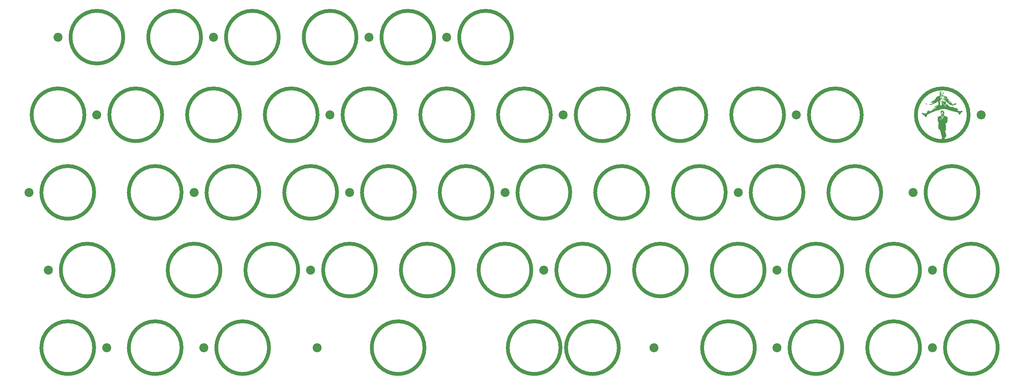
<source format=gbr>
%TF.GenerationSoftware,KiCad,Pcbnew,8.0.8*%
%TF.CreationDate,2025-03-01T16:07:24+01:00*%
%TF.ProjectId,the-nicholas-van prototype,7468652d-6e69-4636-986f-6c61732d7661,rev?*%
%TF.SameCoordinates,Original*%
%TF.FileFunction,Legend,Top*%
%TF.FilePolarity,Positive*%
%FSLAX46Y46*%
G04 Gerber Fmt 4.6, Leading zero omitted, Abs format (unit mm)*
G04 Created by KiCad (PCBNEW 8.0.8) date 2025-03-01 16:07:24*
%MOMM*%
%LPD*%
G01*
G04 APERTURE LIST*
%ADD10C,0.900000*%
%ADD11C,0.000000*%
%ADD12C,2.200000*%
G04 APERTURE END LIST*
D10*
%TO.C,SW_EC23*%
X125529500Y-96837500D02*
G75*
G02*
X112595500Y-96837500I-6467000J0D01*
G01*
X112595500Y-96837500D02*
G75*
G02*
X125529500Y-96837500I6467000J0D01*
G01*
%TO.C,SW_EC26*%
X182679500Y-96837500D02*
G75*
G02*
X169745500Y-96837500I-6467000J0D01*
G01*
X169745500Y-96837500D02*
G75*
G02*
X182679500Y-96837500I6467000J0D01*
G01*
%TO.C,SW_EC31*%
X51710750Y-115887500D02*
G75*
G02*
X38776750Y-115887500I-6467000J0D01*
G01*
X38776750Y-115887500D02*
G75*
G02*
X51710750Y-115887500I6467000J0D01*
G01*
%TO.C,SW_EC32*%
X77904500Y-115887500D02*
G75*
G02*
X64970500Y-115887500I-6467000J0D01*
G01*
X64970500Y-115887500D02*
G75*
G02*
X77904500Y-115887500I6467000J0D01*
G01*
%TO.C,SW_EC50*%
X230304500Y-134937500D02*
G75*
G02*
X217370500Y-134937500I-6467000J0D01*
G01*
X217370500Y-134937500D02*
G75*
G02*
X230304500Y-134937500I6467000J0D01*
G01*
%TO.C,SW_EC10*%
X101717000Y-77787500D02*
G75*
G02*
X88783000Y-77787500I-6467000J0D01*
G01*
X88783000Y-77787500D02*
G75*
G02*
X101717000Y-77787500I6467000J0D01*
G01*
%TO.C,SW_EC11*%
X120767000Y-77787500D02*
G75*
G02*
X107833000Y-77787500I-6467000J0D01*
G01*
X107833000Y-77787500D02*
G75*
G02*
X120767000Y-77787500I6467000J0D01*
G01*
%TO.C,SW_EC25*%
X163629500Y-96837500D02*
G75*
G02*
X150695500Y-96837500I-6467000J0D01*
G01*
X150695500Y-96837500D02*
G75*
G02*
X163629500Y-96837500I6467000J0D01*
G01*
%TO.C,SW_EC39*%
X211254500Y-115887500D02*
G75*
G02*
X198320500Y-115887500I-6467000J0D01*
G01*
X198320500Y-115887500D02*
G75*
G02*
X211254500Y-115887500I6467000J0D01*
G01*
%TO.C,SW_EC28*%
X220779500Y-96837500D02*
G75*
G02*
X207845500Y-96837500I-6467000J0D01*
G01*
X207845500Y-96837500D02*
G75*
G02*
X220779500Y-96837500I6467000J0D01*
G01*
%TO.C,SW_EC21*%
X87429500Y-96837500D02*
G75*
G02*
X74495500Y-96837500I-6467000J0D01*
G01*
X74495500Y-96837500D02*
G75*
G02*
X87429500Y-96837500I6467000J0D01*
G01*
%TO.C,SW_EC9*%
X82667000Y-77787500D02*
G75*
G02*
X69733000Y-77787500I-6467000J0D01*
G01*
X69733000Y-77787500D02*
G75*
G02*
X82667000Y-77787500I6467000J0D01*
G01*
%TO.C,SW_EC54*%
X268404500Y-134937500D02*
G75*
G02*
X255470500Y-134937500I-6467000J0D01*
G01*
X255470500Y-134937500D02*
G75*
G02*
X268404500Y-134937500I6467000J0D01*
G01*
%TO.C,SW_EC7*%
X44567000Y-77787500D02*
G75*
G02*
X31633000Y-77787500I-6467000J0D01*
G01*
X31633000Y-77787500D02*
G75*
G02*
X44567000Y-77787500I6467000J0D01*
G01*
%TO.C,SW_EC35*%
X135054500Y-115887500D02*
G75*
G02*
X122120500Y-115887500I-6467000J0D01*
G01*
X122120500Y-115887500D02*
G75*
G02*
X135054500Y-115887500I6467000J0D01*
G01*
%TO.C,SW_EC19*%
X46948250Y-96837500D02*
G75*
G02*
X34014250Y-96837500I-6467000J0D01*
G01*
X34014250Y-96837500D02*
G75*
G02*
X46948250Y-96837500I6467000J0D01*
G01*
%TO.C,SW_EC34*%
X116004500Y-115887500D02*
G75*
G02*
X103070500Y-115887500I-6467000J0D01*
G01*
X103070500Y-115887500D02*
G75*
G02*
X116004500Y-115887500I6467000J0D01*
G01*
%TO.C,SW_EC4*%
X111242000Y-58737500D02*
G75*
G02*
X98308000Y-58737500I-6467000J0D01*
G01*
X98308000Y-58737500D02*
G75*
G02*
X111242000Y-58737500I6467000J0D01*
G01*
%TO.C,SW_EC37*%
X173154500Y-115887500D02*
G75*
G02*
X160220500Y-115887500I-6467000J0D01*
G01*
X160220500Y-115887500D02*
G75*
G02*
X173154500Y-115887500I6467000J0D01*
G01*
%TO.C,SW_EC38*%
X192204500Y-115887500D02*
G75*
G02*
X179270500Y-115887500I-6467000J0D01*
G01*
X179270500Y-115887500D02*
G75*
G02*
X192204500Y-115887500I6467000J0D01*
G01*
%TO.C,SW_EC16*%
X216017000Y-77787500D02*
G75*
G02*
X203083000Y-77787500I-6467000J0D01*
G01*
X203083000Y-77787500D02*
G75*
G02*
X216017000Y-77787500I6467000J0D01*
G01*
%TO.C,SW_EC5*%
X130292000Y-58737500D02*
G75*
G02*
X117358000Y-58737500I-6467000J0D01*
G01*
X117358000Y-58737500D02*
G75*
G02*
X130292000Y-58737500I6467000J0D01*
G01*
%TO.C,SW_EC43*%
X46948250Y-134937500D02*
G75*
G02*
X34014250Y-134937500I-6467000J0D01*
G01*
X34014250Y-134937500D02*
G75*
G02*
X46948250Y-134937500I6467000J0D01*
G01*
%TO.C,SW_EC29*%
X239829500Y-96837500D02*
G75*
G02*
X226895500Y-96837500I-6467000J0D01*
G01*
X226895500Y-96837500D02*
G75*
G02*
X239829500Y-96837500I6467000J0D01*
G01*
%TO.C,SW_EC42*%
X268404500Y-115887500D02*
G75*
G02*
X255470500Y-115887500I-6467000J0D01*
G01*
X255470500Y-115887500D02*
G75*
G02*
X268404500Y-115887500I6467000J0D01*
G01*
%TO.C,SW_EC30*%
X263642000Y-96837500D02*
G75*
G02*
X250708000Y-96837500I-6467000J0D01*
G01*
X250708000Y-96837500D02*
G75*
G02*
X263642000Y-96837500I6467000J0D01*
G01*
%TO.C,SW_EC2*%
X73142000Y-58737500D02*
G75*
G02*
X60208000Y-58737500I-6467000J0D01*
G01*
X60208000Y-58737500D02*
G75*
G02*
X73142000Y-58737500I6467000J0D01*
G01*
%TO.C,SW_EC20*%
X68379500Y-96837500D02*
G75*
G02*
X55445500Y-96837500I-6467000J0D01*
G01*
X55445500Y-96837500D02*
G75*
G02*
X68379500Y-96837500I6467000J0D01*
G01*
%TO.C,SW_EC12*%
X139817000Y-77787500D02*
G75*
G02*
X126883000Y-77787500I-6467000J0D01*
G01*
X126883000Y-77787500D02*
G75*
G02*
X139817000Y-77787500I6467000J0D01*
G01*
%TO.C,SW_EC36*%
X154104500Y-115887500D02*
G75*
G02*
X141170500Y-115887500I-6467000J0D01*
G01*
X141170500Y-115887500D02*
G75*
G02*
X154104500Y-115887500I6467000J0D01*
G01*
%TO.C,SW_EC17*%
X235067000Y-77787500D02*
G75*
G02*
X222133000Y-77787500I-6467000J0D01*
G01*
X222133000Y-77787500D02*
G75*
G02*
X235067000Y-77787500I6467000J0D01*
G01*
%TO.C,SW_EC13*%
X158867000Y-77787500D02*
G75*
G02*
X145933000Y-77787500I-6467000J0D01*
G01*
X145933000Y-77787500D02*
G75*
G02*
X158867000Y-77787500I6467000J0D01*
G01*
%TO.C,SW_EC3*%
X92192000Y-58737500D02*
G75*
G02*
X79258000Y-58737500I-6467000J0D01*
G01*
X79258000Y-58737500D02*
G75*
G02*
X92192000Y-58737500I6467000J0D01*
G01*
%TO.C,SW_EC14*%
X177917000Y-77787500D02*
G75*
G02*
X164983000Y-77787500I-6467000J0D01*
G01*
X164983000Y-77787500D02*
G75*
G02*
X177917000Y-77787500I6467000J0D01*
G01*
%TO.C,SW_EC49*%
X208873250Y-134937500D02*
G75*
G02*
X195939250Y-134937500I-6467000J0D01*
G01*
X195939250Y-134937500D02*
G75*
G02*
X208873250Y-134937500I6467000J0D01*
G01*
%TO.C,SW_EC41*%
X249354500Y-115887500D02*
G75*
G02*
X236420500Y-115887500I-6467000J0D01*
G01*
X236420500Y-115887500D02*
G75*
G02*
X249354500Y-115887500I6467000J0D01*
G01*
%TO.C,SW_EC47*%
X161248250Y-134937500D02*
G75*
G02*
X148314250Y-134937500I-6467000J0D01*
G01*
X148314250Y-134937500D02*
G75*
G02*
X161248250Y-134937500I6467000J0D01*
G01*
%TO.C,SW_EC48*%
X175535750Y-134937500D02*
G75*
G02*
X162601750Y-134937500I-6467000J0D01*
G01*
X162601750Y-134937500D02*
G75*
G02*
X175535750Y-134937500I6467000J0D01*
G01*
%TO.C,SW_EC40*%
X230304500Y-115887500D02*
G75*
G02*
X217370500Y-115887500I-6467000J0D01*
G01*
X217370500Y-115887500D02*
G75*
G02*
X230304500Y-115887500I6467000J0D01*
G01*
%TO.C,SW_EC45*%
X89810750Y-134937500D02*
G75*
G02*
X76876750Y-134937500I-6467000J0D01*
G01*
X76876750Y-134937500D02*
G75*
G02*
X89810750Y-134937500I6467000J0D01*
G01*
%TO.C,SW_EC24*%
X144579500Y-96837500D02*
G75*
G02*
X131645500Y-96837500I-6467000J0D01*
G01*
X131645500Y-96837500D02*
G75*
G02*
X144579500Y-96837500I6467000J0D01*
G01*
%TO.C,SW_EC6*%
X149342000Y-58737500D02*
G75*
G02*
X136408000Y-58737500I-6467000J0D01*
G01*
X136408000Y-58737500D02*
G75*
G02*
X149342000Y-58737500I6467000J0D01*
G01*
%TO.C,SW_EC27*%
X201729500Y-96837500D02*
G75*
G02*
X188795500Y-96837500I-6467000J0D01*
G01*
X188795500Y-96837500D02*
G75*
G02*
X201729500Y-96837500I6467000J0D01*
G01*
%TO.C,SW_EC22*%
X106479500Y-96837500D02*
G75*
G02*
X93545500Y-96837500I-6467000J0D01*
G01*
X93545500Y-96837500D02*
G75*
G02*
X106479500Y-96837500I6467000J0D01*
G01*
D11*
%TO.C,G\u002A\u002A\u002A*%
G36*
X251647822Y-76814343D02*
G01*
X251641702Y-76820463D01*
X251635581Y-76814343D01*
X251641702Y-76808222D01*
X251647822Y-76814343D01*
G37*
G36*
X251684545Y-74880271D02*
G01*
X251678424Y-74886391D01*
X251672304Y-74880271D01*
X251678424Y-74874150D01*
X251684545Y-74880271D01*
G37*
G36*
X251745750Y-74941475D02*
G01*
X251739629Y-74947596D01*
X251733509Y-74941475D01*
X251739629Y-74935355D01*
X251745750Y-74941475D01*
G37*
G36*
X251757991Y-74880271D02*
G01*
X251751870Y-74886391D01*
X251745750Y-74880271D01*
X251751870Y-74874150D01*
X251757991Y-74880271D01*
G37*
G36*
X251770232Y-75014921D02*
G01*
X251764111Y-75021042D01*
X251757991Y-75014921D01*
X251764111Y-75008801D01*
X251770232Y-75014921D01*
G37*
G36*
X251831437Y-75125090D02*
G01*
X251825316Y-75131210D01*
X251819196Y-75125090D01*
X251825316Y-75118969D01*
X251831437Y-75125090D01*
G37*
G36*
X251843677Y-75149572D02*
G01*
X251837557Y-75155692D01*
X251831437Y-75149572D01*
X251837557Y-75143451D01*
X251843677Y-75149572D01*
G37*
G36*
X251855918Y-76789861D02*
G01*
X251849798Y-76795981D01*
X251843677Y-76789861D01*
X251849798Y-76783740D01*
X251855918Y-76789861D01*
G37*
G36*
X251868159Y-75076126D02*
G01*
X251862039Y-75082246D01*
X251855918Y-75076126D01*
X251862039Y-75070006D01*
X251868159Y-75076126D01*
G37*
G36*
X251892641Y-74990439D02*
G01*
X251886521Y-74996560D01*
X251880400Y-74990439D01*
X251886521Y-74984319D01*
X251892641Y-74990439D01*
G37*
G36*
X251892641Y-75063885D02*
G01*
X251886521Y-75070006D01*
X251880400Y-75063885D01*
X251886521Y-75057765D01*
X251892641Y-75063885D01*
G37*
G36*
X251892641Y-75112849D02*
G01*
X251886521Y-75118969D01*
X251880400Y-75112849D01*
X251886521Y-75106728D01*
X251892641Y-75112849D01*
G37*
G36*
X251904882Y-75088367D02*
G01*
X251898762Y-75094487D01*
X251892641Y-75088367D01*
X251898762Y-75082246D01*
X251904882Y-75088367D01*
G37*
G36*
X251904882Y-75149572D02*
G01*
X251898762Y-75155692D01*
X251892641Y-75149572D01*
X251898762Y-75143451D01*
X251904882Y-75149572D01*
G37*
G36*
X251929364Y-74904753D02*
G01*
X251923244Y-74910873D01*
X251917123Y-74904753D01*
X251923244Y-74898632D01*
X251929364Y-74904753D01*
G37*
G36*
X251929364Y-76728656D02*
G01*
X251923244Y-76734777D01*
X251917123Y-76728656D01*
X251923244Y-76722536D01*
X251929364Y-76728656D01*
G37*
G36*
X251929364Y-76826584D02*
G01*
X251923244Y-76832704D01*
X251917123Y-76826584D01*
X251923244Y-76820463D01*
X251929364Y-76826584D01*
G37*
G36*
X251941605Y-74880271D02*
G01*
X251935485Y-74886391D01*
X251929364Y-74880271D01*
X251935485Y-74874150D01*
X251941605Y-74880271D01*
G37*
G36*
X251941605Y-75088367D02*
G01*
X251935485Y-75094487D01*
X251929364Y-75088367D01*
X251935485Y-75082246D01*
X251941605Y-75088367D01*
G37*
G36*
X251966087Y-75112849D02*
G01*
X251959967Y-75118969D01*
X251953846Y-75112849D01*
X251959967Y-75106728D01*
X251966087Y-75112849D01*
G37*
G36*
X251978328Y-74929234D02*
G01*
X251972208Y-74935355D01*
X251966087Y-74929234D01*
X251972208Y-74923114D01*
X251978328Y-74929234D01*
G37*
G36*
X251990569Y-74843548D02*
G01*
X251984449Y-74849668D01*
X251978328Y-74843548D01*
X251984449Y-74837427D01*
X251990569Y-74843548D01*
G37*
G36*
X252002810Y-75137331D02*
G01*
X251996690Y-75143451D01*
X251990569Y-75137331D01*
X251996690Y-75131210D01*
X252002810Y-75137331D01*
G37*
G36*
X252039533Y-75027162D02*
G01*
X252033412Y-75033283D01*
X252027292Y-75027162D01*
X252033412Y-75021042D01*
X252039533Y-75027162D01*
G37*
G36*
X252039533Y-75076126D02*
G01*
X252033412Y-75082246D01*
X252027292Y-75076126D01*
X252033412Y-75070006D01*
X252039533Y-75076126D01*
G37*
G36*
X252051774Y-76557283D02*
G01*
X252045653Y-76563403D01*
X252039533Y-76557283D01*
X252045653Y-76551162D01*
X252051774Y-76557283D01*
G37*
G36*
X252076256Y-74892512D02*
G01*
X252070135Y-74898632D01*
X252064015Y-74892512D01*
X252070135Y-74886391D01*
X252076256Y-74892512D01*
G37*
G36*
X252088497Y-74794584D02*
G01*
X252082376Y-74800704D01*
X252076256Y-74794584D01*
X252082376Y-74788463D01*
X252088497Y-74794584D01*
G37*
G36*
X252088497Y-74855789D02*
G01*
X252082376Y-74861909D01*
X252076256Y-74855789D01*
X252082376Y-74849668D01*
X252088497Y-74855789D01*
G37*
G36*
X252125220Y-74916993D02*
G01*
X252119099Y-74923114D01*
X252112979Y-74916993D01*
X252119099Y-74910873D01*
X252125220Y-74916993D01*
G37*
G36*
X252125220Y-76606246D02*
G01*
X252119099Y-76612367D01*
X252112979Y-76606246D01*
X252119099Y-76600126D01*
X252125220Y-76606246D01*
G37*
G36*
X252137461Y-74868030D02*
G01*
X252131340Y-74874150D01*
X252125220Y-74868030D01*
X252131340Y-74861909D01*
X252137461Y-74868030D01*
G37*
G36*
X252149702Y-76630728D02*
G01*
X252143581Y-76636849D01*
X252137461Y-76630728D01*
X252143581Y-76624608D01*
X252149702Y-76630728D01*
G37*
G36*
X252174183Y-74745620D02*
G01*
X252168063Y-74751740D01*
X252161943Y-74745620D01*
X252168063Y-74739500D01*
X252174183Y-74745620D01*
G37*
G36*
X252174183Y-76642969D02*
G01*
X252168063Y-76649090D01*
X252161943Y-76642969D01*
X252168063Y-76636849D01*
X252174183Y-76642969D01*
G37*
G36*
X252186424Y-75027162D02*
G01*
X252180304Y-75033283D01*
X252174183Y-75027162D01*
X252180304Y-75021042D01*
X252186424Y-75027162D01*
G37*
G36*
X252210906Y-75063885D02*
G01*
X252204786Y-75070006D01*
X252198665Y-75063885D01*
X252204786Y-75057765D01*
X252210906Y-75063885D01*
G37*
G36*
X252223147Y-74770102D02*
G01*
X252217027Y-74776222D01*
X252210906Y-74770102D01*
X252217027Y-74763981D01*
X252223147Y-74770102D01*
G37*
G36*
X252223147Y-75088367D02*
G01*
X252217027Y-75094487D01*
X252210906Y-75088367D01*
X252217027Y-75082246D01*
X252223147Y-75088367D01*
G37*
G36*
X252223147Y-76606246D02*
G01*
X252217027Y-76612367D01*
X252210906Y-76606246D01*
X252217027Y-76600126D01*
X252223147Y-76606246D01*
G37*
G36*
X252235388Y-74733379D02*
G01*
X252229268Y-74739500D01*
X252223147Y-74733379D01*
X252229268Y-74727259D01*
X252235388Y-74733379D01*
G37*
G36*
X252247629Y-74929234D02*
G01*
X252241509Y-74935355D01*
X252235388Y-74929234D01*
X252241509Y-74923114D01*
X252247629Y-74929234D01*
G37*
G36*
X252247629Y-76667451D02*
G01*
X252241509Y-76673572D01*
X252235388Y-76667451D01*
X252241509Y-76661331D01*
X252247629Y-76667451D01*
G37*
G36*
X252308834Y-76569524D02*
G01*
X252302714Y-76575644D01*
X252296593Y-76569524D01*
X252302714Y-76563403D01*
X252308834Y-76569524D01*
G37*
G36*
X252333316Y-76545042D02*
G01*
X252327196Y-76551162D01*
X252321075Y-76545042D01*
X252327196Y-76538921D01*
X252333316Y-76545042D01*
G37*
G36*
X252357798Y-74806825D02*
G01*
X252351677Y-74812945D01*
X252345557Y-74806825D01*
X252351677Y-74800704D01*
X252357798Y-74806825D01*
G37*
G36*
X252357798Y-76569524D02*
G01*
X252351677Y-76575644D01*
X252345557Y-76569524D01*
X252351677Y-76563403D01*
X252357798Y-76569524D01*
G37*
G36*
X252382280Y-76447114D02*
G01*
X252376159Y-76453234D01*
X252370039Y-76447114D01*
X252376159Y-76440993D01*
X252382280Y-76447114D01*
G37*
G36*
X252406762Y-74782343D02*
G01*
X252400641Y-74788463D01*
X252394521Y-74782343D01*
X252400641Y-74776222D01*
X252406762Y-74782343D01*
G37*
G36*
X252406762Y-75027162D02*
G01*
X252400641Y-75033283D01*
X252394521Y-75027162D01*
X252400641Y-75021042D01*
X252406762Y-75027162D01*
G37*
G36*
X252406762Y-76422632D02*
G01*
X252400641Y-76428753D01*
X252394521Y-76422632D01*
X252400641Y-76416512D01*
X252406762Y-76422632D01*
G37*
G36*
X252455726Y-76373668D02*
G01*
X252449605Y-76379789D01*
X252443485Y-76373668D01*
X252449605Y-76367548D01*
X252455726Y-76373668D01*
G37*
G36*
X252455726Y-76422632D02*
G01*
X252449605Y-76428753D01*
X252443485Y-76422632D01*
X252449605Y-76416512D01*
X252455726Y-76422632D01*
G37*
G36*
X252455726Y-76459355D02*
G01*
X252449605Y-76465475D01*
X252443485Y-76459355D01*
X252449605Y-76453234D01*
X252455726Y-76459355D01*
G37*
G36*
X252480208Y-74892512D02*
G01*
X252474087Y-74898632D01*
X252467967Y-74892512D01*
X252474087Y-74886391D01*
X252480208Y-74892512D01*
G37*
G36*
X252480208Y-76398150D02*
G01*
X252474087Y-76404271D01*
X252467967Y-76398150D01*
X252474087Y-76392030D01*
X252480208Y-76398150D01*
G37*
G36*
X252504690Y-76422632D02*
G01*
X252498569Y-76428753D01*
X252492449Y-76422632D01*
X252498569Y-76416512D01*
X252504690Y-76422632D01*
G37*
G36*
X252516930Y-76349186D02*
G01*
X252510810Y-76355307D01*
X252504690Y-76349186D01*
X252510810Y-76343066D01*
X252516930Y-76349186D01*
G37*
G36*
X252553653Y-74904753D02*
G01*
X252547533Y-74910873D01*
X252541412Y-74904753D01*
X252547533Y-74898632D01*
X252553653Y-74904753D01*
G37*
G36*
X252639340Y-74941475D02*
G01*
X252633220Y-74947596D01*
X252627099Y-74941475D01*
X252633220Y-74935355D01*
X252639340Y-74941475D01*
G37*
G36*
X252651581Y-74868030D02*
G01*
X252645461Y-74874150D01*
X252639340Y-74868030D01*
X252645461Y-74861909D01*
X252651581Y-74868030D01*
G37*
G36*
X252676063Y-74892512D02*
G01*
X252669943Y-74898632D01*
X252663822Y-74892512D01*
X252669943Y-74886391D01*
X252676063Y-74892512D01*
G37*
G36*
X252859677Y-76226777D02*
G01*
X252853557Y-76232897D01*
X252847437Y-76226777D01*
X252853557Y-76220656D01*
X252859677Y-76226777D01*
G37*
G36*
X252871918Y-76177813D02*
G01*
X252865798Y-76183933D01*
X252859677Y-76177813D01*
X252865798Y-76171692D01*
X252871918Y-76177813D01*
G37*
G36*
X253055533Y-76177813D02*
G01*
X253049412Y-76183933D01*
X253043292Y-76177813D01*
X253049412Y-76171692D01*
X253055533Y-76177813D01*
G37*
G36*
X253373798Y-75553524D02*
G01*
X253367677Y-75559644D01*
X253361557Y-75553524D01*
X253367677Y-75547403D01*
X253373798Y-75553524D01*
G37*
G36*
X253386039Y-75798343D02*
G01*
X253379918Y-75804463D01*
X253373798Y-75798343D01*
X253379918Y-75792222D01*
X253386039Y-75798343D01*
G37*
G36*
X254940641Y-73790825D02*
G01*
X254934521Y-73796945D01*
X254928400Y-73790825D01*
X254934521Y-73784704D01*
X254940641Y-73790825D01*
G37*
G36*
X254952882Y-77463114D02*
G01*
X254946762Y-77469234D01*
X254940641Y-77463114D01*
X254946762Y-77456993D01*
X254952882Y-77463114D01*
G37*
G36*
X255001846Y-74647692D02*
G01*
X254995726Y-74653813D01*
X254989605Y-74647692D01*
X254995726Y-74641572D01*
X255001846Y-74647692D01*
G37*
G36*
X255038569Y-74133572D02*
G01*
X255032449Y-74139692D01*
X255026328Y-74133572D01*
X255032449Y-74127451D01*
X255038569Y-74133572D01*
G37*
G36*
X255075292Y-73374632D02*
G01*
X255069171Y-73380753D01*
X255063051Y-73374632D01*
X255069171Y-73368512D01*
X255075292Y-73374632D01*
G37*
G36*
X255099774Y-73460319D02*
G01*
X255093653Y-73466439D01*
X255087533Y-73460319D01*
X255093653Y-73454198D01*
X255099774Y-73460319D01*
G37*
G36*
X255099774Y-73570487D02*
G01*
X255093653Y-73576608D01*
X255087533Y-73570487D01*
X255093653Y-73564367D01*
X255099774Y-73570487D01*
G37*
G36*
X255099774Y-74304945D02*
G01*
X255093653Y-74311066D01*
X255087533Y-74304945D01*
X255093653Y-74298825D01*
X255099774Y-74304945D01*
G37*
G36*
X255112015Y-73484801D02*
G01*
X255105894Y-73490921D01*
X255099774Y-73484801D01*
X255105894Y-73478680D01*
X255112015Y-73484801D01*
G37*
G36*
X255124256Y-73521524D02*
G01*
X255118135Y-73527644D01*
X255112015Y-73521524D01*
X255118135Y-73515403D01*
X255124256Y-73521524D01*
G37*
G36*
X255124256Y-74415114D02*
G01*
X255118135Y-74421234D01*
X255112015Y-74415114D01*
X255118135Y-74408993D01*
X255124256Y-74415114D01*
G37*
G36*
X255136497Y-73374632D02*
G01*
X255130376Y-73380753D01*
X255124256Y-73374632D01*
X255130376Y-73368512D01*
X255136497Y-73374632D01*
G37*
G36*
X255136497Y-73448078D02*
G01*
X255130376Y-73454198D01*
X255124256Y-73448078D01*
X255130376Y-73441957D01*
X255136497Y-73448078D01*
G37*
G36*
X255148738Y-73484801D02*
G01*
X255142617Y-73490921D01*
X255136497Y-73484801D01*
X255142617Y-73478680D01*
X255148738Y-73484801D01*
G37*
G36*
X255148738Y-73509283D02*
G01*
X255142617Y-73515403D01*
X255136497Y-73509283D01*
X255142617Y-73503162D01*
X255148738Y-73509283D01*
G37*
G36*
X255148738Y-73582728D02*
G01*
X255142617Y-73588849D01*
X255136497Y-73582728D01*
X255142617Y-73576608D01*
X255148738Y-73582728D01*
G37*
G36*
X255148738Y-74243740D02*
G01*
X255142617Y-74249861D01*
X255136497Y-74243740D01*
X255142617Y-74237620D01*
X255148738Y-74243740D01*
G37*
G36*
X255160979Y-73203259D02*
G01*
X255154858Y-73209379D01*
X255148738Y-73203259D01*
X255154858Y-73197138D01*
X255160979Y-73203259D01*
G37*
G36*
X255160979Y-73435837D02*
G01*
X255154858Y-73441957D01*
X255148738Y-73435837D01*
X255154858Y-73429716D01*
X255160979Y-73435837D01*
G37*
G36*
X255160979Y-73766343D02*
G01*
X255154858Y-73772463D01*
X255148738Y-73766343D01*
X255154858Y-73760222D01*
X255160979Y-73766343D01*
G37*
G36*
X255160979Y-74158054D02*
G01*
X255154858Y-74164174D01*
X255148738Y-74158054D01*
X255154858Y-74151933D01*
X255160979Y-74158054D01*
G37*
G36*
X255185461Y-73497042D02*
G01*
X255179340Y-73503162D01*
X255173220Y-73497042D01*
X255179340Y-73490921D01*
X255185461Y-73497042D01*
G37*
G36*
X255185461Y-74182536D02*
G01*
X255179340Y-74188656D01*
X255173220Y-74182536D01*
X255179340Y-74176415D01*
X255185461Y-74182536D01*
G37*
G36*
X255197702Y-73460319D02*
G01*
X255191581Y-73466439D01*
X255185461Y-73460319D01*
X255191581Y-73454198D01*
X255197702Y-73460319D01*
G37*
G36*
X255197702Y-73570487D02*
G01*
X255191581Y-73576608D01*
X255185461Y-73570487D01*
X255191581Y-73564367D01*
X255197702Y-73570487D01*
G37*
G36*
X255209943Y-73239981D02*
G01*
X255203822Y-73246102D01*
X255197702Y-73239981D01*
X255203822Y-73233861D01*
X255209943Y-73239981D01*
G37*
G36*
X255209943Y-73386873D02*
G01*
X255203822Y-73392993D01*
X255197702Y-73386873D01*
X255203822Y-73380753D01*
X255209943Y-73386873D01*
G37*
G36*
X255209943Y-74060126D02*
G01*
X255203822Y-74066246D01*
X255197702Y-74060126D01*
X255203822Y-74054006D01*
X255209943Y-74060126D01*
G37*
G36*
X255222183Y-73521524D02*
G01*
X255216063Y-73527644D01*
X255209943Y-73521524D01*
X255216063Y-73515403D01*
X255222183Y-73521524D01*
G37*
G36*
X255234424Y-73448078D02*
G01*
X255228304Y-73454198D01*
X255222183Y-73448078D01*
X255228304Y-73441957D01*
X255234424Y-73448078D01*
G37*
G36*
X255271147Y-74158054D02*
G01*
X255265027Y-74164174D01*
X255258906Y-74158054D01*
X255265027Y-74151933D01*
X255271147Y-74158054D01*
G37*
G36*
X255283388Y-73411355D02*
G01*
X255277268Y-73417475D01*
X255271147Y-73411355D01*
X255277268Y-73405234D01*
X255283388Y-73411355D01*
G37*
G36*
X255283388Y-73509283D02*
G01*
X255277268Y-73515403D01*
X255271147Y-73509283D01*
X255277268Y-73503162D01*
X255283388Y-73509283D01*
G37*
G36*
X255295629Y-73288945D02*
G01*
X255289509Y-73295066D01*
X255283388Y-73288945D01*
X255289509Y-73282825D01*
X255295629Y-73288945D01*
G37*
G36*
X255295629Y-73680656D02*
G01*
X255289509Y-73686777D01*
X255283388Y-73680656D01*
X255289509Y-73674536D01*
X255295629Y-73680656D01*
G37*
G36*
X255332352Y-73374632D02*
G01*
X255326232Y-73380753D01*
X255320111Y-73374632D01*
X255326232Y-73368512D01*
X255332352Y-73374632D01*
G37*
G36*
X255381316Y-73386873D02*
G01*
X255375196Y-73392993D01*
X255369075Y-73386873D01*
X255375196Y-73380753D01*
X255381316Y-73386873D01*
G37*
G36*
X255577171Y-73582728D02*
G01*
X255571051Y-73588849D01*
X255564930Y-73582728D01*
X255571051Y-73576608D01*
X255577171Y-73582728D01*
G37*
G36*
X255601653Y-73337909D02*
G01*
X255595533Y-73344030D01*
X255589412Y-73337909D01*
X255595533Y-73331789D01*
X255601653Y-73337909D01*
G37*
G36*
X255601653Y-73582728D02*
G01*
X255595533Y-73588849D01*
X255589412Y-73582728D01*
X255595533Y-73576608D01*
X255601653Y-73582728D01*
G37*
G36*
X255662858Y-73692897D02*
G01*
X255656738Y-73699018D01*
X255650617Y-73692897D01*
X255656738Y-73686777D01*
X255662858Y-73692897D01*
G37*
G36*
X255834232Y-73264463D02*
G01*
X255828111Y-73270584D01*
X255821991Y-73264463D01*
X255828111Y-73258343D01*
X255834232Y-73264463D01*
G37*
G36*
X255907677Y-73362391D02*
G01*
X255901557Y-73368512D01*
X255895437Y-73362391D01*
X255901557Y-73356271D01*
X255907677Y-73362391D01*
G37*
G36*
X255932159Y-73705138D02*
G01*
X255926039Y-73711259D01*
X255919918Y-73705138D01*
X255926039Y-73699018D01*
X255932159Y-73705138D01*
G37*
G36*
X256556449Y-74366150D02*
G01*
X256550328Y-74372271D01*
X256544208Y-74366150D01*
X256550328Y-74360030D01*
X256556449Y-74366150D01*
G37*
G36*
X256580930Y-74366150D02*
G01*
X256574810Y-74372271D01*
X256568690Y-74366150D01*
X256574810Y-74360030D01*
X256580930Y-74366150D01*
G37*
G36*
X257119533Y-74770102D02*
G01*
X257113412Y-74776222D01*
X257107292Y-74770102D01*
X257113412Y-74763981D01*
X257119533Y-74770102D01*
G37*
G36*
X257156256Y-74929234D02*
G01*
X257150135Y-74935355D01*
X257144015Y-74929234D01*
X257150135Y-74923114D01*
X257156256Y-74929234D01*
G37*
G36*
X257192979Y-75027162D02*
G01*
X257186858Y-75033283D01*
X257180738Y-75027162D01*
X257186858Y-75021042D01*
X257192979Y-75027162D01*
G37*
G36*
X257254183Y-75039403D02*
G01*
X257248063Y-75045524D01*
X257241943Y-75039403D01*
X257248063Y-75033283D01*
X257254183Y-75039403D01*
G37*
G36*
X251729428Y-74878230D02*
G01*
X251727748Y-74885508D01*
X251721268Y-74886391D01*
X251711192Y-74881912D01*
X251713107Y-74878230D01*
X251727634Y-74876765D01*
X251729428Y-74878230D01*
G37*
G36*
X251753910Y-74902712D02*
G01*
X251752230Y-74909990D01*
X251745750Y-74910873D01*
X251735674Y-74906394D01*
X251737589Y-74902712D01*
X251752116Y-74901247D01*
X251753910Y-74902712D01*
G37*
G36*
X251778392Y-76775580D02*
G01*
X251776712Y-76782857D01*
X251770232Y-76783740D01*
X251760156Y-76779262D01*
X251762071Y-76775580D01*
X251776598Y-76774115D01*
X251778392Y-76775580D01*
G37*
G36*
X251790633Y-76922471D02*
G01*
X251788953Y-76929749D01*
X251782473Y-76930632D01*
X251772397Y-76926153D01*
X251774312Y-76922471D01*
X251788839Y-76921006D01*
X251790633Y-76922471D01*
G37*
G36*
X251802874Y-74914953D02*
G01*
X251804339Y-74929480D01*
X251802874Y-74931275D01*
X251795597Y-74929594D01*
X251794714Y-74923114D01*
X251799192Y-74913038D01*
X251802874Y-74914953D01*
G37*
G36*
X251815115Y-75098568D02*
G01*
X251813435Y-75105845D01*
X251806955Y-75106728D01*
X251796879Y-75102250D01*
X251798794Y-75098568D01*
X251813321Y-75097103D01*
X251815115Y-75098568D01*
G37*
G36*
X251815115Y-76763339D02*
G01*
X251813435Y-76770616D01*
X251806955Y-76771500D01*
X251796879Y-76767021D01*
X251798794Y-76763339D01*
X251813321Y-76761874D01*
X251815115Y-76763339D01*
G37*
G36*
X251876320Y-75147532D02*
G01*
X251874640Y-75154809D01*
X251868159Y-75155692D01*
X251858084Y-75151213D01*
X251859999Y-75147532D01*
X251874526Y-75146067D01*
X251876320Y-75147532D01*
G37*
G36*
X251925284Y-74853748D02*
G01*
X251923604Y-74861026D01*
X251917123Y-74861909D01*
X251907048Y-74857430D01*
X251908963Y-74853748D01*
X251923490Y-74852283D01*
X251925284Y-74853748D01*
G37*
G36*
X251925284Y-75110809D02*
G01*
X251923604Y-75118086D01*
X251917123Y-75118969D01*
X251907048Y-75114491D01*
X251908963Y-75110809D01*
X251923490Y-75109344D01*
X251925284Y-75110809D01*
G37*
G36*
X251962007Y-74902712D02*
G01*
X251960326Y-74909990D01*
X251953846Y-74910873D01*
X251943770Y-74906394D01*
X251945685Y-74902712D01*
X251960213Y-74901247D01*
X251962007Y-74902712D01*
G37*
G36*
X251962007Y-76665411D02*
G01*
X251960326Y-76672688D01*
X251953846Y-76673572D01*
X251943770Y-76669093D01*
X251945685Y-76665411D01*
X251960213Y-76663946D01*
X251962007Y-76665411D01*
G37*
G36*
X251974248Y-75135291D02*
G01*
X251972567Y-75142568D01*
X251966087Y-75143451D01*
X251956011Y-75138973D01*
X251957926Y-75135291D01*
X251972454Y-75133826D01*
X251974248Y-75135291D01*
G37*
G36*
X252072175Y-76738857D02*
G01*
X252070495Y-76746134D01*
X252064015Y-76747018D01*
X252053939Y-76742539D01*
X252055854Y-76738857D01*
X252070381Y-76737392D01*
X252072175Y-76738857D01*
G37*
G36*
X252096657Y-75098568D02*
G01*
X252094977Y-75105845D01*
X252088497Y-75106728D01*
X252078421Y-75102250D01*
X252080336Y-75098568D01*
X252094863Y-75097103D01*
X252096657Y-75098568D01*
G37*
G36*
X252108898Y-74878230D02*
G01*
X252107218Y-74885508D01*
X252100738Y-74886391D01*
X252090662Y-74881912D01*
X252092577Y-74878230D01*
X252107104Y-74876765D01*
X252108898Y-74878230D01*
G37*
G36*
X252121139Y-75086327D02*
G01*
X252122604Y-75100854D01*
X252121139Y-75102648D01*
X252113862Y-75100968D01*
X252112979Y-75094487D01*
X252117457Y-75084412D01*
X252121139Y-75086327D01*
G37*
G36*
X252145621Y-74768062D02*
G01*
X252143941Y-74775339D01*
X252137461Y-74776222D01*
X252127385Y-74771744D01*
X252129300Y-74768062D01*
X252143827Y-74766597D01*
X252145621Y-74768062D01*
G37*
G36*
X252243549Y-75049604D02*
G01*
X252241869Y-75056881D01*
X252235388Y-75057765D01*
X252225313Y-75053286D01*
X252227228Y-75049604D01*
X252241755Y-75048139D01*
X252243549Y-75049604D01*
G37*
G36*
X252255790Y-76567483D02*
G01*
X252254110Y-76574761D01*
X252247629Y-76575644D01*
X252237554Y-76571165D01*
X252239469Y-76567483D01*
X252253996Y-76566018D01*
X252255790Y-76567483D01*
G37*
G36*
X252280272Y-75049604D02*
G01*
X252278592Y-75056881D01*
X252272111Y-75057765D01*
X252262035Y-75053286D01*
X252263951Y-75049604D01*
X252278478Y-75048139D01*
X252280272Y-75049604D01*
G37*
G36*
X252280272Y-76640929D02*
G01*
X252278592Y-76648206D01*
X252272111Y-76649090D01*
X252262035Y-76644611D01*
X252263951Y-76640929D01*
X252278478Y-76639464D01*
X252280272Y-76640929D01*
G37*
G36*
X252378200Y-74914953D02*
G01*
X252376519Y-74922231D01*
X252370039Y-74923114D01*
X252359963Y-74918635D01*
X252361878Y-74914953D01*
X252376405Y-74913488D01*
X252378200Y-74914953D01*
G37*
G36*
X252818874Y-76224736D02*
G01*
X252817194Y-76232014D01*
X252810714Y-76232897D01*
X252800638Y-76228418D01*
X252802553Y-76224736D01*
X252817080Y-76223271D01*
X252818874Y-76224736D01*
G37*
G36*
X252855597Y-74878230D02*
G01*
X252857062Y-74892758D01*
X252855597Y-74894552D01*
X252848320Y-74892871D01*
X252847437Y-74886391D01*
X252851915Y-74876315D01*
X252855597Y-74878230D01*
G37*
G36*
X254789669Y-73335869D02*
G01*
X254787989Y-73343146D01*
X254781509Y-73344030D01*
X254771433Y-73339551D01*
X254773348Y-73335869D01*
X254787875Y-73334404D01*
X254789669Y-73335869D01*
G37*
G36*
X254997766Y-75025122D02*
G01*
X254996086Y-75032399D01*
X254989605Y-75033283D01*
X254979529Y-75028804D01*
X254981445Y-75025122D01*
X254995972Y-75023657D01*
X254997766Y-75025122D01*
G37*
G36*
X255058971Y-74107050D02*
G01*
X255060436Y-74121577D01*
X255058971Y-74123371D01*
X255051693Y-74121691D01*
X255050810Y-74115210D01*
X255055289Y-74105135D01*
X255058971Y-74107050D01*
G37*
G36*
X255058971Y-74400833D02*
G01*
X255057290Y-74408110D01*
X255050810Y-74408993D01*
X255040734Y-74404515D01*
X255042649Y-74400833D01*
X255057177Y-74399368D01*
X255058971Y-74400833D01*
G37*
G36*
X255071212Y-74339628D02*
G01*
X255072677Y-74354155D01*
X255071212Y-74355949D01*
X255063934Y-74354269D01*
X255063051Y-74347789D01*
X255067530Y-74337713D01*
X255071212Y-74339628D01*
G37*
G36*
X255095694Y-73776544D02*
G01*
X255097159Y-73791071D01*
X255095694Y-73792865D01*
X255088416Y-73791185D01*
X255087533Y-73784704D01*
X255092012Y-73774629D01*
X255095694Y-73776544D01*
G37*
G36*
X255095694Y-74094809D02*
G01*
X255097159Y-74109336D01*
X255095694Y-74111130D01*
X255088416Y-74109450D01*
X255087533Y-74102969D01*
X255092012Y-74092894D01*
X255095694Y-74094809D01*
G37*
G36*
X255132416Y-74290664D02*
G01*
X255130736Y-74297941D01*
X255124256Y-74298825D01*
X255114180Y-74294346D01*
X255116095Y-74290664D01*
X255130622Y-74289199D01*
X255132416Y-74290664D01*
G37*
G36*
X255144657Y-73801026D02*
G01*
X255146122Y-73815553D01*
X255144657Y-73817347D01*
X255137380Y-73815667D01*
X255136497Y-73809186D01*
X255140976Y-73799111D01*
X255144657Y-73801026D01*
G37*
G36*
X255144657Y-74082568D02*
G01*
X255142977Y-74089845D01*
X255136497Y-74090728D01*
X255126421Y-74086250D01*
X255128336Y-74082568D01*
X255142863Y-74081103D01*
X255144657Y-74082568D01*
G37*
G36*
X255169139Y-73458279D02*
G01*
X255170604Y-73472806D01*
X255169139Y-73474600D01*
X255161862Y-73472920D01*
X255160979Y-73466439D01*
X255165457Y-73456364D01*
X255169139Y-73458279D01*
G37*
G36*
X255169139Y-73568447D02*
G01*
X255170604Y-73582974D01*
X255169139Y-73584769D01*
X255161862Y-73583088D01*
X255160979Y-73576608D01*
X255165457Y-73566532D01*
X255169139Y-73568447D01*
G37*
G36*
X255169139Y-73788785D02*
G01*
X255170604Y-73803312D01*
X255169139Y-73805106D01*
X255161862Y-73803426D01*
X255160979Y-73796945D01*
X255165457Y-73786870D01*
X255169139Y-73788785D01*
G37*
G36*
X255193621Y-73641893D02*
G01*
X255191941Y-73649170D01*
X255185461Y-73650054D01*
X255175385Y-73645575D01*
X255177300Y-73641893D01*
X255191827Y-73640428D01*
X255193621Y-73641893D01*
G37*
G36*
X255205862Y-73666375D02*
G01*
X255204182Y-73673652D01*
X255197702Y-73674536D01*
X255187626Y-73670057D01*
X255189541Y-73666375D01*
X255204068Y-73664910D01*
X255205862Y-73666375D01*
G37*
G36*
X255218103Y-73421556D02*
G01*
X255216423Y-73428833D01*
X255209943Y-73429716D01*
X255199867Y-73425238D01*
X255201782Y-73421556D01*
X255216309Y-73420091D01*
X255218103Y-73421556D01*
G37*
G36*
X255230344Y-74009122D02*
G01*
X255228664Y-74016399D01*
X255222183Y-74017283D01*
X255212108Y-74012804D01*
X255214023Y-74009122D01*
X255228550Y-74007657D01*
X255230344Y-74009122D01*
G37*
G36*
X255254826Y-73543965D02*
G01*
X255256291Y-73558493D01*
X255254826Y-73560287D01*
X255247549Y-73558606D01*
X255246665Y-73552126D01*
X255251144Y-73542050D01*
X255254826Y-73543965D01*
G37*
G36*
X255267067Y-73348110D02*
G01*
X255265387Y-73355387D01*
X255258906Y-73356271D01*
X255248831Y-73351792D01*
X255250746Y-73348110D01*
X255265273Y-73346645D01*
X255267067Y-73348110D01*
G37*
G36*
X255267067Y-73470520D02*
G01*
X255268532Y-73485047D01*
X255267067Y-73486841D01*
X255259790Y-73485161D01*
X255258906Y-73478680D01*
X255263385Y-73468605D01*
X255267067Y-73470520D01*
G37*
G36*
X255291549Y-73433797D02*
G01*
X255293014Y-73448324D01*
X255291549Y-73450118D01*
X255284272Y-73448438D01*
X255283388Y-73441957D01*
X255287867Y-73431882D01*
X255291549Y-73433797D01*
G37*
G36*
X255291549Y-73752062D02*
G01*
X255289869Y-73759339D01*
X255283388Y-73760222D01*
X255273313Y-73755744D01*
X255275228Y-73752062D01*
X255289755Y-73750597D01*
X255291549Y-73752062D01*
G37*
G36*
X255303790Y-74266182D02*
G01*
X255302110Y-74273459D01*
X255295629Y-74274343D01*
X255285554Y-74269864D01*
X255287469Y-74266182D01*
X255301996Y-74264717D01*
X255303790Y-74266182D01*
G37*
G36*
X255328272Y-73286905D02*
G01*
X255326592Y-73294182D01*
X255320111Y-73295066D01*
X255310035Y-73290587D01*
X255311951Y-73286905D01*
X255326478Y-73285440D01*
X255328272Y-73286905D01*
G37*
G36*
X255353519Y-73397839D02*
G01*
X255349868Y-73403403D01*
X255337453Y-73404268D01*
X255324391Y-73401279D01*
X255330057Y-73396872D01*
X255349188Y-73395413D01*
X255353519Y-73397839D01*
G37*
G36*
X255413959Y-73384833D02*
G01*
X255412278Y-73392110D01*
X255405798Y-73392993D01*
X255395722Y-73388515D01*
X255397637Y-73384833D01*
X255412164Y-73383368D01*
X255413959Y-73384833D01*
G37*
G36*
X255536368Y-73580688D02*
G01*
X255537833Y-73595215D01*
X255536368Y-73597010D01*
X255529091Y-73595329D01*
X255528208Y-73588849D01*
X255532686Y-73578773D01*
X255536368Y-73580688D01*
G37*
G36*
X255629196Y-73690911D02*
G01*
X255630733Y-73695378D01*
X255613894Y-73697085D01*
X255596517Y-73695161D01*
X255598593Y-73690911D01*
X255623655Y-73689294D01*
X255629196Y-73690911D01*
G37*
G36*
X255634296Y-73311387D02*
G01*
X255632616Y-73318664D01*
X255626135Y-73319548D01*
X255616060Y-73315069D01*
X255617975Y-73311387D01*
X255632502Y-73309922D01*
X255634296Y-73311387D01*
G37*
G36*
X255671019Y-73262423D02*
G01*
X255669339Y-73269700D01*
X255662858Y-73270584D01*
X255652782Y-73266105D01*
X255654698Y-73262423D01*
X255669225Y-73260958D01*
X255671019Y-73262423D01*
G37*
G36*
X255671019Y-73727580D02*
G01*
X255669339Y-73734857D01*
X255662858Y-73735740D01*
X255652782Y-73731262D01*
X255654698Y-73727580D01*
X255669225Y-73726115D01*
X255671019Y-73727580D01*
G37*
G36*
X255879115Y-73372592D02*
G01*
X255880580Y-73387119D01*
X255879115Y-73388913D01*
X255871838Y-73387233D01*
X255870955Y-73380753D01*
X255875433Y-73370677D01*
X255879115Y-73372592D01*
G37*
G36*
X255891356Y-73703098D02*
G01*
X255892821Y-73717625D01*
X255891356Y-73719419D01*
X255884079Y-73717739D01*
X255883196Y-73711259D01*
X255887674Y-73701183D01*
X255891356Y-73703098D01*
G37*
G36*
X255952561Y-73739821D02*
G01*
X255950881Y-73747098D01*
X255944400Y-73747981D01*
X255934325Y-73743503D01*
X255936240Y-73739821D01*
X255950767Y-73738356D01*
X255952561Y-73739821D01*
G37*
G36*
X256136175Y-72931917D02*
G01*
X256137640Y-72946444D01*
X256136175Y-72948238D01*
X256128898Y-72946558D01*
X256128015Y-72940078D01*
X256132494Y-72930002D01*
X256136175Y-72931917D01*
G37*
G36*
X257188898Y-74817026D02*
G01*
X257187218Y-74824303D01*
X257180738Y-74825186D01*
X257170662Y-74820707D01*
X257172577Y-74817026D01*
X257187104Y-74815561D01*
X257188898Y-74817026D01*
G37*
G36*
X257519404Y-76102327D02*
G01*
X257517724Y-76109604D01*
X257511244Y-76110487D01*
X257501168Y-76106009D01*
X257503083Y-76102327D01*
X257517610Y-76100862D01*
X257519404Y-76102327D01*
G37*
G36*
X258266103Y-75220977D02*
G01*
X258267568Y-75235505D01*
X258266103Y-75237299D01*
X258258826Y-75235618D01*
X258257943Y-75229138D01*
X258262421Y-75219062D01*
X258266103Y-75220977D01*
G37*
G36*
X251658172Y-74891343D02*
G01*
X251671313Y-74903668D01*
X251668617Y-74910754D01*
X251666906Y-74910873D01*
X251656552Y-74902178D01*
X251652774Y-74896741D01*
X251651331Y-74888364D01*
X251658172Y-74891343D01*
G37*
G36*
X251862864Y-74828623D02*
G01*
X251875244Y-74840196D01*
X251889834Y-74858104D01*
X251891449Y-74867181D01*
X251881764Y-74862614D01*
X251869388Y-74846051D01*
X251858935Y-74827683D01*
X251862864Y-74828623D01*
G37*
G36*
X252282461Y-74817897D02*
G01*
X252295499Y-74829276D01*
X252296593Y-74832029D01*
X252290784Y-74837060D01*
X252278689Y-74825787D01*
X252277063Y-74823295D01*
X252275620Y-74814918D01*
X252282461Y-74817897D01*
G37*
G36*
X252343666Y-76507150D02*
G01*
X252356807Y-76519475D01*
X252354111Y-76526561D01*
X252352400Y-76526680D01*
X252342046Y-76517986D01*
X252338268Y-76512548D01*
X252336825Y-76504171D01*
X252343666Y-76507150D01*
G37*
G36*
X252490557Y-76360258D02*
G01*
X252503698Y-76372584D01*
X252501003Y-76379670D01*
X252499291Y-76379789D01*
X252488938Y-76371094D01*
X252485159Y-76365656D01*
X252483716Y-76357280D01*
X252490557Y-76360258D01*
G37*
G36*
X252571379Y-76779070D02*
G01*
X252588609Y-76788948D01*
X252585723Y-76795335D01*
X252578858Y-76795981D01*
X252562259Y-76787091D01*
X252559861Y-76783881D01*
X252561831Y-76776925D01*
X252571379Y-76779070D01*
G37*
G36*
X254518720Y-75102452D02*
G01*
X254535392Y-75112025D01*
X254528268Y-75117825D01*
X254511485Y-75118969D01*
X254494418Y-75114450D01*
X254493516Y-75107263D01*
X254509440Y-75100594D01*
X254518720Y-75102452D01*
G37*
G36*
X254857109Y-78678581D02*
G01*
X254864390Y-78691036D01*
X254858381Y-78702615D01*
X254844118Y-78705572D01*
X254825892Y-78700127D01*
X254826245Y-78686693D01*
X254840264Y-78672809D01*
X254857109Y-78678581D01*
G37*
G36*
X255024437Y-74426186D02*
G01*
X255037578Y-74438511D01*
X255034882Y-74445597D01*
X255033171Y-74445716D01*
X255022817Y-74437022D01*
X255019039Y-74431584D01*
X255017596Y-74423208D01*
X255024437Y-74426186D01*
G37*
G36*
X255056844Y-74237760D02*
G01*
X255043751Y-74247908D01*
X255029721Y-74249610D01*
X255026328Y-74245050D01*
X255035930Y-74237188D01*
X255045325Y-74232949D01*
X255057961Y-74232094D01*
X255056844Y-74237760D01*
G37*
G36*
X255177587Y-73389688D02*
G01*
X255178529Y-73400218D01*
X255171466Y-73406577D01*
X255150095Y-73416629D01*
X255143083Y-73413097D01*
X255151315Y-73400399D01*
X255169155Y-73389031D01*
X255177587Y-73389688D01*
G37*
G36*
X257280609Y-74874442D02*
G01*
X257277632Y-74888466D01*
X257260951Y-74896469D01*
X257244618Y-74890555D01*
X257241943Y-74880271D01*
X257250742Y-74864836D01*
X257263364Y-74864239D01*
X257280609Y-74874442D01*
G37*
G36*
X258159922Y-75273256D02*
G01*
X258161534Y-75274838D01*
X258171203Y-75290887D01*
X258169892Y-75296787D01*
X258160786Y-75293114D01*
X258154681Y-75281690D01*
X258150954Y-75267389D01*
X258159922Y-75273256D01*
G37*
G36*
X251537298Y-76915465D02*
G01*
X251537653Y-76918391D01*
X251528338Y-76930276D01*
X251525412Y-76930632D01*
X251513527Y-76921317D01*
X251513171Y-76918391D01*
X251522487Y-76906506D01*
X251525412Y-76906150D01*
X251537298Y-76915465D01*
G37*
G36*
X251764423Y-74926955D02*
G01*
X251773292Y-74933794D01*
X251792323Y-74951661D01*
X251792240Y-74959636D01*
X251790092Y-74959837D01*
X251779874Y-74951472D01*
X251768670Y-74938415D01*
X251758084Y-74923916D01*
X251764423Y-74926955D01*
G37*
G36*
X251801065Y-75045901D02*
G01*
X251801164Y-75046058D01*
X251797135Y-75055282D01*
X251783195Y-75057765D01*
X251762881Y-75055793D01*
X251757991Y-75052954D01*
X251767648Y-75043689D01*
X251786877Y-75040561D01*
X251801065Y-75045901D01*
G37*
G36*
X251843322Y-74920188D02*
G01*
X251843677Y-74923114D01*
X251834362Y-74934999D01*
X251831437Y-74935355D01*
X251819551Y-74926040D01*
X251819196Y-74923114D01*
X251828511Y-74911229D01*
X251831437Y-74910873D01*
X251843322Y-74920188D01*
G37*
G36*
X251867804Y-74956911D02*
G01*
X251868159Y-74959837D01*
X251858844Y-74971722D01*
X251855918Y-74972078D01*
X251844033Y-74962763D01*
X251843677Y-74959837D01*
X251852993Y-74947952D01*
X251855918Y-74947596D01*
X251867804Y-74956911D01*
G37*
G36*
X251904882Y-74819066D02*
G01*
X251916560Y-74830066D01*
X251917123Y-74832029D01*
X251907653Y-74837287D01*
X251904882Y-74837427D01*
X251893112Y-74828017D01*
X251892641Y-74824464D01*
X251900141Y-74817153D01*
X251904882Y-74819066D01*
G37*
G36*
X251941073Y-74786218D02*
G01*
X251941605Y-74794584D01*
X251935199Y-74810877D01*
X251929748Y-74812945D01*
X251923013Y-74803973D01*
X251924938Y-74794584D01*
X251933626Y-74778478D01*
X251936794Y-74776222D01*
X251941073Y-74786218D01*
G37*
G36*
X251990569Y-75100608D02*
G01*
X252002247Y-75111608D01*
X252002810Y-75113571D01*
X251993339Y-75118829D01*
X251990569Y-75118969D01*
X251978798Y-75109559D01*
X251978328Y-75106006D01*
X251985827Y-75098695D01*
X251990569Y-75100608D01*
G37*
G36*
X251992783Y-74895441D02*
G01*
X251996409Y-74898399D01*
X252013386Y-74915652D01*
X252009473Y-74922725D01*
X252004120Y-74923114D01*
X251990973Y-74913303D01*
X251985478Y-74903021D01*
X251982339Y-74889806D01*
X251992783Y-74895441D01*
G37*
G36*
X251997001Y-75024883D02*
G01*
X252005870Y-75031721D01*
X252024901Y-75049588D01*
X252024818Y-75057564D01*
X252022670Y-75057765D01*
X252012452Y-75049399D01*
X252001249Y-75036343D01*
X251990662Y-75021844D01*
X251997001Y-75024883D01*
G37*
G36*
X252064015Y-75125090D02*
G01*
X252075692Y-75136090D01*
X252076256Y-75138053D01*
X252066785Y-75143311D01*
X252064015Y-75143451D01*
X252052244Y-75134041D01*
X252051774Y-75130488D01*
X252059273Y-75123177D01*
X252064015Y-75125090D01*
G37*
G36*
X252088497Y-74916993D02*
G01*
X252100174Y-74927993D01*
X252100738Y-74929957D01*
X252091267Y-74935215D01*
X252088497Y-74935355D01*
X252076726Y-74925945D01*
X252076256Y-74922392D01*
X252083755Y-74915081D01*
X252088497Y-74916993D01*
G37*
G36*
X252116133Y-75005895D02*
G01*
X252125220Y-75021042D01*
X252131241Y-75039867D01*
X252127078Y-75045524D01*
X252115297Y-75035331D01*
X252109432Y-75021042D01*
X252106135Y-75001403D01*
X252107573Y-74996560D01*
X252116133Y-75005895D01*
G37*
G36*
X252130339Y-76742207D02*
G01*
X252147149Y-76754180D01*
X252149702Y-76760568D01*
X252142497Y-76771030D01*
X252125730Y-76765186D01*
X252112979Y-76753138D01*
X252103311Y-76737961D01*
X252112342Y-76736185D01*
X252130339Y-76742207D01*
G37*
G36*
X252149203Y-76535566D02*
G01*
X252149702Y-76538921D01*
X252145525Y-76550844D01*
X252144304Y-76551162D01*
X252133853Y-76542584D01*
X252131340Y-76538921D01*
X252132311Y-76527641D01*
X252136738Y-76526680D01*
X252149203Y-76535566D01*
G37*
G36*
X252172450Y-74977035D02*
G01*
X252193739Y-74997708D01*
X252197149Y-75007122D01*
X252189369Y-75008801D01*
X252176733Y-74999530D01*
X252163153Y-74981259D01*
X252152154Y-74962567D01*
X252155191Y-74962090D01*
X252172450Y-74977035D01*
G37*
G36*
X252176984Y-76692353D02*
G01*
X252198097Y-76708429D01*
X252203455Y-76717362D01*
X252207257Y-76732743D01*
X252198878Y-76729310D01*
X252179827Y-76709768D01*
X252166073Y-76692895D01*
X252169424Y-76689836D01*
X252176984Y-76692353D01*
G37*
G36*
X252194233Y-76665020D02*
G01*
X252207846Y-76671998D01*
X252230864Y-76687153D01*
X252233632Y-76696331D01*
X252224646Y-76698054D01*
X252209002Y-76689624D01*
X252197104Y-76677688D01*
X252187175Y-76664118D01*
X252194233Y-76665020D01*
G37*
G36*
X252311078Y-74798052D02*
G01*
X252320431Y-74813633D01*
X252319239Y-74818862D01*
X252306450Y-74818483D01*
X252304754Y-74817026D01*
X252296683Y-74798181D01*
X252296593Y-74796216D01*
X252302804Y-74791665D01*
X252311078Y-74798052D01*
G37*
G36*
X252330053Y-74855464D02*
G01*
X252333316Y-74861909D01*
X252331436Y-74872598D01*
X252320839Y-74869419D01*
X252308834Y-74861909D01*
X252297581Y-74852423D01*
X252309150Y-74849895D01*
X252311894Y-74849856D01*
X252330053Y-74855464D01*
G37*
G36*
X252408517Y-76386258D02*
G01*
X252419003Y-76392030D01*
X252428801Y-76401729D01*
X252425123Y-76403896D01*
X252405007Y-76397801D01*
X252394521Y-76392030D01*
X252384723Y-76382330D01*
X252388400Y-76380164D01*
X252408517Y-76386258D01*
G37*
G36*
X252414795Y-74881649D02*
G01*
X252412882Y-74886391D01*
X252401882Y-74898069D01*
X252399919Y-74898632D01*
X252394661Y-74889161D01*
X252394521Y-74886391D01*
X252403931Y-74874620D01*
X252407484Y-74874150D01*
X252414795Y-74881649D01*
G37*
G36*
X252455726Y-74953716D02*
G01*
X252467403Y-74964716D01*
X252467967Y-74966680D01*
X252458496Y-74971937D01*
X252455726Y-74972078D01*
X252443955Y-74962668D01*
X252443485Y-74959114D01*
X252450984Y-74951804D01*
X252455726Y-74953716D01*
G37*
G36*
X252592131Y-74929584D02*
G01*
X252602617Y-74935355D01*
X252612415Y-74945054D01*
X252608738Y-74947221D01*
X252588621Y-74941126D01*
X252578135Y-74935355D01*
X252568337Y-74925656D01*
X252572015Y-74923489D01*
X252592131Y-74929584D01*
G37*
G36*
X254581446Y-74734758D02*
G01*
X254579533Y-74739500D01*
X254568533Y-74751177D01*
X254566569Y-74751740D01*
X254561312Y-74742270D01*
X254561171Y-74739500D01*
X254570582Y-74727729D01*
X254574135Y-74727259D01*
X254581446Y-74734758D01*
G37*
G36*
X255024947Y-74590282D02*
G01*
X255026328Y-74598728D01*
X255019718Y-74615018D01*
X255014087Y-74617090D01*
X255003227Y-74607175D01*
X255001846Y-74598728D01*
X255008456Y-74582439D01*
X255014087Y-74580367D01*
X255024947Y-74590282D01*
G37*
G36*
X255120048Y-74171673D02*
G01*
X255118135Y-74176415D01*
X255107135Y-74188093D01*
X255105172Y-74188656D01*
X255099914Y-74179185D01*
X255099774Y-74176415D01*
X255109184Y-74164645D01*
X255112737Y-74164174D01*
X255120048Y-74171673D01*
G37*
G36*
X255120096Y-73351572D02*
G01*
X255118135Y-73356271D01*
X255101920Y-73368055D01*
X255098329Y-73368512D01*
X255091692Y-73360970D01*
X255093653Y-73356271D01*
X255109869Y-73344487D01*
X255113460Y-73344030D01*
X255120096Y-73351572D01*
G37*
G36*
X255124115Y-73414705D02*
G01*
X255124256Y-73417475D01*
X255114846Y-73429246D01*
X255111292Y-73429716D01*
X255103982Y-73422217D01*
X255105894Y-73417475D01*
X255116894Y-73405798D01*
X255118858Y-73405234D01*
X255124115Y-73414705D01*
G37*
G36*
X255136356Y-73769693D02*
G01*
X255136497Y-73772463D01*
X255127086Y-73784234D01*
X255123533Y-73784704D01*
X255116223Y-73777205D01*
X255118135Y-73772463D01*
X255129135Y-73760786D01*
X255131099Y-73760222D01*
X255136356Y-73769693D01*
G37*
G36*
X255157048Y-73728926D02*
G01*
X255148738Y-73735740D01*
X255126422Y-73746099D01*
X255118135Y-73747607D01*
X255115946Y-73742555D01*
X255124256Y-73735740D01*
X255146571Y-73725382D01*
X255154858Y-73723874D01*
X255157048Y-73728926D01*
G37*
G36*
X255158949Y-74117829D02*
G01*
X255160979Y-74120021D01*
X255151407Y-74127914D01*
X255142617Y-74131878D01*
X255126855Y-74132132D01*
X255124256Y-74127067D01*
X255134176Y-74116546D01*
X255142617Y-74115210D01*
X255158949Y-74117829D01*
G37*
G36*
X255217593Y-73202264D02*
G01*
X255222183Y-73209379D01*
X255211931Y-73219325D01*
X255197702Y-73221620D01*
X255177810Y-73216494D01*
X255173220Y-73209379D01*
X255183472Y-73199433D01*
X255197702Y-73197138D01*
X255217593Y-73202264D01*
G37*
G36*
X255217976Y-74257360D02*
G01*
X255216063Y-74262102D01*
X255205063Y-74273780D01*
X255203100Y-74274343D01*
X255197842Y-74264872D01*
X255197702Y-74262102D01*
X255207112Y-74250331D01*
X255210665Y-74249861D01*
X255217976Y-74257360D01*
G37*
G36*
X255221304Y-74092897D02*
G01*
X255212406Y-74101359D01*
X255209943Y-74102969D01*
X255187515Y-74113783D01*
X255176810Y-74111986D01*
X255179340Y-74102969D01*
X255196809Y-74092318D01*
X255207605Y-74090916D01*
X255221304Y-74092897D01*
G37*
G36*
X255234203Y-74135664D02*
G01*
X255234424Y-74137652D01*
X255224518Y-74146785D01*
X255216601Y-74147853D01*
X255204258Y-74142547D01*
X255205083Y-74137652D01*
X255221228Y-74127552D01*
X255222906Y-74127451D01*
X255234203Y-74135664D01*
G37*
G36*
X255234284Y-73549356D02*
G01*
X255234424Y-73552126D01*
X255225014Y-73563897D01*
X255221461Y-73564367D01*
X255214150Y-73556868D01*
X255216063Y-73552126D01*
X255227063Y-73540448D01*
X255229026Y-73539885D01*
X255234284Y-73549356D01*
G37*
G36*
X255242110Y-73480655D02*
G01*
X255246665Y-73483373D01*
X255236572Y-73489803D01*
X255222183Y-73494468D01*
X255202664Y-73495154D01*
X255197702Y-73489775D01*
X255207964Y-73480757D01*
X255222183Y-73478680D01*
X255242110Y-73480655D01*
G37*
G36*
X255244636Y-74166793D02*
G01*
X255246665Y-74168985D01*
X255237094Y-74176878D01*
X255228304Y-74180842D01*
X255212542Y-74181096D01*
X255209943Y-74176031D01*
X255219863Y-74165510D01*
X255228304Y-74164174D01*
X255244636Y-74166793D01*
G37*
G36*
X255271007Y-74234850D02*
G01*
X255271147Y-74237620D01*
X255261737Y-74249391D01*
X255258184Y-74249861D01*
X255250873Y-74242362D01*
X255252786Y-74237620D01*
X255263786Y-74225942D01*
X255265749Y-74225379D01*
X255271007Y-74234850D01*
G37*
G36*
X255283248Y-73610561D02*
G01*
X255283388Y-73613331D01*
X255273978Y-73625101D01*
X255270425Y-73625572D01*
X255263114Y-73618073D01*
X255265027Y-73613331D01*
X255276027Y-73601653D01*
X255277990Y-73601090D01*
X255283248Y-73610561D01*
G37*
G36*
X255303662Y-73792204D02*
G01*
X255301750Y-73796945D01*
X255290750Y-73808623D01*
X255288786Y-73809186D01*
X255283529Y-73799716D01*
X255283388Y-73796945D01*
X255292799Y-73785175D01*
X255296352Y-73784704D01*
X255303662Y-73792204D01*
G37*
G36*
X255539071Y-73335781D02*
G01*
X255538109Y-73352252D01*
X255533793Y-73367723D01*
X255528195Y-73360602D01*
X255524498Y-73351458D01*
X255519781Y-73329778D01*
X255521799Y-73321876D01*
X255533023Y-73320384D01*
X255539071Y-73335781D01*
G37*
G36*
X255612559Y-73268263D02*
G01*
X255613894Y-73276704D01*
X255611275Y-73293036D01*
X255609083Y-73295066D01*
X255601190Y-73285494D01*
X255597227Y-73276704D01*
X255596972Y-73260942D01*
X255602038Y-73258343D01*
X255612559Y-73268263D01*
G37*
G36*
X255791845Y-73322044D02*
G01*
X255793255Y-73337753D01*
X255788084Y-73350804D01*
X255775862Y-73362949D01*
X255769408Y-73360318D01*
X255768286Y-73344020D01*
X255776459Y-73327165D01*
X255787892Y-73320046D01*
X255791845Y-73322044D01*
G37*
G36*
X255883055Y-73304536D02*
G01*
X255883196Y-73307307D01*
X255873785Y-73319077D01*
X255870232Y-73319548D01*
X255862921Y-73312048D01*
X255864834Y-73307307D01*
X255875834Y-73295629D01*
X255877797Y-73295066D01*
X255883055Y-73304536D01*
G37*
G36*
X255918157Y-73316202D02*
G01*
X255919918Y-73324946D01*
X255913527Y-73341694D01*
X255907677Y-73344030D01*
X255895787Y-73335244D01*
X255895437Y-73332511D01*
X255904334Y-73315933D01*
X255907677Y-73313427D01*
X255918157Y-73316202D01*
G37*
G36*
X255955594Y-73331789D02*
G01*
X255949813Y-73357920D01*
X255944400Y-73368512D01*
X255934996Y-73378309D01*
X255933207Y-73374632D01*
X255937327Y-73354854D01*
X255945076Y-73336369D01*
X255952491Y-73326762D01*
X255955594Y-73331789D01*
G37*
G36*
X256036986Y-73463195D02*
G01*
X256030087Y-73478680D01*
X256017446Y-73497918D01*
X256010864Y-73503162D01*
X256010947Y-73494166D01*
X256017846Y-73478680D01*
X256030488Y-73459443D01*
X256037069Y-73454198D01*
X256036986Y-73463195D01*
G37*
G36*
X257231026Y-75011543D02*
G01*
X257231538Y-75014921D01*
X257222008Y-75029274D01*
X257218379Y-75030936D01*
X257207217Y-75025027D01*
X257205220Y-75014921D01*
X257211431Y-74999686D01*
X257218379Y-74998906D01*
X257231026Y-75011543D01*
G37*
G36*
X257456159Y-74967651D02*
G01*
X257472266Y-74976340D01*
X257474521Y-74979508D01*
X257464525Y-74983787D01*
X257456159Y-74984319D01*
X257439866Y-74977913D01*
X257437798Y-74972462D01*
X257446771Y-74965727D01*
X257456159Y-74967651D01*
G37*
G36*
X258240777Y-75478952D02*
G01*
X258245702Y-75486198D01*
X258235839Y-75497177D01*
X258228063Y-75498439D01*
X258207222Y-75490979D01*
X258202858Y-75486198D01*
X258206606Y-75476564D01*
X258220497Y-75473957D01*
X258240777Y-75478952D01*
G37*
G36*
X251934680Y-75037486D02*
G01*
X251948351Y-75047192D01*
X251944274Y-75058044D01*
X251937962Y-75061241D01*
X251916588Y-75059441D01*
X251898970Y-75050282D01*
X251884180Y-75037963D01*
X251889986Y-75033730D01*
X251907941Y-75033283D01*
X251934680Y-75037486D01*
G37*
G36*
X250457388Y-75040822D02*
G01*
X250494794Y-75051696D01*
X250511771Y-75060992D01*
X250507121Y-75067406D01*
X250483910Y-75069633D01*
X250452606Y-75067794D01*
X250433141Y-75062797D01*
X250431886Y-75061845D01*
X250423410Y-75045683D01*
X250435429Y-75038473D01*
X250457388Y-75040822D01*
G37*
G36*
X251033242Y-75467734D02*
G01*
X251022410Y-75481472D01*
X251002519Y-75496458D01*
X250998369Y-75498804D01*
X250978615Y-75505003D01*
X250974569Y-75499301D01*
X250984125Y-75485320D01*
X251005281Y-75470295D01*
X251026770Y-75461924D01*
X251029571Y-75461716D01*
X251033242Y-75467734D01*
G37*
G36*
X254831954Y-72316016D02*
G01*
X254842661Y-72328517D01*
X254842714Y-72329339D01*
X254833838Y-72339057D01*
X254815411Y-72338337D01*
X254799730Y-72327780D01*
X254799367Y-72327215D01*
X254795447Y-72311353D01*
X254796892Y-72308566D01*
X254812121Y-72307290D01*
X254831954Y-72316016D01*
G37*
G36*
X255063615Y-73423596D02*
G01*
X255076257Y-73479569D01*
X255081539Y-73493981D01*
X255086379Y-73512561D01*
X255079701Y-73512083D01*
X255064023Y-73493554D01*
X255057880Y-73484532D01*
X255044903Y-73454895D01*
X255049980Y-73432508D01*
X255060227Y-73420555D01*
X255063615Y-73423596D01*
G37*
G36*
X254726718Y-72280718D02*
G01*
X254740958Y-72284885D01*
X254740775Y-72287157D01*
X254723019Y-72293666D01*
X254694442Y-72296128D01*
X254666626Y-72294404D01*
X254651154Y-72288352D01*
X254651089Y-72288249D01*
X254658309Y-72282682D01*
X254683154Y-72279420D01*
X254697140Y-72279066D01*
X254726718Y-72280718D01*
G37*
G36*
X255239139Y-73585642D02*
G01*
X255239471Y-73594268D01*
X255217364Y-73604516D01*
X255174735Y-73615549D01*
X255167099Y-73617137D01*
X255147434Y-73620438D01*
X255147348Y-73617492D01*
X255168048Y-73606697D01*
X255178902Y-73601494D01*
X255210979Y-73588913D01*
X255234320Y-73584553D01*
X255239139Y-73585642D01*
G37*
G36*
X255245215Y-73626088D02*
G01*
X255255813Y-73644319D01*
X255253074Y-73659966D01*
X255247139Y-73656995D01*
X255246665Y-73652094D01*
X255236785Y-73639438D01*
X255228304Y-73637813D01*
X255211999Y-73632288D01*
X255209943Y-73627612D01*
X255219850Y-73618481D01*
X255227777Y-73617411D01*
X255245215Y-73626088D01*
G37*
G36*
X252037247Y-74884349D02*
G01*
X252039533Y-74897612D01*
X252046529Y-74920115D01*
X252054834Y-74927248D01*
X252063534Y-74932781D01*
X252054450Y-74934389D01*
X252037700Y-74925279D01*
X252031141Y-74913933D01*
X252022112Y-74890913D01*
X252018562Y-74883331D01*
X252022716Y-74874626D01*
X252026569Y-74874150D01*
X252037247Y-74884349D01*
G37*
G36*
X255073162Y-74313081D02*
G01*
X255067423Y-74319832D01*
X255060499Y-74324003D01*
X255046290Y-74341801D01*
X255046508Y-74354233D01*
X255046471Y-74369790D01*
X255041306Y-74372271D01*
X255028713Y-74362090D01*
X255022967Y-74348497D01*
X255021525Y-74323258D01*
X255037393Y-74312587D01*
X255055910Y-74311438D01*
X255073162Y-74313081D01*
G37*
G36*
X255150199Y-74440727D02*
G01*
X255156623Y-74464086D01*
X255154219Y-74487041D01*
X255147443Y-74494680D01*
X255136806Y-74485327D01*
X255136497Y-74482439D01*
X255126484Y-74471820D01*
X255116636Y-74470198D01*
X255103647Y-74466979D01*
X255110557Y-74453616D01*
X255112015Y-74451837D01*
X255134060Y-74434901D01*
X255150199Y-74440727D01*
G37*
G36*
X255197702Y-73526388D02*
G01*
X255197702Y-73526447D01*
X255187409Y-73537683D01*
X255162486Y-73549757D01*
X255160979Y-73550292D01*
X255135927Y-73556418D01*
X255124349Y-73554108D01*
X255124256Y-73553454D01*
X255134131Y-73541933D01*
X255155434Y-73529609D01*
X255183047Y-73518021D01*
X255195066Y-73517102D01*
X255197702Y-73526388D01*
G37*
G36*
X255650604Y-73651898D02*
G01*
X255650617Y-73652174D01*
X255639972Y-73659282D01*
X255614325Y-73662294D01*
X255613894Y-73662295D01*
X255588087Y-73660921D01*
X255577173Y-73657613D01*
X255577171Y-73657564D01*
X255587767Y-73652692D01*
X255613312Y-73647529D01*
X255613894Y-73647443D01*
X255639495Y-73646567D01*
X255650604Y-73651898D01*
G37*
G36*
X255687113Y-73215874D02*
G01*
X255707426Y-73225385D01*
X255706821Y-73233293D01*
X255702622Y-73233861D01*
X255679017Y-73237426D01*
X255673040Y-73239125D01*
X255649004Y-73239090D01*
X255632256Y-73234319D01*
X255616341Y-73225457D01*
X255622526Y-73218284D01*
X255626611Y-73216496D01*
X255655135Y-73212062D01*
X255687113Y-73215874D01*
G37*
G36*
X255790516Y-73244919D02*
G01*
X255807606Y-73255927D01*
X255809750Y-73261198D01*
X255800060Y-73268491D01*
X255785855Y-73267191D01*
X255764592Y-73267710D01*
X255757499Y-73274325D01*
X255750548Y-73276605D01*
X255745206Y-73267297D01*
X255743088Y-73247175D01*
X255746955Y-73240964D01*
X255766275Y-73238634D01*
X255790516Y-73244919D01*
G37*
G36*
X258305286Y-75324038D02*
G01*
X258322879Y-75345018D01*
X258337939Y-75351548D01*
X258353951Y-75358295D01*
X258355870Y-75363789D01*
X258347819Y-75375256D01*
X258328613Y-75372352D01*
X258305676Y-75356648D01*
X258301427Y-75352256D01*
X258287032Y-75328793D01*
X258285238Y-75312505D01*
X258293439Y-75307847D01*
X258305286Y-75324038D01*
G37*
G36*
X251763716Y-74828550D02*
G01*
X251766807Y-74834367D01*
X251781233Y-74848605D01*
X251786990Y-74849668D01*
X251798938Y-74859895D01*
X251801708Y-74874150D01*
X251800950Y-74892977D01*
X251795797Y-74895312D01*
X251781930Y-74880033D01*
X251770949Y-74866161D01*
X251755867Y-74842435D01*
X251752702Y-74827278D01*
X251753375Y-74826378D01*
X251763716Y-74828550D01*
G37*
G36*
X255121162Y-73640873D02*
G01*
X255136291Y-73649150D01*
X255146698Y-73650487D01*
X255155601Y-73654047D01*
X255142630Y-73664797D01*
X255136497Y-73668415D01*
X255105694Y-73683611D01*
X255090605Y-73683978D01*
X255087533Y-73674536D01*
X255097420Y-73663613D01*
X255105510Y-73662295D01*
X255119364Y-73654244D01*
X255119757Y-73646993D01*
X255119268Y-73638396D01*
X255121162Y-73640873D01*
G37*
G36*
X255277607Y-73376205D02*
G01*
X255268674Y-73383734D01*
X255253577Y-73410411D01*
X255254800Y-73427577D01*
X255258775Y-73450060D01*
X255254695Y-73451629D01*
X255244741Y-73433607D01*
X255238171Y-73417475D01*
X255231481Y-73392537D01*
X255233715Y-73380870D01*
X255234487Y-73380753D01*
X255253813Y-73377365D01*
X255267086Y-73373633D01*
X255282337Y-73369707D01*
X255277607Y-73376205D01*
G37*
G36*
X251832739Y-74792009D02*
G01*
X251843675Y-74800552D01*
X251843677Y-74800704D01*
X251834174Y-74812346D01*
X251829938Y-74812945D01*
X251823469Y-74818865D01*
X251831437Y-74831307D01*
X251841698Y-74844954D01*
X251838137Y-74846498D01*
X251817927Y-74835509D01*
X251803916Y-74827127D01*
X251776937Y-74807413D01*
X251773339Y-74794768D01*
X251793142Y-74788942D01*
X251806955Y-74788463D01*
X251832739Y-74792009D01*
G37*
G36*
X255134283Y-74322968D02*
G01*
X255138422Y-74332161D01*
X255147121Y-74364747D01*
X255139693Y-74381114D01*
X255122757Y-74384512D01*
X255105073Y-74381832D01*
X255108625Y-74370406D01*
X255112015Y-74366150D01*
X255120176Y-74351688D01*
X255107435Y-74347486D01*
X255104333Y-74347399D01*
X255088988Y-74345883D01*
X255092918Y-74338672D01*
X255105620Y-74328712D01*
X255124473Y-74317137D01*
X255134283Y-74322968D01*
G37*
G36*
X255096548Y-74017655D02*
G01*
X255111528Y-74019034D01*
X255105128Y-74025495D01*
X255096456Y-74030648D01*
X255081872Y-74045438D01*
X255081791Y-74054618D01*
X255079294Y-74060996D01*
X255070878Y-74059087D01*
X255053801Y-74062491D01*
X255048325Y-74074528D01*
X255044047Y-74088701D01*
X255039281Y-74080339D01*
X255036661Y-74071223D01*
X255040239Y-74044932D01*
X255062060Y-74025219D01*
X255095905Y-74017646D01*
X255096548Y-74017655D01*
G37*
G36*
X254492330Y-74982964D02*
G01*
X254505997Y-74986970D01*
X254541690Y-75002516D01*
X254558328Y-75017232D01*
X254555028Y-75028109D01*
X254530904Y-75032140D01*
X254519096Y-75031533D01*
X254487480Y-75032193D01*
X254467339Y-75038788D01*
X254465700Y-75040551D01*
X254447376Y-75055875D01*
X254436871Y-75060885D01*
X254422323Y-75061431D01*
X254419396Y-75044256D01*
X254420002Y-75037515D01*
X254431094Y-74999085D01*
X254454672Y-74981214D01*
X254492330Y-74982964D01*
G37*
G36*
X255107157Y-74145382D02*
G01*
X255090321Y-74152870D01*
X255084473Y-74155247D01*
X255061496Y-74167729D01*
X255051063Y-74178872D01*
X255055581Y-74183835D01*
X255072232Y-74179860D01*
X255086527Y-74176168D01*
X255082384Y-74185498D01*
X255076853Y-74192485D01*
X255056419Y-74210927D01*
X255042345Y-74206116D01*
X255034362Y-74186130D01*
X255029766Y-74165729D01*
X255034141Y-74155674D01*
X255053257Y-74150559D01*
X255075664Y-74147412D01*
X255102775Y-74144011D01*
X255107157Y-74145382D01*
G37*
G36*
X255707845Y-73253292D02*
G01*
X255706224Y-73257497D01*
X255707759Y-73273218D01*
X255711622Y-73276581D01*
X255723587Y-73292255D01*
X255716511Y-73305125D01*
X255706086Y-73307307D01*
X255693736Y-73315417D01*
X255695154Y-73325668D01*
X255699092Y-73342225D01*
X255692085Y-73339167D01*
X255677940Y-73319548D01*
X255668989Y-73301079D01*
X255676464Y-73295285D01*
X255681941Y-73295066D01*
X255695382Y-73288172D01*
X255693461Y-73270584D01*
X255692443Y-73250587D01*
X255699479Y-73246102D01*
X255707845Y-73253292D01*
G37*
G36*
X255148368Y-74209665D02*
G01*
X255141296Y-74216368D01*
X255126523Y-74221239D01*
X255108164Y-74229903D01*
X255111551Y-74243148D01*
X255112547Y-74244382D01*
X255117532Y-74259955D01*
X255101369Y-74273489D01*
X255071539Y-74283918D01*
X255054675Y-74285755D01*
X255043406Y-74283123D01*
X255053770Y-74275488D01*
X255063051Y-74271109D01*
X255090022Y-74258319D01*
X255098899Y-74249691D01*
X255093837Y-74239169D01*
X255089006Y-74233274D01*
X255083135Y-74220097D01*
X255096638Y-74212266D01*
X255108683Y-74209577D01*
X255136369Y-74206664D01*
X255148368Y-74209665D01*
G37*
G36*
X255071754Y-73551093D02*
G01*
X255078292Y-73573548D01*
X255086011Y-73607039D01*
X255093232Y-73628632D01*
X255095059Y-73646051D01*
X255081897Y-73650054D01*
X255067459Y-73656382D01*
X255069171Y-73674536D01*
X255069687Y-73694662D01*
X255059322Y-73697774D01*
X255046752Y-73681587D01*
X255046341Y-73680546D01*
X255049801Y-73659732D01*
X255062519Y-73647545D01*
X255077306Y-73636512D01*
X255078051Y-73624677D01*
X255064553Y-73603210D01*
X255061403Y-73598775D01*
X255046974Y-73572461D01*
X255044024Y-73553535D01*
X255044638Y-73552210D01*
X255059244Y-73540207D01*
X255071754Y-73551093D01*
G37*
G36*
X255109426Y-72651079D02*
G01*
X255118311Y-72673704D01*
X255119133Y-72704740D01*
X255111506Y-72739162D01*
X255095040Y-72771942D01*
X255079734Y-72789693D01*
X255052093Y-72811855D01*
X255034366Y-72813741D01*
X255021101Y-72794133D01*
X255014166Y-72775064D01*
X255005714Y-72737408D01*
X255010147Y-72718037D01*
X255026313Y-72718466D01*
X255045981Y-72733195D01*
X255075292Y-72760731D01*
X255075292Y-72730443D01*
X255069408Y-72700648D01*
X255059991Y-72684642D01*
X255052342Y-72669860D01*
X255064619Y-72654534D01*
X255069027Y-72651169D01*
X255092869Y-72641892D01*
X255109426Y-72651079D01*
G37*
G36*
X255087533Y-74471344D02*
G01*
X255077684Y-74481366D01*
X255070317Y-74482439D01*
X255058410Y-74491188D01*
X255060005Y-74508835D01*
X255061525Y-74527222D01*
X255052738Y-74526474D01*
X255040100Y-74525290D01*
X255038569Y-74529783D01*
X255048662Y-74542649D01*
X255059991Y-74547447D01*
X255071764Y-74551897D01*
X255060254Y-74554155D01*
X255055180Y-74554465D01*
X255030997Y-74547678D01*
X255021517Y-74536522D01*
X255014811Y-74514759D01*
X255020353Y-74508807D01*
X255029388Y-74509981D01*
X255040818Y-74503198D01*
X255041432Y-74493099D01*
X255048907Y-74474081D01*
X255062854Y-74466703D01*
X255082478Y-74465958D01*
X255087533Y-74471344D01*
G37*
G36*
X255533623Y-73196429D02*
G01*
X255537313Y-73199433D01*
X255565862Y-73218589D01*
X255582949Y-73226538D01*
X255598455Y-73235339D01*
X255591411Y-73244863D01*
X255590820Y-73245232D01*
X255580396Y-73264697D01*
X255582807Y-73281297D01*
X255587332Y-73303154D01*
X255580897Y-73303811D01*
X255564455Y-73283455D01*
X255559986Y-73276782D01*
X255541691Y-73255942D01*
X255526446Y-73249239D01*
X255510884Y-73242451D01*
X255506728Y-73235217D01*
X255506947Y-73224382D01*
X255517439Y-73228386D01*
X255527876Y-73233218D01*
X255521997Y-73223456D01*
X255517283Y-73217553D01*
X255506394Y-73196013D01*
X255513495Y-73187475D01*
X255533623Y-73196429D01*
G37*
G36*
X254336010Y-75114537D02*
G01*
X254340834Y-75136534D01*
X254345129Y-75171550D01*
X254355794Y-75203881D01*
X254369499Y-75225159D01*
X254377685Y-75229138D01*
X254384446Y-75221929D01*
X254377988Y-75205461D01*
X254366572Y-75179683D01*
X254369482Y-75169022D01*
X254376072Y-75167933D01*
X254387652Y-75178044D01*
X254401166Y-75202589D01*
X254402043Y-75204667D01*
X254410974Y-75234251D01*
X254406276Y-75253974D01*
X254402030Y-75259752D01*
X254387134Y-75274322D01*
X254373645Y-75274281D01*
X254355600Y-75257575D01*
X254339803Y-75238318D01*
X254316850Y-75200090D01*
X254301874Y-75158291D01*
X254300790Y-75152632D01*
X254297628Y-75122482D01*
X254302875Y-75109403D01*
X254317122Y-75106728D01*
X254336010Y-75114537D01*
G37*
G36*
X252787687Y-76241596D02*
G01*
X252798473Y-76251259D01*
X252807241Y-76265805D01*
X252796888Y-76269612D01*
X252795748Y-76269620D01*
X252774505Y-76278060D01*
X252755891Y-76293813D01*
X252735842Y-76309289D01*
X252722170Y-76310697D01*
X252716942Y-76312669D01*
X252722567Y-76326287D01*
X252727909Y-76342610D01*
X252716414Y-76349180D01*
X252699306Y-76350490D01*
X252674084Y-76348289D01*
X252663822Y-76341309D01*
X252673172Y-76321574D01*
X252694824Y-76301340D01*
X252719181Y-76288069D01*
X252733457Y-76287174D01*
X252746761Y-76287413D01*
X252745375Y-76276503D01*
X252745530Y-76264189D01*
X252759313Y-76266415D01*
X252773111Y-76269886D01*
X252768725Y-76260383D01*
X252763311Y-76253550D01*
X252752881Y-76237678D01*
X252760177Y-76233026D01*
X252764873Y-76232897D01*
X252787687Y-76241596D01*
G37*
G36*
X252405539Y-76222339D02*
G01*
X252410987Y-76235282D01*
X252401560Y-76259776D01*
X252391561Y-76285622D01*
X252396996Y-76297815D01*
X252398651Y-76298593D01*
X252405761Y-76303982D01*
X252397965Y-76305376D01*
X252388609Y-76315124D01*
X252390094Y-76324704D01*
X252389949Y-76340492D01*
X252376571Y-76340910D01*
X252362766Y-76330896D01*
X252342043Y-76320669D01*
X252318357Y-76316058D01*
X252297024Y-76310755D01*
X252292737Y-76302680D01*
X252298633Y-76300222D01*
X252357798Y-76300222D01*
X252363918Y-76306343D01*
X252370039Y-76300222D01*
X252363918Y-76294102D01*
X252357798Y-76300222D01*
X252298633Y-76300222D01*
X252308553Y-76296086D01*
X252319758Y-76297304D01*
X252345632Y-76293118D01*
X252364138Y-76269073D01*
X252367853Y-76256901D01*
X252380704Y-76230504D01*
X252400464Y-76221327D01*
X252405539Y-76222339D01*
G37*
G36*
X256096272Y-73606069D02*
G01*
X256098571Y-73631430D01*
X256098512Y-73631668D01*
X256102445Y-73665070D01*
X256120860Y-73692897D01*
X256139946Y-73720007D01*
X256142880Y-73743640D01*
X256138177Y-73760925D01*
X256119100Y-73793190D01*
X256086381Y-73811097D01*
X256056570Y-73816766D01*
X256035959Y-73815233D01*
X256034764Y-73802414D01*
X256034548Y-73787061D01*
X256029421Y-73784704D01*
X256026635Y-73776122D01*
X256036529Y-73755345D01*
X256037333Y-73754102D01*
X256047761Y-73732910D01*
X256045537Y-73723525D01*
X256045046Y-73723500D01*
X256028990Y-73714997D01*
X256027711Y-73693886D01*
X256040800Y-73666759D01*
X256049205Y-73656514D01*
X256072299Y-73627480D01*
X256077701Y-73610297D01*
X256065087Y-73606812D01*
X256057629Y-73608749D01*
X256044130Y-73611821D01*
X256052226Y-73604259D01*
X256053459Y-73603377D01*
X256078842Y-73595216D01*
X256096272Y-73606069D01*
G37*
G36*
X255265195Y-74277465D02*
G01*
X255255873Y-74290116D01*
X255252065Y-74293281D01*
X255238382Y-74305365D01*
X255242144Y-74308667D01*
X255266399Y-74304899D01*
X255271147Y-74303993D01*
X255298765Y-74299388D01*
X255306010Y-74302284D01*
X255296496Y-74315275D01*
X255292736Y-74319496D01*
X255279092Y-74340207D01*
X255284154Y-74355911D01*
X255286616Y-74358567D01*
X255292552Y-74371798D01*
X255282947Y-74389036D01*
X255261774Y-74409812D01*
X255226299Y-74437665D01*
X255203600Y-74445179D01*
X255192504Y-74432135D01*
X255191836Y-74398312D01*
X255191987Y-74396753D01*
X255192369Y-74364798D01*
X255186701Y-74348610D01*
X255184316Y-74347789D01*
X255177125Y-74340397D01*
X255178768Y-74336474D01*
X255175038Y-74324969D01*
X255164189Y-74320325D01*
X255156799Y-74314398D01*
X255171060Y-74303800D01*
X255190016Y-74294917D01*
X255229321Y-74279943D01*
X255255363Y-74274100D01*
X255265195Y-74277465D01*
G37*
G36*
X254569583Y-74604022D02*
G01*
X254584489Y-74608156D01*
X254611983Y-74620437D01*
X254620826Y-74634522D01*
X254614898Y-74659438D01*
X254611019Y-74669849D01*
X254592098Y-74694584D01*
X254555633Y-74707979D01*
X254554912Y-74708116D01*
X254524569Y-74717139D01*
X254515857Y-74729694D01*
X254516921Y-74734126D01*
X254517178Y-74749404D01*
X254504368Y-74750740D01*
X254484343Y-74739727D01*
X254464402Y-74719830D01*
X254447939Y-74692293D01*
X254448090Y-74689739D01*
X254490727Y-74689739D01*
X254492401Y-74690536D01*
X254503572Y-74681918D01*
X254506087Y-74678295D01*
X254509206Y-74666851D01*
X254507532Y-74666054D01*
X254496361Y-74674671D01*
X254493846Y-74678295D01*
X254490727Y-74689739D01*
X254448090Y-74689739D01*
X254449269Y-74669844D01*
X254451703Y-74664745D01*
X254469279Y-74645923D01*
X254482036Y-74641572D01*
X254498069Y-74636426D01*
X254499967Y-74632275D01*
X254510479Y-74613961D01*
X254536462Y-74603751D01*
X254569583Y-74604022D01*
G37*
G36*
X251370521Y-75145923D02*
G01*
X251385104Y-75173214D01*
X251400713Y-75206559D01*
X251414712Y-75240378D01*
X251424464Y-75269093D01*
X251427447Y-75285214D01*
X251417083Y-75310369D01*
X251397437Y-75326769D01*
X251372387Y-75336152D01*
X251349844Y-75330560D01*
X251335071Y-75321674D01*
X251311286Y-75308144D01*
X251295168Y-75309495D01*
X251276372Y-75324616D01*
X251247287Y-75345605D01*
X251223554Y-75356735D01*
X251195241Y-75371161D01*
X251182272Y-75382624D01*
X251159343Y-75396301D01*
X251135263Y-75400431D01*
X251103099Y-75400350D01*
X251139822Y-75376030D01*
X251167098Y-75359798D01*
X251185958Y-75351801D01*
X251187467Y-75351628D01*
X251202400Y-75343824D01*
X251226757Y-75324354D01*
X251236431Y-75315502D01*
X251267815Y-75286353D01*
X251306673Y-75251036D01*
X251329557Y-75230565D01*
X251360050Y-75201610D01*
X251373412Y-75182791D01*
X251372294Y-75169821D01*
X251369340Y-75166235D01*
X251356378Y-75142691D01*
X251354977Y-75131822D01*
X251359600Y-75130266D01*
X251370521Y-75145923D01*
G37*
G36*
X254715661Y-72392135D02*
G01*
X254737557Y-72407529D01*
X254744786Y-72421229D01*
X254755059Y-72435068D01*
X254781146Y-72452298D01*
X254798291Y-72460720D01*
X254838617Y-72481093D01*
X254859357Y-72497140D01*
X254859569Y-72507354D01*
X254838314Y-72510226D01*
X254828728Y-72509543D01*
X254798846Y-72510136D01*
X254790576Y-72520168D01*
X254790690Y-72520825D01*
X254796071Y-72547734D01*
X254796810Y-72551427D01*
X254788949Y-72562352D01*
X254765199Y-72567504D01*
X254733536Y-72566575D01*
X254701934Y-72559259D01*
X254692953Y-72555428D01*
X254668787Y-72531287D01*
X254661346Y-72508300D01*
X254659731Y-72503483D01*
X254699902Y-72503483D01*
X254701583Y-72510761D01*
X254708063Y-72511644D01*
X254718139Y-72507165D01*
X254716224Y-72503483D01*
X254701696Y-72502018D01*
X254699902Y-72503483D01*
X254659731Y-72503483D01*
X254653186Y-72483969D01*
X254640647Y-72474921D01*
X254618908Y-72468142D01*
X254616296Y-72450364D01*
X254632463Y-72425428D01*
X254646270Y-72412479D01*
X254674562Y-72391674D01*
X254695311Y-72386096D01*
X254715661Y-72392135D01*
G37*
G36*
X250900586Y-75032995D02*
G01*
X250931851Y-75043576D01*
X250948652Y-75045524D01*
X250974440Y-75053525D01*
X251002800Y-75072867D01*
X251003772Y-75073757D01*
X251022431Y-75093975D01*
X251028590Y-75113975D01*
X251024667Y-75144273D01*
X251022396Y-75154686D01*
X251016609Y-75197698D01*
X251023152Y-75222526D01*
X251023759Y-75223291D01*
X251030587Y-75239815D01*
X251018309Y-75245915D01*
X250990632Y-75240052D01*
X250986810Y-75238612D01*
X250920835Y-75211299D01*
X250856085Y-75181866D01*
X250800114Y-75153889D01*
X250763782Y-75133093D01*
X250733025Y-75116801D01*
X250701849Y-75109705D01*
X250663852Y-75111754D01*
X250612636Y-75122899D01*
X250580734Y-75131677D01*
X250538084Y-75140947D01*
X250508139Y-75139209D01*
X250495048Y-75134267D01*
X250466569Y-75120506D01*
X250497171Y-75120679D01*
X250537547Y-75116865D01*
X250580437Y-75106807D01*
X250616834Y-75093187D01*
X250637615Y-75078843D01*
X250656507Y-75067672D01*
X250693012Y-75056078D01*
X250740315Y-75045249D01*
X250791600Y-75036373D01*
X250840052Y-75030637D01*
X250878855Y-75029231D01*
X250900586Y-75032995D01*
G37*
G36*
X255271147Y-73687413D02*
G01*
X255261813Y-73698685D01*
X255258906Y-73699018D01*
X255247233Y-73708499D01*
X255246665Y-73712568D01*
X255255570Y-73720753D01*
X255265027Y-73719073D01*
X255280795Y-73718708D01*
X255283388Y-73723650D01*
X255273006Y-73734963D01*
X255252786Y-73742955D01*
X255229875Y-73752273D01*
X255222183Y-73761165D01*
X255231536Y-73766629D01*
X255243605Y-73764312D01*
X255255887Y-73761516D01*
X255248981Y-73769610D01*
X255240545Y-73776548D01*
X255218076Y-73790539D01*
X255198675Y-73796866D01*
X255188615Y-73794739D01*
X255194169Y-73783368D01*
X255195253Y-73782256D01*
X255207912Y-73764295D01*
X255208020Y-73752984D01*
X255195621Y-73755388D01*
X255186522Y-73755995D01*
X255189501Y-73742868D01*
X255196534Y-73719646D01*
X255196857Y-73717379D01*
X255222183Y-73717379D01*
X255228304Y-73723500D01*
X255234424Y-73717379D01*
X255228304Y-73711259D01*
X255222183Y-73717379D01*
X255196857Y-73717379D01*
X255197702Y-73711455D01*
X255207979Y-73700922D01*
X255232870Y-73689162D01*
X255234424Y-73688611D01*
X255261179Y-73682454D01*
X255271147Y-73687413D01*
G37*
G36*
X254498982Y-74267940D02*
G01*
X254499967Y-74279575D01*
X254491079Y-74299227D01*
X254471539Y-74319409D01*
X254452850Y-74337372D01*
X254450478Y-74355537D01*
X254458746Y-74378442D01*
X254473662Y-74430141D01*
X254469904Y-74467867D01*
X254449007Y-74489826D01*
X254412506Y-74494223D01*
X254369686Y-74482542D01*
X254342553Y-74464371D01*
X254323782Y-74443872D01*
X254309863Y-74427557D01*
X254303925Y-74427639D01*
X254303924Y-74427691D01*
X254298835Y-74429823D01*
X254292761Y-74422256D01*
X254291173Y-74412080D01*
X254347543Y-74412080D01*
X254348061Y-74413584D01*
X254363929Y-74426554D01*
X254384400Y-74430415D01*
X254407653Y-74424470D01*
X254414280Y-74413584D01*
X254403283Y-74400652D01*
X254377941Y-74396753D01*
X254352248Y-74400344D01*
X254347543Y-74412080D01*
X254291173Y-74412080D01*
X254288875Y-74397356D01*
X254296851Y-74365584D01*
X254312996Y-74338974D01*
X254320178Y-74332924D01*
X254342977Y-74325742D01*
X254366668Y-74323494D01*
X254396780Y-74316553D01*
X254432994Y-74299452D01*
X254443718Y-74292704D01*
X254475668Y-74271725D01*
X254492489Y-74263844D01*
X254498982Y-74267940D01*
G37*
G36*
X255320111Y-73876726D02*
G01*
X255304833Y-73888467D01*
X255307977Y-73890918D01*
X255309808Y-73890413D01*
X255327689Y-73893829D01*
X255338274Y-73916802D01*
X255340251Y-73943355D01*
X255333276Y-73953730D01*
X255320623Y-73966599D01*
X255320111Y-73970061D01*
X255328197Y-73976019D01*
X255335412Y-73973366D01*
X255342093Y-73972024D01*
X255333882Y-73981824D01*
X255318996Y-73992141D01*
X255311441Y-73983620D01*
X255299424Y-73969420D01*
X255294993Y-73968319D01*
X255288923Y-73977240D01*
X255290750Y-73985500D01*
X255289540Y-73995787D01*
X255272685Y-74000486D01*
X255235890Y-74000801D01*
X255174437Y-73998921D01*
X255207491Y-73971350D01*
X255240477Y-73943837D01*
X255246665Y-73943837D01*
X255251144Y-73953913D01*
X255254826Y-73951997D01*
X255256291Y-73937470D01*
X255254826Y-73935676D01*
X255247549Y-73937357D01*
X255246665Y-73943837D01*
X255240477Y-73943837D01*
X255240545Y-73943780D01*
X255207316Y-73955581D01*
X255181679Y-73961135D01*
X255168184Y-73957833D01*
X255174421Y-73948031D01*
X255197301Y-73935795D01*
X255204474Y-73933027D01*
X255207581Y-73931596D01*
X255271147Y-73931596D01*
X255276075Y-73941769D01*
X255294111Y-73939377D01*
X255313991Y-73931596D01*
X255328501Y-73924080D01*
X255321739Y-73920991D01*
X255304810Y-73920215D01*
X255280402Y-73923424D01*
X255271147Y-73931596D01*
X255207581Y-73931596D01*
X255232065Y-73920319D01*
X255246185Y-73908476D01*
X255246665Y-73906625D01*
X255236937Y-73902536D01*
X255211500Y-73908836D01*
X255175976Y-73923900D01*
X255161764Y-73931176D01*
X255140430Y-73937431D01*
X255131754Y-73935014D01*
X255137276Y-73926673D01*
X255160291Y-73913678D01*
X255194859Y-73898451D01*
X255204419Y-73894873D01*
X255271147Y-73894873D01*
X255275626Y-73904949D01*
X255279308Y-73903034D01*
X255280773Y-73888506D01*
X255279308Y-73886712D01*
X255272031Y-73888393D01*
X255271147Y-73894873D01*
X255204419Y-73894873D01*
X255235036Y-73883414D01*
X255274880Y-73870989D01*
X255306139Y-73863945D01*
X255350714Y-73856889D01*
X255320111Y-73876726D01*
G37*
G36*
X252042783Y-74651891D02*
G01*
X252048843Y-74662678D01*
X252061145Y-74673635D01*
X252075378Y-74686016D01*
X252068841Y-74689794D01*
X252058914Y-74690146D01*
X252042952Y-74693441D01*
X252042691Y-74697774D01*
X252058030Y-74701050D01*
X252078459Y-74695401D01*
X252093116Y-74685132D01*
X252094073Y-74677413D01*
X252095914Y-74666780D01*
X252100015Y-74666054D01*
X252111289Y-74676045D01*
X252112979Y-74685725D01*
X252120598Y-74699671D01*
X252130327Y-74698739D01*
X252149052Y-74701837D01*
X252154184Y-74709043D01*
X252149817Y-74724484D01*
X252131359Y-74735483D01*
X252109199Y-74737053D01*
X252101952Y-74734129D01*
X252081922Y-74731968D01*
X252070928Y-74734769D01*
X252058109Y-74745084D01*
X252065201Y-74759290D01*
X252072246Y-74773757D01*
X252066236Y-74776222D01*
X252048150Y-74767253D01*
X252045653Y-74763981D01*
X252029783Y-74752203D01*
X252026287Y-74751740D01*
X252023764Y-74760338D01*
X252033781Y-74781169D01*
X252034675Y-74782551D01*
X252047543Y-74803574D01*
X252046148Y-74809113D01*
X252032832Y-74804908D01*
X252017117Y-74802411D01*
X252018421Y-74816307D01*
X252018662Y-74816941D01*
X252021496Y-74833698D01*
X252009798Y-74831005D01*
X251983790Y-74808946D01*
X251974479Y-74799817D01*
X251948599Y-74779420D01*
X251927914Y-74771734D01*
X251990569Y-74771734D01*
X251997520Y-74791194D01*
X251998730Y-74792544D01*
X252011839Y-74795448D01*
X252013215Y-74794380D01*
X252011525Y-74781804D01*
X252005054Y-74773570D01*
X251992730Y-74766669D01*
X251990569Y-74771734D01*
X251927914Y-74771734D01*
X251926881Y-74771350D01*
X251922769Y-74771978D01*
X251901681Y-74769334D01*
X251884346Y-74757435D01*
X251870669Y-74742414D01*
X251876783Y-74740883D01*
X251891685Y-74745316D01*
X251911308Y-74749060D01*
X251911724Y-74740711D01*
X251911003Y-74739500D01*
X251910029Y-74729936D01*
X251927831Y-74732892D01*
X251948708Y-74734692D01*
X251953846Y-74728083D01*
X251963402Y-74715785D01*
X251968256Y-74715018D01*
X251985288Y-74706672D01*
X252009018Y-74686059D01*
X252014159Y-74680643D01*
X252033410Y-74660196D01*
X252042685Y-74651477D01*
X252042783Y-74651891D01*
G37*
G36*
X255078471Y-73761940D02*
G01*
X255070500Y-73781176D01*
X255073897Y-73802690D01*
X255085523Y-73816297D01*
X255095262Y-73816383D01*
X255110016Y-73816979D01*
X255112015Y-73821811D01*
X255101615Y-73833468D01*
X255075866Y-73835614D01*
X255072232Y-73835118D01*
X255064068Y-73843606D01*
X255063051Y-73851645D01*
X255071433Y-73864219D01*
X255084473Y-73862887D01*
X255099083Y-73859139D01*
X255094452Y-73865440D01*
X255084663Y-73873662D01*
X255070952Y-73890124D01*
X255070971Y-73898713D01*
X255086871Y-73900474D01*
X255106607Y-73889845D01*
X255119212Y-73873934D01*
X255119686Y-73867144D01*
X255119278Y-73858722D01*
X255121162Y-73861210D01*
X255136406Y-73870289D01*
X255138239Y-73870391D01*
X255144838Y-73862950D01*
X255143140Y-73858996D01*
X255144675Y-73843275D01*
X255148538Y-73839912D01*
X255159183Y-73842572D01*
X255160979Y-73851307D01*
X255162292Y-73865228D01*
X255170015Y-73868784D01*
X255189825Y-73861813D01*
X255215648Y-73849762D01*
X255244403Y-73833354D01*
X255257601Y-73820740D01*
X255253833Y-73815245D01*
X255231696Y-73820190D01*
X255227507Y-73821730D01*
X255198016Y-73830902D01*
X255180449Y-73832706D01*
X255179140Y-73827362D01*
X255189671Y-73819803D01*
X255214645Y-73807973D01*
X255226394Y-73804530D01*
X255249489Y-73796352D01*
X255255846Y-73792818D01*
X255268143Y-73792873D01*
X255271147Y-73809289D01*
X255275319Y-73827782D01*
X255292384Y-73828745D01*
X255298690Y-73826997D01*
X255316778Y-73823390D01*
X255314746Y-73830704D01*
X255312530Y-73833141D01*
X255290277Y-73847752D01*
X255281928Y-73850162D01*
X255257546Y-73857330D01*
X255252786Y-73859667D01*
X255234569Y-73866589D01*
X255201593Y-73876578D01*
X255179340Y-73882644D01*
X255127267Y-73898718D01*
X255099343Y-73913418D01*
X255095285Y-73926931D01*
X255102255Y-73933388D01*
X255111472Y-73941860D01*
X255102834Y-73943649D01*
X255088618Y-73952374D01*
X255087533Y-73957387D01*
X255096405Y-73965656D01*
X255105502Y-73964043D01*
X255124804Y-73963538D01*
X255129970Y-73967661D01*
X255124332Y-73978189D01*
X255101979Y-73990126D01*
X255097933Y-73991608D01*
X255063101Y-74002397D01*
X255045305Y-74002667D01*
X255039066Y-73991521D01*
X255038569Y-73981869D01*
X255041676Y-73973717D01*
X255063051Y-73973717D01*
X255067085Y-73991403D01*
X255077684Y-73986101D01*
X255080890Y-73981406D01*
X255079355Y-73965684D01*
X255075492Y-73962322D01*
X255064846Y-73964981D01*
X255063051Y-73973717D01*
X255041676Y-73973717D01*
X255047293Y-73958978D01*
X255057357Y-73951487D01*
X255069243Y-73943899D01*
X255066389Y-73930361D01*
X255057032Y-73915107D01*
X255044499Y-73882608D01*
X255049407Y-73855720D01*
X255054514Y-73824047D01*
X255049919Y-73808164D01*
X255039417Y-73779767D01*
X255050944Y-73761650D01*
X255064814Y-73756214D01*
X255081861Y-73754195D01*
X255078471Y-73761940D01*
G37*
G36*
X254813347Y-76744762D02*
G01*
X254853919Y-76753803D01*
X254889778Y-76758867D01*
X254898348Y-76759259D01*
X254920064Y-76764836D01*
X254954101Y-76779374D01*
X254994464Y-76799580D01*
X255035153Y-76822161D01*
X255070171Y-76843825D01*
X255093520Y-76861281D01*
X255099774Y-76869826D01*
X255107444Y-76882201D01*
X255128027Y-76908139D01*
X255157885Y-76943164D01*
X255176506Y-76964194D01*
X255216871Y-77011539D01*
X255244292Y-77051095D01*
X255263907Y-77091580D01*
X255280554Y-77140713D01*
X255296087Y-77193985D01*
X255304343Y-77230377D01*
X255305365Y-77256375D01*
X255299192Y-77278461D01*
X255285867Y-77303119D01*
X255281633Y-77310102D01*
X255261881Y-77346956D01*
X255247268Y-77381933D01*
X255245815Y-77386590D01*
X255241782Y-77411557D01*
X255252628Y-77423512D01*
X255266532Y-77427863D01*
X255287047Y-77436322D01*
X255292138Y-77452746D01*
X255288834Y-77473784D01*
X255276271Y-77512481D01*
X255258614Y-77548801D01*
X255240877Y-77587184D01*
X255228294Y-77629742D01*
X255227937Y-77631599D01*
X255217856Y-77664261D01*
X255203919Y-77685871D01*
X255201085Y-77687922D01*
X255188281Y-77704904D01*
X255174934Y-77737606D01*
X255167499Y-77764255D01*
X255159370Y-77806613D01*
X255159330Y-77835530D01*
X255167614Y-77860756D01*
X255169925Y-77865493D01*
X255182767Y-77902749D01*
X255181222Y-77939359D01*
X255163747Y-77978869D01*
X255128800Y-78024829D01*
X255077505Y-78078193D01*
X255035208Y-78117541D01*
X254995684Y-78150934D01*
X254964224Y-78174076D01*
X254949822Y-78181879D01*
X254922703Y-78195352D01*
X254919768Y-78208178D01*
X254941134Y-78220741D01*
X254963525Y-78227744D01*
X255004294Y-78243270D01*
X255040911Y-78264872D01*
X255066745Y-78287910D01*
X255075292Y-78305935D01*
X255067000Y-78322469D01*
X255045962Y-78347622D01*
X255032449Y-78361126D01*
X255008587Y-78385563D01*
X254995819Y-78407413D01*
X254990789Y-78435859D01*
X254990124Y-78477048D01*
X254992930Y-78529818D01*
X254999821Y-78583281D01*
X255009544Y-78631509D01*
X255020844Y-78668578D01*
X255032468Y-78688561D01*
X255035199Y-78690167D01*
X255043342Y-78686412D01*
X255053108Y-78668653D01*
X255065212Y-78634719D01*
X255080372Y-78582440D01*
X255099305Y-78509646D01*
X255112716Y-78455453D01*
X255129036Y-78393974D01*
X255148154Y-78329839D01*
X255166451Y-78275053D01*
X255169904Y-78265718D01*
X255197805Y-78188976D01*
X255216418Y-78128768D01*
X255226922Y-78079499D01*
X255230496Y-78035573D01*
X255228320Y-77991391D01*
X255228123Y-77989475D01*
X255220456Y-77916030D01*
X255261103Y-77953525D01*
X255346122Y-78021651D01*
X255433961Y-78069801D01*
X255532209Y-78102012D01*
X255546569Y-78105334D01*
X255599163Y-78118170D01*
X255663038Y-78135547D01*
X255732415Y-78155694D01*
X255801516Y-78176840D01*
X255864561Y-78197215D01*
X255915772Y-78215047D01*
X255949371Y-78228567D01*
X255950521Y-78229115D01*
X256012558Y-78269682D01*
X256059062Y-78321669D01*
X256088423Y-78380870D01*
X256099034Y-78443082D01*
X256089285Y-78504097D01*
X256070395Y-78542471D01*
X256061269Y-78559165D01*
X256059223Y-78576017D01*
X256065317Y-78599542D01*
X256080613Y-78636256D01*
X256088556Y-78653910D01*
X256108405Y-78700613D01*
X256124649Y-78744062D01*
X256133779Y-78774871D01*
X256133792Y-78774933D01*
X256134419Y-78831936D01*
X256116568Y-78893615D01*
X256082659Y-78951892D01*
X256079586Y-78955839D01*
X256043454Y-79001305D01*
X256069159Y-79064595D01*
X256097693Y-79141422D01*
X256119284Y-79213002D01*
X256133257Y-79275741D01*
X256138940Y-79326051D01*
X256135661Y-79360340D01*
X256126999Y-79373332D01*
X256113873Y-79387353D01*
X256092780Y-79415798D01*
X256070913Y-79448478D01*
X256048327Y-79484997D01*
X256038023Y-79506985D01*
X256038508Y-79520150D01*
X256048287Y-79530198D01*
X256049317Y-79530958D01*
X256062913Y-79550124D01*
X256055451Y-79566715D01*
X256030093Y-79574606D01*
X256026729Y-79574680D01*
X256002998Y-79584427D01*
X255968139Y-79612253D01*
X255930138Y-79650304D01*
X255859941Y-79725927D01*
X255783914Y-79704789D01*
X255740645Y-79693872D01*
X255714938Y-79690856D01*
X255701298Y-79695409D01*
X255697812Y-79699552D01*
X255691377Y-79722894D01*
X255706294Y-79740058D01*
X255743398Y-79751458D01*
X255803521Y-79757505D01*
X255815870Y-79758023D01*
X255858772Y-79762606D01*
X255904341Y-79772223D01*
X255946154Y-79784871D01*
X255977788Y-79798545D01*
X255992817Y-79811239D01*
X255993266Y-79813379D01*
X255993007Y-79819855D01*
X255989182Y-79823436D01*
X255977413Y-79823945D01*
X255953319Y-79821208D01*
X255912521Y-79815051D01*
X255870955Y-79808499D01*
X255781230Y-79798917D01*
X255708635Y-79801521D01*
X255700358Y-79802730D01*
X255661688Y-79810049D01*
X255640239Y-79819367D01*
X255628920Y-79835559D01*
X255622528Y-79856222D01*
X255618711Y-79884777D01*
X255616516Y-79931457D01*
X255616093Y-79989953D01*
X255617589Y-80053953D01*
X255617758Y-80058198D01*
X255624648Y-80160976D01*
X255637466Y-80250459D01*
X255658310Y-80337533D01*
X255689278Y-80433083D01*
X255690912Y-80437668D01*
X255702959Y-80485817D01*
X255713018Y-80555554D01*
X255721013Y-80644061D01*
X255726869Y-80748518D01*
X255730508Y-80866107D01*
X255731856Y-80994008D01*
X255730835Y-81129404D01*
X255727370Y-81269474D01*
X255721385Y-81411401D01*
X255718577Y-81462786D01*
X255714677Y-81512824D01*
X255707509Y-81544570D01*
X255693195Y-81564205D01*
X255667856Y-81577911D01*
X255640191Y-81587716D01*
X255603119Y-81601968D01*
X255575565Y-81616075D01*
X255567307Y-81622652D01*
X255558018Y-81640946D01*
X255544444Y-81675584D01*
X255529344Y-81719463D01*
X255527664Y-81724690D01*
X255499770Y-81812097D01*
X255527003Y-81870032D01*
X255540451Y-81903794D01*
X255558737Y-81957092D01*
X255580647Y-82025739D01*
X255604965Y-82105550D01*
X255630473Y-82192338D01*
X255655956Y-82281918D01*
X255680199Y-82370103D01*
X255701985Y-82452709D01*
X255720098Y-82525548D01*
X255730061Y-82569039D01*
X255747400Y-82662963D01*
X255757566Y-82756404D01*
X255761857Y-82861422D01*
X255761917Y-82865449D01*
X255762309Y-82937041D01*
X255760378Y-82989202D01*
X255754960Y-83026955D01*
X255744892Y-83055324D01*
X255729008Y-83079333D01*
X255706803Y-83103348D01*
X255690144Y-83121851D01*
X255663632Y-83153231D01*
X255632600Y-83191159D01*
X255628202Y-83196626D01*
X255594280Y-83237911D01*
X255561422Y-83276272D01*
X255536440Y-83303763D01*
X255535366Y-83304867D01*
X255509645Y-83332538D01*
X255476369Y-83370146D01*
X255448441Y-83402808D01*
X255394698Y-83466840D01*
X255427790Y-83537459D01*
X255448698Y-83595781D01*
X255460252Y-83657555D01*
X255462185Y-83716219D01*
X255454229Y-83765211D01*
X255438307Y-83795705D01*
X255422340Y-83824722D01*
X255423979Y-83858195D01*
X255432225Y-83895740D01*
X255050355Y-83895740D01*
X254668485Y-83895740D01*
X254677763Y-83868198D01*
X254683866Y-83838616D01*
X254797830Y-83838616D01*
X254799510Y-83845893D01*
X254805991Y-83846777D01*
X254816066Y-83842298D01*
X254814151Y-83838616D01*
X254799624Y-83837151D01*
X254797830Y-83838616D01*
X254683866Y-83838616D01*
X254685034Y-83832957D01*
X254684935Y-83822095D01*
X254848957Y-83822095D01*
X254851617Y-83832740D01*
X254860353Y-83834536D01*
X254877140Y-83831697D01*
X254879437Y-83829138D01*
X254870467Y-83817712D01*
X254854327Y-83817457D01*
X254848957Y-83822095D01*
X254684935Y-83822095D01*
X254684632Y-83789046D01*
X254676191Y-83731350D01*
X254663798Y-83673527D01*
X254650730Y-83598980D01*
X254651281Y-83541954D01*
X254666076Y-83499221D01*
X254695740Y-83467553D01*
X254704914Y-83461382D01*
X254740585Y-83429494D01*
X254754054Y-83393439D01*
X254745965Y-83359341D01*
X254737604Y-83337014D01*
X254725141Y-83295232D01*
X254709673Y-83238463D01*
X254692293Y-83171175D01*
X254674096Y-83097839D01*
X254656178Y-83022921D01*
X254639633Y-82950891D01*
X254625557Y-82886218D01*
X254615043Y-82833369D01*
X254610462Y-82806295D01*
X254597709Y-82743854D01*
X254575042Y-82660756D01*
X254542934Y-82558513D01*
X254501856Y-82438635D01*
X254457510Y-82316656D01*
X254442765Y-82273614D01*
X254432207Y-82232523D01*
X254424773Y-82186809D01*
X254419399Y-82129895D01*
X254415020Y-82055208D01*
X254414935Y-82053475D01*
X254410854Y-81979742D01*
X254405845Y-81924899D01*
X254398235Y-81883366D01*
X254386348Y-81849562D01*
X254368510Y-81817908D01*
X254343046Y-81782823D01*
X254327892Y-81763467D01*
X254292604Y-81706354D01*
X254258864Y-81627074D01*
X254227534Y-81527932D01*
X254203424Y-81429698D01*
X254192592Y-81389379D01*
X254178158Y-81363337D01*
X254155713Y-81349773D01*
X254120847Y-81346892D01*
X254069151Y-81352897D01*
X254031118Y-81359487D01*
X253985336Y-81366712D01*
X253949257Y-81370294D01*
X253929233Y-81369663D01*
X253927489Y-81368789D01*
X253922183Y-81353281D01*
X253916153Y-81320534D01*
X253910818Y-81278633D01*
X253902922Y-81220890D01*
X253891288Y-81155972D01*
X253881469Y-81110921D01*
X253871304Y-81055842D01*
X253864055Y-80984936D01*
X253859469Y-80895056D01*
X253857676Y-80817138D01*
X253855615Y-80737551D01*
X253851920Y-80656539D01*
X253847035Y-80581517D01*
X253841405Y-80519900D01*
X253838484Y-80496680D01*
X253831135Y-80440180D01*
X253828589Y-80402780D01*
X253830807Y-80379578D01*
X253837466Y-80366016D01*
X253844446Y-80346714D01*
X253851789Y-80307831D01*
X253858736Y-80254245D01*
X253864336Y-80193392D01*
X253873908Y-80097921D01*
X253887753Y-80016981D01*
X253907634Y-79940753D01*
X253912570Y-79924958D01*
X253933480Y-79855572D01*
X253945014Y-79803993D01*
X253947159Y-79765406D01*
X253939901Y-79734996D01*
X253923226Y-79707949D01*
X253911908Y-79694785D01*
X253851800Y-79614167D01*
X253811721Y-79526680D01*
X253801110Y-79486974D01*
X253786879Y-79437128D01*
X253776339Y-79411028D01*
X255326027Y-79411028D01*
X255327329Y-79417323D01*
X255348473Y-79432558D01*
X255385793Y-79444153D01*
X255431123Y-79451112D01*
X255476299Y-79452442D01*
X255513159Y-79447148D01*
X255526174Y-79441546D01*
X255535083Y-79431531D01*
X255522112Y-79423372D01*
X255491739Y-79416476D01*
X255478278Y-79415548D01*
X255456355Y-79407706D01*
X255425613Y-79387612D01*
X255405510Y-79370988D01*
X255401010Y-79367132D01*
X255779147Y-79367132D01*
X255821991Y-79383759D01*
X255866181Y-79398009D01*
X255894886Y-79401045D01*
X255898874Y-79397906D01*
X255953380Y-79397906D01*
X255953968Y-79405165D01*
X255976860Y-79413938D01*
X255991616Y-79418075D01*
X256020902Y-79422381D01*
X256045108Y-79420403D01*
X256054569Y-79413355D01*
X256043945Y-79397959D01*
X256018072Y-79388520D01*
X255985953Y-79387627D01*
X255973798Y-79390120D01*
X255953380Y-79397906D01*
X255898874Y-79397906D01*
X255905447Y-79392733D01*
X255904680Y-79388006D01*
X255889960Y-79378035D01*
X255857506Y-79371343D01*
X255839395Y-79369918D01*
X255779147Y-79367132D01*
X255401010Y-79367132D01*
X255377820Y-79347263D01*
X255358485Y-79333123D01*
X255352869Y-79331205D01*
X255339837Y-79356600D01*
X255329824Y-79386805D01*
X255326027Y-79411028D01*
X253776339Y-79411028D01*
X253766681Y-79387112D01*
X253757465Y-79369317D01*
X253741907Y-79333062D01*
X254024872Y-79333062D01*
X254027350Y-79351636D01*
X254043459Y-79350992D01*
X254053171Y-79344975D01*
X254067297Y-79327132D01*
X254066185Y-79311743D01*
X254050571Y-79307621D01*
X254030004Y-79321621D01*
X254024872Y-79333062D01*
X253741907Y-79333062D01*
X253730028Y-79305379D01*
X254169461Y-79305379D01*
X254179914Y-79314661D01*
X254199341Y-79317620D01*
X254225260Y-79313107D01*
X254236786Y-79305379D01*
X254232003Y-79296710D01*
X254208187Y-79293144D01*
X254206906Y-79293138D01*
X254180811Y-79296621D01*
X254169475Y-79305034D01*
X254169461Y-79305379D01*
X253730028Y-79305379D01*
X253727203Y-79298795D01*
X253706420Y-79208495D01*
X253702936Y-79174809D01*
X254161300Y-79174809D01*
X254162980Y-79182086D01*
X254169461Y-79182969D01*
X254179536Y-79178491D01*
X254177621Y-79174809D01*
X254163094Y-79173344D01*
X254161300Y-79174809D01*
X253702936Y-79174809D01*
X253699700Y-79143522D01*
X253942276Y-79143522D01*
X253956846Y-79154474D01*
X253963027Y-79156955D01*
X253989114Y-79160485D01*
X254010388Y-79153878D01*
X254018708Y-79140617D01*
X254016505Y-79134096D01*
X253996278Y-79120708D01*
X253968473Y-79118990D01*
X253948176Y-79129026D01*
X253942276Y-79143522D01*
X253699700Y-79143522D01*
X253694922Y-79097320D01*
X253693922Y-79060583D01*
X253961364Y-79060583D01*
X253971731Y-79070878D01*
X253995878Y-79076114D01*
X254023373Y-79074859D01*
X254036185Y-79070861D01*
X254059153Y-79067296D01*
X254095839Y-79068586D01*
X254118811Y-79071444D01*
X254157617Y-79076164D01*
X254177635Y-79072839D01*
X254179164Y-79069458D01*
X255357436Y-79069458D01*
X255358037Y-79101070D01*
X255364995Y-79113604D01*
X255384686Y-79121860D01*
X255401738Y-79114546D01*
X255405798Y-79103019D01*
X255415823Y-79083370D01*
X255427220Y-79076162D01*
X255459905Y-79056013D01*
X255480864Y-79022103D01*
X255492782Y-78973567D01*
X255504033Y-78929176D01*
X255521095Y-78888619D01*
X255528348Y-78876748D01*
X255544580Y-78851392D01*
X255546488Y-78835856D01*
X255535117Y-78820902D01*
X255534715Y-78820499D01*
X255519193Y-78808515D01*
X255505661Y-78813075D01*
X255490974Y-78828571D01*
X255471498Y-78859437D01*
X255455709Y-78898206D01*
X255454363Y-78902906D01*
X255439766Y-78938054D01*
X255420038Y-78964400D01*
X255416480Y-78967243D01*
X255389336Y-78994930D01*
X255368762Y-79031540D01*
X255357436Y-79069458D01*
X254179164Y-79069458D01*
X254183938Y-79058900D01*
X254182615Y-79039138D01*
X254190675Y-79025953D01*
X254200401Y-79023837D01*
X254225496Y-79015672D01*
X254237004Y-79007006D01*
X254254226Y-78998549D01*
X254287717Y-78993193D01*
X254340599Y-78990578D01*
X254382984Y-78990174D01*
X254439954Y-78988979D01*
X254486885Y-78985721D01*
X254518313Y-78980890D01*
X254527776Y-78977191D01*
X254541814Y-78970088D01*
X254844216Y-78970088D01*
X254847255Y-78987018D01*
X254850874Y-78991194D01*
X254868791Y-78998992D01*
X254879026Y-78986251D01*
X254879437Y-78980993D01*
X254869638Y-78964765D01*
X254861075Y-78962632D01*
X254844216Y-78970088D01*
X254541814Y-78970088D01*
X254551819Y-78965026D01*
X254573717Y-78959213D01*
X254609140Y-78950418D01*
X254636126Y-78940957D01*
X254665549Y-78917225D01*
X254667154Y-78912985D01*
X254835865Y-78912985D01*
X254838966Y-78918081D01*
X254856735Y-78925528D01*
X254866840Y-78912426D01*
X254867196Y-78907548D01*
X254860969Y-78891252D01*
X254855677Y-78889186D01*
X254839693Y-78897286D01*
X254835865Y-78912985D01*
X254667154Y-78912985D01*
X254679159Y-78881267D01*
X254676617Y-78839831D01*
X254657583Y-78799663D01*
X254644016Y-78784243D01*
X254617071Y-78755151D01*
X254597894Y-78730179D01*
X254567970Y-78691071D01*
X254542526Y-78671986D01*
X254527094Y-78668849D01*
X254506340Y-78659935D01*
X254482401Y-78638174D01*
X254479918Y-78635186D01*
X254459529Y-78613820D01*
X254445090Y-78611099D01*
X254437290Y-78616762D01*
X254428749Y-78639911D01*
X254434705Y-78669069D01*
X254451366Y-78693969D01*
X254469442Y-78703846D01*
X254496372Y-78716570D01*
X254513468Y-78731507D01*
X254535898Y-78749415D01*
X254551928Y-78754536D01*
X254575323Y-78763230D01*
X254584354Y-78771332D01*
X254589329Y-78786164D01*
X254580456Y-78807303D01*
X254558311Y-78836847D01*
X254506762Y-78881934D01*
X254436968Y-78916203D01*
X254353519Y-78937665D01*
X254314669Y-78942453D01*
X254259604Y-78951208D01*
X254213708Y-78966107D01*
X254181998Y-78984938D01*
X254169492Y-79005485D01*
X254169461Y-79006531D01*
X254165888Y-79016252D01*
X254151862Y-79020608D01*
X254122418Y-79020230D01*
X254086010Y-79017096D01*
X254038951Y-79013599D01*
X254009358Y-79015066D01*
X253990570Y-79022291D01*
X253981961Y-79029470D01*
X253965854Y-79049558D01*
X253961364Y-79060583D01*
X253693922Y-79060583D01*
X253692276Y-79000159D01*
X253692783Y-78932409D01*
X253694987Y-78883469D01*
X253699578Y-78847688D01*
X253707247Y-78819413D01*
X253717226Y-78795971D01*
X253742390Y-78743991D01*
X253714166Y-78691119D01*
X253701805Y-78665581D01*
X253693873Y-78640539D01*
X253689591Y-78609980D01*
X253688181Y-78567893D01*
X253688864Y-78508265D01*
X253689098Y-78497475D01*
X253691728Y-78428011D01*
X253696168Y-78380659D01*
X253702713Y-78353098D01*
X253708534Y-78344463D01*
X253720246Y-78326313D01*
X253719936Y-78317750D01*
X253725765Y-78302086D01*
X253743343Y-78288678D01*
X253775608Y-78268325D01*
X253796111Y-78252131D01*
X253822904Y-78235619D01*
X253866484Y-78216554D01*
X253919710Y-78197568D01*
X253975441Y-78181288D01*
X254010328Y-78173264D01*
X254044047Y-78164731D01*
X254090358Y-78150741D01*
X254136527Y-78135257D01*
X254181773Y-78120506D01*
X254220996Y-78109930D01*
X254245869Y-78105767D01*
X254246222Y-78105765D01*
X254276717Y-78099094D01*
X254320467Y-78081440D01*
X254371014Y-78056341D01*
X254421904Y-78027337D01*
X254466681Y-77997965D01*
X254498888Y-77971764D01*
X254506836Y-77962923D01*
X254528520Y-77937567D01*
X254545269Y-77923297D01*
X254548669Y-77922150D01*
X254553398Y-77933126D01*
X254554373Y-77961454D01*
X254552470Y-77989321D01*
X254550967Y-78026696D01*
X254555070Y-78065900D01*
X254565970Y-78111215D01*
X254584857Y-78166925D01*
X254612919Y-78237313D01*
X254637115Y-78294050D01*
X254657687Y-78346897D01*
X254679507Y-78411548D01*
X254698552Y-78475901D01*
X254702249Y-78489905D01*
X254722184Y-78566525D01*
X254738156Y-78624672D01*
X254751808Y-78669706D01*
X254764783Y-78706985D01*
X254778724Y-78741869D01*
X254781505Y-78748407D01*
X254797747Y-78781145D01*
X254812257Y-78795073D01*
X254829640Y-78795023D01*
X254850160Y-78795318D01*
X254854955Y-78808192D01*
X254847753Y-78825361D01*
X254840673Y-78827981D01*
X254830961Y-78831532D01*
X254832027Y-78833616D01*
X254846804Y-78835264D01*
X254865769Y-78831901D01*
X254886412Y-78820618D01*
X254888696Y-78797650D01*
X254888169Y-78794699D01*
X254890852Y-78767310D01*
X254907969Y-78756547D01*
X254933306Y-78765876D01*
X254936001Y-78768005D01*
X254956521Y-78775094D01*
X254972938Y-78762961D01*
X254974607Y-78759011D01*
X255533266Y-78759011D01*
X255533813Y-78779451D01*
X255545160Y-78798229D01*
X255560590Y-78806963D01*
X255569139Y-78803776D01*
X255575957Y-78784539D01*
X255575259Y-78772151D01*
X255564047Y-78750863D01*
X255547197Y-78745434D01*
X255533429Y-78758593D01*
X255533266Y-78759011D01*
X254974607Y-78759011D01*
X254984037Y-78736696D01*
X254988604Y-78701387D01*
X254985425Y-78662124D01*
X254973284Y-78623995D01*
X254971319Y-78620030D01*
X254958891Y-78585880D01*
X254955385Y-78556238D01*
X254951200Y-78529882D01*
X254938063Y-78495811D01*
X254920048Y-78461699D01*
X254901231Y-78435221D01*
X254885688Y-78424050D01*
X254885174Y-78424030D01*
X254869548Y-78433864D01*
X254857654Y-78451572D01*
X254849143Y-78466777D01*
X254845122Y-78463355D01*
X254843676Y-78438619D01*
X254843542Y-78431770D01*
X254839207Y-78398781D01*
X254824408Y-78369931D01*
X254794455Y-78336169D01*
X254793510Y-78335223D01*
X254765229Y-78307842D01*
X254747759Y-78295694D01*
X254734845Y-78296455D01*
X254720232Y-78307805D01*
X254720064Y-78307958D01*
X254702657Y-78319675D01*
X254695822Y-78316697D01*
X254705186Y-78293916D01*
X254729129Y-78264455D01*
X254761428Y-78234546D01*
X254795860Y-78210419D01*
X254808420Y-78203968D01*
X254854706Y-78183245D01*
X254827288Y-78158582D01*
X254801212Y-78137473D01*
X254764835Y-78110745D01*
X254742902Y-78095581D01*
X254710715Y-78070827D01*
X254674298Y-78038112D01*
X254661745Y-78025641D01*
X254755194Y-78025641D01*
X254772794Y-78039611D01*
X254811785Y-78044355D01*
X254813862Y-78044372D01*
X254846239Y-78038361D01*
X254859765Y-78025197D01*
X254867884Y-77993530D01*
X254859269Y-77977156D01*
X254831058Y-77972594D01*
X254816923Y-77973088D01*
X254780563Y-77978841D01*
X254761534Y-77992610D01*
X254757260Y-78001127D01*
X254755194Y-78025641D01*
X254661745Y-78025641D01*
X254637740Y-78001793D01*
X254605130Y-77966231D01*
X254580560Y-77935783D01*
X254568117Y-77914809D01*
X254567849Y-77909007D01*
X254566241Y-77894120D01*
X254562069Y-77879920D01*
X254683581Y-77879920D01*
X254686944Y-77894544D01*
X254691310Y-77894020D01*
X254705816Y-77894325D01*
X254724636Y-77904221D01*
X254752948Y-77919038D01*
X254780384Y-77918883D01*
X254815246Y-77903069D01*
X254827474Y-77895739D01*
X254870207Y-77869328D01*
X254837158Y-77852012D01*
X254794171Y-77833554D01*
X254766979Y-77832069D01*
X254753809Y-77847477D01*
X254753605Y-77848227D01*
X254742166Y-77864049D01*
X254716373Y-77864358D01*
X254715698Y-77864231D01*
X254691649Y-77863358D01*
X254683754Y-77875763D01*
X254683581Y-77879920D01*
X254562069Y-77879920D01*
X254556961Y-77862537D01*
X254549057Y-77840405D01*
X254647831Y-77840405D01*
X254655203Y-77852969D01*
X254666885Y-77851802D01*
X254678960Y-77836977D01*
X254683394Y-77821162D01*
X254673623Y-77813011D01*
X254665220Y-77811981D01*
X254649798Y-77821055D01*
X254647831Y-77840405D01*
X254549057Y-77840405D01*
X254541817Y-77820133D01*
X254535465Y-77803820D01*
X254532282Y-77795761D01*
X254598801Y-77795761D01*
X254605527Y-77817629D01*
X254614600Y-77831726D01*
X254618890Y-77831789D01*
X254618212Y-77818099D01*
X254611630Y-77803719D01*
X254600806Y-77789338D01*
X254598801Y-77795761D01*
X254532282Y-77795761D01*
X254520048Y-77764788D01*
X254708063Y-77764788D01*
X254719178Y-77769734D01*
X254748259Y-77772456D01*
X254788913Y-77773169D01*
X254834746Y-77772086D01*
X254879364Y-77769423D01*
X254916374Y-77765392D01*
X254939382Y-77760208D01*
X254943764Y-77756897D01*
X254934438Y-77749227D01*
X254907227Y-77742208D01*
X254879437Y-77738536D01*
X254841145Y-77733539D01*
X254825933Y-77727370D01*
X254829660Y-77721123D01*
X254839488Y-77710953D01*
X254827323Y-77702659D01*
X254823540Y-77701239D01*
X254798906Y-77698884D01*
X254775606Y-77705606D01*
X254762416Y-77717716D01*
X254763305Y-77726550D01*
X254758451Y-77737288D01*
X254739166Y-77745624D01*
X254716012Y-77755230D01*
X254708063Y-77764788D01*
X254520048Y-77764788D01*
X254508231Y-77734870D01*
X254489174Y-77685197D01*
X254477160Y-77651438D01*
X254471055Y-77630227D01*
X254469727Y-77618200D01*
X254471236Y-77613098D01*
X254485458Y-77603646D01*
X254497295Y-77613840D01*
X254499967Y-77628367D01*
X254501289Y-77648296D01*
X254503108Y-77652849D01*
X254515724Y-77655860D01*
X254542388Y-77663217D01*
X254546164Y-77664296D01*
X254566901Y-77668925D01*
X254584045Y-77666817D01*
X254603061Y-77654935D01*
X254629412Y-77630240D01*
X254649733Y-77609290D01*
X254683581Y-77609290D01*
X254689149Y-77619438D01*
X254709015Y-77623725D01*
X254747924Y-77623092D01*
X254752031Y-77622855D01*
X254791782Y-77618685D01*
X254821569Y-77612275D01*
X254831886Y-77607368D01*
X254832861Y-77591217D01*
X254818835Y-77573828D01*
X254799475Y-77559377D01*
X254782655Y-77560592D01*
X254763892Y-77571669D01*
X254733082Y-77586468D01*
X254708494Y-77591644D01*
X254688413Y-77598878D01*
X254683581Y-77609290D01*
X254649733Y-77609290D01*
X254655121Y-77603735D01*
X254687879Y-77570574D01*
X254714182Y-77545814D01*
X254729580Y-77533582D01*
X254731414Y-77532973D01*
X254748919Y-77528904D01*
X254777738Y-77516840D01*
X254808236Y-77501451D01*
X254830776Y-77487407D01*
X254836131Y-77482224D01*
X254839677Y-77460264D01*
X254835685Y-77443736D01*
X254940065Y-77443736D01*
X254940981Y-77475119D01*
X254947791Y-77495309D01*
X254965315Y-77524107D01*
X254988512Y-77555626D01*
X255012022Y-77583337D01*
X255030486Y-77600713D01*
X255036597Y-77603496D01*
X255051739Y-77596567D01*
X255067025Y-77586177D01*
X255084498Y-77558329D01*
X255085386Y-77534542D01*
X255081210Y-77514178D01*
X255070348Y-77503307D01*
X255046256Y-77498246D01*
X255017147Y-77496137D01*
X254974722Y-77490899D01*
X254954386Y-77481702D01*
X254957076Y-77469141D01*
X254965123Y-77463114D01*
X254975067Y-77447380D01*
X254976669Y-77425659D01*
X254970016Y-77409949D01*
X254964729Y-77408030D01*
X254948552Y-77418428D01*
X254940065Y-77443736D01*
X254835685Y-77443736D01*
X254833210Y-77433489D01*
X254820524Y-77412895D01*
X254810522Y-77408030D01*
X254793145Y-77418052D01*
X254779379Y-77438418D01*
X254767744Y-77458306D01*
X254757496Y-77457382D01*
X254752099Y-77451224D01*
X254739011Y-77440019D01*
X254722689Y-77445865D01*
X254714904Y-77451438D01*
X254701083Y-77464717D01*
X254702663Y-77469422D01*
X254709187Y-77472648D01*
X254699225Y-77479691D01*
X254679770Y-77487432D01*
X254657815Y-77492752D01*
X254648609Y-77493529D01*
X254627767Y-77489160D01*
X254626803Y-77475355D01*
X254624922Y-77459563D01*
X254615872Y-77456993D01*
X254600181Y-77467080D01*
X254596928Y-77478415D01*
X254593793Y-77490015D01*
X254589787Y-77484536D01*
X254574000Y-77472148D01*
X254557091Y-77469047D01*
X254519166Y-77460397D01*
X254497974Y-77434497D01*
X254497250Y-77432512D01*
X254491504Y-77431388D01*
X254484468Y-77450071D01*
X254481604Y-77463114D01*
X254472973Y-77500250D01*
X254463842Y-77527062D01*
X254456129Y-77539473D01*
X254451751Y-77533405D01*
X254451375Y-77527379D01*
X254441020Y-77509233D01*
X254427830Y-77505957D01*
X254405620Y-77498662D01*
X254397162Y-77482766D01*
X254405439Y-77467256D01*
X254413681Y-77463304D01*
X254426254Y-77457293D01*
X254430465Y-77445673D01*
X254426823Y-77421950D01*
X254419239Y-77392292D01*
X254417192Y-77382959D01*
X254591448Y-77382959D01*
X254591966Y-77383859D01*
X254607392Y-77389639D01*
X254617471Y-77387508D01*
X254628790Y-77376463D01*
X254624266Y-77368300D01*
X254607795Y-77362519D01*
X254593202Y-77369166D01*
X254591448Y-77382959D01*
X254417192Y-77382959D01*
X254408519Y-77343418D01*
X254400162Y-77288572D01*
X254399241Y-77279500D01*
X254561171Y-77279500D01*
X254567292Y-77285620D01*
X254573412Y-77279500D01*
X254567292Y-77273379D01*
X254561171Y-77279500D01*
X254399241Y-77279500D01*
X254394565Y-77233461D01*
X254393074Y-77203090D01*
X254575655Y-77203090D01*
X254576502Y-77221402D01*
X254582593Y-77229583D01*
X254589713Y-77247931D01*
X254591774Y-77268991D01*
X254595014Y-77286467D01*
X254607975Y-77300791D01*
X254635519Y-77315733D01*
X254671340Y-77330671D01*
X254712543Y-77347692D01*
X254744678Y-77362255D01*
X254760912Y-77371261D01*
X254761033Y-77371367D01*
X254783126Y-77376483D01*
X254817945Y-77368821D01*
X254858928Y-77350682D01*
X254899511Y-77324365D01*
X254902952Y-77321647D01*
X254930485Y-77297823D01*
X254947163Y-77280055D01*
X254949695Y-77274177D01*
X254942660Y-77259140D01*
X254930703Y-77232172D01*
X254929990Y-77230536D01*
X254904185Y-77175396D01*
X254880165Y-77138977D01*
X254851846Y-77116813D01*
X254813145Y-77104443D01*
X254757977Y-77097403D01*
X254747252Y-77096475D01*
X254671862Y-77090167D01*
X254622637Y-77141396D01*
X254590422Y-77177767D01*
X254575655Y-77203090D01*
X254393074Y-77203090D01*
X254392126Y-77183790D01*
X254393242Y-77145266D01*
X254398310Y-77123596D01*
X254400368Y-77121400D01*
X254413259Y-77102599D01*
X254414280Y-77095466D01*
X254409071Y-77084502D01*
X254389705Y-77087573D01*
X254383677Y-77089765D01*
X254360334Y-77093433D01*
X254353001Y-77081769D01*
X254360575Y-77056949D01*
X254381951Y-77021146D01*
X254416026Y-76976535D01*
X254461696Y-76925290D01*
X254473314Y-76913215D01*
X254553840Y-76837418D01*
X254626797Y-76783539D01*
X254693774Y-76750790D01*
X254756360Y-76738383D01*
X254813347Y-76744762D01*
G37*
G36*
X254680352Y-71985047D02*
G01*
X254783178Y-72020120D01*
X254879805Y-72076847D01*
X254967206Y-72153815D01*
X254971576Y-72158489D01*
X255026650Y-72223684D01*
X255063391Y-72283451D01*
X255084016Y-72344645D01*
X255090744Y-72414119D01*
X255085793Y-72498728D01*
X255084746Y-72508238D01*
X255077451Y-72564937D01*
X255070282Y-72601380D01*
X255062064Y-72621755D01*
X255051620Y-72630254D01*
X255050416Y-72630610D01*
X255029129Y-72644951D01*
X255013410Y-72665921D01*
X254999989Y-72684327D01*
X254989955Y-72682115D01*
X254983046Y-72658357D01*
X254979002Y-72612126D01*
X254977560Y-72542494D01*
X254977552Y-72538793D01*
X254974682Y-72461764D01*
X254966731Y-72399827D01*
X254954313Y-72355580D01*
X254938043Y-72331620D01*
X254927698Y-72328030D01*
X254919589Y-72317814D01*
X254922925Y-72289252D01*
X254935467Y-72250411D01*
X254931661Y-72229893D01*
X254912241Y-72200450D01*
X254881828Y-72166940D01*
X254845041Y-72134224D01*
X254806499Y-72107162D01*
X254791507Y-72098951D01*
X254728908Y-72078566D01*
X254646854Y-72069087D01*
X254571917Y-72069449D01*
X254550303Y-72074028D01*
X254538673Y-72089744D01*
X254532101Y-72119231D01*
X254521537Y-72159527D01*
X254506011Y-72176352D01*
X254484714Y-72170364D01*
X254476810Y-72163976D01*
X254452888Y-72148822D01*
X254437798Y-72145276D01*
X254431959Y-72148978D01*
X254443781Y-72155304D01*
X254462485Y-72173096D01*
X254479513Y-72207102D01*
X254483379Y-72218708D01*
X254494605Y-72257542D01*
X254497641Y-72279076D01*
X254490984Y-72289563D01*
X254473129Y-72295255D01*
X254464513Y-72297148D01*
X254430518Y-72311130D01*
X254407531Y-72328723D01*
X254384880Y-72346850D01*
X254368369Y-72352512D01*
X254345485Y-72359139D01*
X254319299Y-72375107D01*
X254297235Y-72394542D01*
X254286717Y-72411571D01*
X254287474Y-72416507D01*
X254299593Y-72420646D01*
X254309113Y-72411196D01*
X254329964Y-72398882D01*
X254370320Y-72388719D01*
X254403646Y-72384049D01*
X254447432Y-72379977D01*
X254474217Y-72380590D01*
X254491295Y-72387549D01*
X254505961Y-72402516D01*
X254510681Y-72408436D01*
X254528152Y-72442115D01*
X254536284Y-72481247D01*
X254533798Y-72515790D01*
X254526253Y-72530618D01*
X254517617Y-72547586D01*
X254507154Y-72577456D01*
X254497212Y-72611873D01*
X254490137Y-72642484D01*
X254488276Y-72660936D01*
X254489097Y-72662860D01*
X254502703Y-72666726D01*
X254533480Y-72673218D01*
X254570257Y-72680110D01*
X254615096Y-72690203D01*
X254653229Y-72702437D01*
X254672444Y-72711792D01*
X254698220Y-72729846D01*
X254666178Y-72750840D01*
X254633172Y-72764812D01*
X254591221Y-72773297D01*
X254580657Y-72774088D01*
X254541919Y-72779655D01*
X254507296Y-72791166D01*
X254481938Y-72805774D01*
X254470996Y-72820637D01*
X254476930Y-72831379D01*
X254499654Y-72836909D01*
X254533252Y-72836039D01*
X254538524Y-72835291D01*
X254574601Y-72833745D01*
X254603516Y-72839407D01*
X254605850Y-72840542D01*
X254636007Y-72852870D01*
X254659914Y-72859442D01*
X254689081Y-72874838D01*
X254707876Y-72896886D01*
X254721320Y-72917196D01*
X254730032Y-72922189D01*
X254731258Y-72918969D01*
X254802922Y-72918969D01*
X254803883Y-72942773D01*
X254804954Y-72946131D01*
X254811005Y-72946058D01*
X254815475Y-72933957D01*
X254891677Y-72933957D01*
X254897798Y-72940078D01*
X254903918Y-72933957D01*
X254897798Y-72927837D01*
X254891677Y-72933957D01*
X254815475Y-72933957D01*
X254817194Y-72929302D01*
X254817706Y-72926622D01*
X254908741Y-72926622D01*
X254908754Y-72927009D01*
X254913830Y-72951527D01*
X254922350Y-72954485D01*
X254928115Y-72935622D01*
X254928400Y-72927837D01*
X254923491Y-72905305D01*
X254917935Y-72898332D01*
X254910955Y-72903984D01*
X254908741Y-72926622D01*
X254817706Y-72926622D01*
X254822107Y-72903610D01*
X254824327Y-72876731D01*
X254822441Y-72856415D01*
X254821707Y-72854391D01*
X254815159Y-72851944D01*
X254808567Y-72872009D01*
X254806275Y-72884993D01*
X254802922Y-72918969D01*
X254731258Y-72918969D01*
X254738130Y-72900915D01*
X254740956Y-72864409D01*
X254738635Y-72821319D01*
X254737982Y-72817668D01*
X254842714Y-72817668D01*
X254847192Y-72827744D01*
X254850874Y-72825829D01*
X254852339Y-72811302D01*
X254850874Y-72809508D01*
X254843597Y-72811188D01*
X254842714Y-72817668D01*
X254737982Y-72817668D01*
X254731292Y-72780294D01*
X254727806Y-72768734D01*
X254717910Y-72735646D01*
X254714047Y-72713363D01*
X254714909Y-72708814D01*
X254726181Y-72713060D01*
X254748252Y-72730374D01*
X254761515Y-72742640D01*
X254796255Y-72768705D01*
X254832502Y-72784112D01*
X254863524Y-72786974D01*
X254881987Y-72776406D01*
X254894479Y-72766807D01*
X254903864Y-72776384D01*
X254908024Y-72799851D01*
X254904841Y-72831924D01*
X254904626Y-72832894D01*
X254899988Y-72863402D01*
X254904668Y-72871988D01*
X254906596Y-72871098D01*
X254922597Y-72872967D01*
X254929581Y-72880365D01*
X254938668Y-72888850D01*
X254940454Y-72883016D01*
X254948654Y-72871740D01*
X254968386Y-72875530D01*
X254993111Y-72892933D01*
X254995462Y-72895222D01*
X255010021Y-72916050D01*
X255004296Y-72925743D01*
X254980899Y-72921828D01*
X254971460Y-72917922D01*
X254940970Y-72904030D01*
X254943866Y-72971012D01*
X254946923Y-73010350D01*
X254953098Y-73030743D01*
X254964466Y-73037706D01*
X254969075Y-73038000D01*
X254996021Y-73041079D01*
X255036275Y-73049160D01*
X255083418Y-73060519D01*
X255131027Y-73073434D01*
X255172684Y-73086181D01*
X255201969Y-73097039D01*
X255212195Y-73103240D01*
X255215884Y-73124491D01*
X255214348Y-73129228D01*
X255215614Y-73132311D01*
X255224336Y-73123692D01*
X255243918Y-73113059D01*
X255270988Y-73109453D01*
X255295578Y-73112776D01*
X255307722Y-73122931D01*
X255307870Y-73124505D01*
X255317142Y-73133149D01*
X255323171Y-73132873D01*
X255334974Y-73139053D01*
X255335109Y-73146024D01*
X255338932Y-73156112D01*
X255344589Y-73154298D01*
X255364774Y-73151098D01*
X255394719Y-73154550D01*
X255420931Y-73164500D01*
X255425553Y-73179325D01*
X255424884Y-73181302D01*
X255424755Y-73194377D01*
X255436237Y-73192774D01*
X255456882Y-73197003D01*
X255475191Y-73216938D01*
X255488017Y-73240430D01*
X255485765Y-73254027D01*
X255478276Y-73260542D01*
X255468619Y-73268936D01*
X255480504Y-73266576D01*
X255482304Y-73266002D01*
X255499997Y-73265503D01*
X255503726Y-73270968D01*
X255494305Y-73282372D01*
X255490762Y-73282825D01*
X255483831Y-73290490D01*
X255486175Y-73296377D01*
X255485232Y-73304588D01*
X255467003Y-73301186D01*
X255447758Y-73298039D01*
X255447831Y-73305995D01*
X255448038Y-73318194D01*
X255443243Y-73319548D01*
X255431017Y-73310003D01*
X255430280Y-73305267D01*
X255425597Y-73296784D01*
X255422647Y-73298618D01*
X255419709Y-73315131D01*
X255422210Y-73325003D01*
X255432927Y-73337100D01*
X255454791Y-73333997D01*
X255460787Y-73331825D01*
X255485240Y-73326268D01*
X255499636Y-73337770D01*
X255506032Y-73350323D01*
X255521678Y-73372831D01*
X255536293Y-73380753D01*
X255551280Y-73388041D01*
X255552690Y-73392993D01*
X255563057Y-73402475D01*
X255580232Y-73405047D01*
X255598159Y-73403112D01*
X255593832Y-73395851D01*
X255589412Y-73392806D01*
X255579579Y-73379351D01*
X255589055Y-73368815D01*
X255612667Y-73364169D01*
X255635765Y-73366186D01*
X255657117Y-73371370D01*
X255656138Y-73376612D01*
X255644155Y-73381839D01*
X255628477Y-73388973D01*
X255635461Y-73391578D01*
X255648279Y-73392133D01*
X255667078Y-73397067D01*
X255668979Y-73405234D01*
X255669731Y-73416524D01*
X255673993Y-73417475D01*
X255681107Y-73426511D01*
X255679049Y-73437078D01*
X255678647Y-73451467D01*
X255694735Y-73451653D01*
X255703255Y-73448078D01*
X255773027Y-73448078D01*
X255779147Y-73454198D01*
X255785268Y-73448078D01*
X255779147Y-73441957D01*
X255773027Y-73448078D01*
X255703255Y-73448078D01*
X255711535Y-73444604D01*
X255713019Y-73435837D01*
X255821991Y-73435837D01*
X255828111Y-73441957D01*
X255834232Y-73435837D01*
X255828111Y-73429716D01*
X255821991Y-73435837D01*
X255713019Y-73435837D01*
X255714118Y-73429345D01*
X255706403Y-73405575D01*
X255727039Y-73405575D01*
X255731199Y-73419118D01*
X255740586Y-73428387D01*
X255745941Y-73419168D01*
X255745978Y-73411355D01*
X255760786Y-73411355D01*
X255767192Y-73427648D01*
X255772643Y-73429716D01*
X255779378Y-73420744D01*
X255777454Y-73411355D01*
X255768765Y-73395249D01*
X255765597Y-73392993D01*
X255761318Y-73402989D01*
X255760786Y-73411355D01*
X255745978Y-73411355D01*
X255746032Y-73400058D01*
X255743700Y-73396309D01*
X255731927Y-73393457D01*
X255727039Y-73405575D01*
X255706403Y-73405575D01*
X255705299Y-73402174D01*
X255704533Y-73384532D01*
X255716866Y-73380753D01*
X255730635Y-73374529D01*
X255731547Y-73352286D01*
X255730684Y-73347090D01*
X255724598Y-73313427D01*
X255738621Y-73346198D01*
X255753297Y-73367793D01*
X255772641Y-73383165D01*
X255789692Y-73388449D01*
X255797487Y-73379782D01*
X255797509Y-73378884D01*
X255805288Y-73373117D01*
X255811525Y-73375729D01*
X255820683Y-73374527D01*
X255819413Y-73352340D01*
X255818223Y-73331266D01*
X255823759Y-73326761D01*
X255832661Y-73343062D01*
X255834232Y-73355973D01*
X255841436Y-73378151D01*
X255849533Y-73384887D01*
X255853827Y-73390275D01*
X255843412Y-73392027D01*
X255825213Y-73397891D01*
X255821991Y-73403629D01*
X255832271Y-73409226D01*
X255856564Y-73409875D01*
X255885047Y-73406218D01*
X255907897Y-73398899D01*
X255909652Y-73397894D01*
X255912475Y-73402204D01*
X255904650Y-73422182D01*
X255899919Y-73431429D01*
X255882469Y-73472709D01*
X255877427Y-73505352D01*
X255885041Y-73524632D01*
X255894868Y-73527832D01*
X255906457Y-73530523D01*
X255898082Y-73537991D01*
X255888662Y-73555256D01*
X255894426Y-73575948D01*
X255911295Y-73588381D01*
X255915830Y-73588849D01*
X255927459Y-73595133D01*
X255926039Y-73601090D01*
X255926439Y-73612395D01*
X255930436Y-73613331D01*
X255951674Y-73617397D01*
X255961858Y-73620798D01*
X255975223Y-73618153D01*
X255978748Y-73600045D01*
X255973788Y-73572785D01*
X255961697Y-73542683D01*
X255943830Y-73516050D01*
X255938125Y-73510211D01*
X255918011Y-73489923D01*
X255914912Y-73478358D01*
X255927194Y-73468376D01*
X255928394Y-73467666D01*
X255942541Y-73455162D01*
X255934930Y-73444340D01*
X255927624Y-73432708D01*
X255939689Y-73415742D01*
X255944111Y-73411617D01*
X255962304Y-73398084D01*
X255968822Y-73402739D01*
X255969070Y-73406397D01*
X255971296Y-73417265D01*
X255979810Y-73406940D01*
X255987718Y-73380237D01*
X255987500Y-73370217D01*
X255987419Y-73360335D01*
X255989898Y-73365451D01*
X256001951Y-73379670D01*
X256006503Y-73380753D01*
X256017376Y-73388374D01*
X256012957Y-73406563D01*
X255994989Y-73428305D01*
X255994589Y-73428654D01*
X255979255Y-73449219D01*
X255969169Y-73475719D01*
X255965233Y-73501298D01*
X255968354Y-73519103D01*
X255979437Y-73522278D01*
X255982435Y-73520713D01*
X255990599Y-73521738D01*
X255987101Y-73541412D01*
X255982877Y-73558098D01*
X255987096Y-73560453D01*
X256003501Y-73547580D01*
X256018985Y-73533765D01*
X256038996Y-73517547D01*
X256043612Y-73518185D01*
X256033550Y-73534098D01*
X256009523Y-73563705D01*
X256000992Y-73573548D01*
X255987747Y-73593202D01*
X255991207Y-73601081D01*
X255991615Y-73601090D01*
X256008444Y-73591261D01*
X256013419Y-73582728D01*
X256028990Y-73566457D01*
X256037799Y-73564367D01*
X256047739Y-73567936D01*
X256042956Y-73582308D01*
X256035082Y-73594969D01*
X256024451Y-73616812D01*
X256028108Y-73625569D01*
X256028295Y-73625572D01*
X256036881Y-73634195D01*
X256035632Y-73640873D01*
X256022469Y-73656130D01*
X255998384Y-73673529D01*
X255971961Y-73688006D01*
X255951781Y-73694497D01*
X255946823Y-73693279D01*
X255949978Y-73687379D01*
X255955911Y-73686777D01*
X255965911Y-73678082D01*
X255964212Y-73667779D01*
X255963356Y-73655143D01*
X255969022Y-73656261D01*
X255989145Y-73657575D01*
X255995934Y-73654586D01*
X255999715Y-73645759D01*
X255986323Y-73638493D01*
X255963064Y-73634165D01*
X255937247Y-73634148D01*
X255916506Y-73639639D01*
X255893754Y-73645932D01*
X255880680Y-73636016D01*
X255873309Y-73630600D01*
X255873531Y-73647287D01*
X255874338Y-73652687D01*
X255873904Y-73678391D01*
X255866115Y-73690479D01*
X255861181Y-73700706D01*
X255870372Y-73716753D01*
X255887402Y-73730923D01*
X255903056Y-73735740D01*
X255917975Y-73745571D01*
X255919918Y-73754102D01*
X255923128Y-73769592D01*
X255936492Y-73769739D01*
X255957789Y-73759608D01*
X255974580Y-73746300D01*
X255976520Y-73738187D01*
X255982897Y-73731343D01*
X256003664Y-73727668D01*
X256036096Y-73725715D01*
X256001807Y-73755210D01*
X255983325Y-73773895D01*
X255979561Y-73784076D01*
X255981750Y-73784704D01*
X255990517Y-73793581D01*
X255988938Y-73803066D01*
X255989825Y-73818768D01*
X255996197Y-73821427D01*
X256004136Y-73825567D01*
X255995637Y-73834800D01*
X255976664Y-73844344D01*
X255962762Y-73848227D01*
X255936505Y-73844317D01*
X255924836Y-73835304D01*
X255906739Y-73824669D01*
X255896699Y-73826767D01*
X255888764Y-73840651D01*
X255894736Y-73851185D01*
X255901715Y-73868624D01*
X255899411Y-73874578D01*
X255900360Y-73882142D01*
X255904310Y-73882632D01*
X255916614Y-73893032D01*
X255924977Y-73913362D01*
X255934178Y-73934646D01*
X255952300Y-73939825D01*
X255969148Y-73937670D01*
X255994569Y-73936612D01*
X256005591Y-73942946D01*
X256005605Y-73943278D01*
X256014741Y-73949719D01*
X256026408Y-73947327D01*
X256031280Y-73943837D01*
X256097412Y-73943837D01*
X256097972Y-73955135D01*
X256102088Y-73956078D01*
X256119393Y-73947145D01*
X256121894Y-73943837D01*
X256121335Y-73932539D01*
X256117219Y-73931596D01*
X256099914Y-73940529D01*
X256097412Y-73943837D01*
X256031280Y-73943837D01*
X256038090Y-73938958D01*
X256032528Y-73934450D01*
X256018339Y-73923809D01*
X256026874Y-73910444D01*
X256046730Y-73900993D01*
X256091292Y-73900993D01*
X256097412Y-73907114D01*
X256103533Y-73900993D01*
X256097412Y-73894873D01*
X256091292Y-73900993D01*
X256046730Y-73900993D01*
X256056804Y-73896198D01*
X256061163Y-73894717D01*
X256090332Y-73881621D01*
X256099085Y-73866639D01*
X256097810Y-73859403D01*
X256101651Y-73837042D01*
X256120834Y-73814790D01*
X256147317Y-73798350D01*
X256173059Y-73793425D01*
X256184378Y-73798006D01*
X256196728Y-73818006D01*
X256196281Y-73829509D01*
X256199949Y-73843711D01*
X256208688Y-73845909D01*
X256221058Y-73851942D01*
X256219822Y-73858150D01*
X256222597Y-73868630D01*
X256231341Y-73870391D01*
X256248052Y-73878807D01*
X256250424Y-73886619D01*
X256261061Y-73911671D01*
X256287483Y-73935473D01*
X256321460Y-73952023D01*
X256345650Y-73956078D01*
X256381637Y-73964094D01*
X256397451Y-73980813D01*
X256404829Y-74009502D01*
X256392142Y-74026495D01*
X256375172Y-74029727D01*
X256353570Y-74033868D01*
X256317170Y-74044506D01*
X256275611Y-74058715D01*
X256234929Y-74073862D01*
X256214992Y-74082875D01*
X256213490Y-74087858D01*
X256228113Y-74090916D01*
X256238888Y-74092174D01*
X256298840Y-74094325D01*
X256337458Y-74085028D01*
X256354713Y-74065490D01*
X256370139Y-74044647D01*
X256395372Y-74045961D01*
X256406853Y-74052075D01*
X256415715Y-74066749D01*
X256417333Y-74097640D01*
X256414348Y-74131454D01*
X256408827Y-74170781D01*
X256401891Y-74191551D01*
X256390161Y-74199608D01*
X256374209Y-74200829D01*
X256341265Y-74197447D01*
X256300933Y-74189192D01*
X256293268Y-74187162D01*
X256252688Y-74177638D01*
X256215772Y-74171684D01*
X256210545Y-74171221D01*
X256175358Y-74163248D01*
X256157464Y-74147459D01*
X256160194Y-74127153D01*
X256162702Y-74123784D01*
X256172078Y-74104043D01*
X256163351Y-74093228D01*
X256141305Y-74091573D01*
X256110722Y-74099314D01*
X256076387Y-74116684D01*
X256072346Y-74119356D01*
X256044843Y-74141955D01*
X256040500Y-74156679D01*
X256059319Y-74163586D01*
X256072930Y-74164174D01*
X256098015Y-74167731D01*
X256107968Y-74172689D01*
X256127154Y-74182709D01*
X256131429Y-74183671D01*
X256191857Y-74195826D01*
X256248789Y-74211133D01*
X256296255Y-74227657D01*
X256328285Y-74243461D01*
X256336329Y-74250112D01*
X256357921Y-74270507D01*
X256368961Y-74271256D01*
X256367482Y-74252376D01*
X256366714Y-74249861D01*
X256365696Y-74229864D01*
X256372732Y-74225379D01*
X256380809Y-74232830D01*
X256378955Y-74237620D01*
X256380740Y-74248852D01*
X256385851Y-74249861D01*
X256393244Y-74254999D01*
X256384301Y-74269155D01*
X256374617Y-74286453D01*
X256384530Y-74298475D01*
X256385760Y-74299248D01*
X256410992Y-74305104D01*
X256430877Y-74303109D01*
X256453134Y-74302649D01*
X256458521Y-74310564D01*
X256468205Y-74319526D01*
X256486063Y-74317223D01*
X256498480Y-74315657D01*
X256490616Y-74324184D01*
X256473309Y-74336287D01*
X256445423Y-74357143D01*
X256439195Y-74367096D01*
X256453825Y-74364987D01*
X256484076Y-74351861D01*
X256520356Y-74330996D01*
X256536445Y-74312230D01*
X256535788Y-74291283D01*
X256534874Y-74288746D01*
X256534332Y-74276589D01*
X256540650Y-74278265D01*
X256557475Y-74298655D01*
X256559411Y-74322935D01*
X256546225Y-74340621D01*
X256542065Y-74342348D01*
X256524613Y-74355972D01*
X256525100Y-74368619D01*
X256525223Y-74381788D01*
X256514367Y-74380377D01*
X256498440Y-74377313D01*
X256498702Y-74384888D01*
X256511618Y-74399240D01*
X256533651Y-74416508D01*
X256561265Y-74432830D01*
X256563330Y-74433844D01*
X256600144Y-74447616D01*
X256631945Y-74452730D01*
X256653687Y-74449542D01*
X256660322Y-74438407D01*
X256654426Y-74427415D01*
X256645630Y-74410383D01*
X256653350Y-74404572D01*
X256672355Y-74409960D01*
X256697413Y-74426524D01*
X256698683Y-74427604D01*
X256719323Y-74447601D01*
X256720832Y-74456664D01*
X256713243Y-74457942D01*
X256690586Y-74465130D01*
X256684133Y-74471567D01*
X256685154Y-74487963D01*
X256703867Y-74501319D01*
X256732381Y-74506734D01*
X256747834Y-74503866D01*
X256742174Y-74491157D01*
X256740063Y-74488560D01*
X256731603Y-74473555D01*
X256738948Y-74470198D01*
X256754456Y-74480174D01*
X256760768Y-74491620D01*
X256783579Y-74527239D01*
X256817686Y-74550604D01*
X256842877Y-74555885D01*
X256873076Y-74562039D01*
X256882182Y-74580610D01*
X256872653Y-74607656D01*
X256860765Y-74630707D01*
X256856466Y-74641572D01*
X256845134Y-74665095D01*
X256822200Y-74689686D01*
X256807766Y-74699729D01*
X256776879Y-74704019D01*
X256740611Y-74691372D01*
X256716613Y-74672174D01*
X256752304Y-74672174D01*
X256758424Y-74678295D01*
X256764545Y-74672174D01*
X256758424Y-74666054D01*
X256752304Y-74672174D01*
X256716613Y-74672174D01*
X256707571Y-74664940D01*
X256705196Y-74662170D01*
X256697465Y-74646220D01*
X256710253Y-74636841D01*
X256733194Y-74633710D01*
X256741027Y-74636047D01*
X256746501Y-74632647D01*
X256743751Y-74620786D01*
X256740113Y-74605971D01*
X256750220Y-74610762D01*
X256754199Y-74613923D01*
X256773000Y-74622924D01*
X256780972Y-74621064D01*
X256788626Y-74607238D01*
X256776424Y-74599151D01*
X256742530Y-74595982D01*
X256724762Y-74595885D01*
X256664418Y-74592890D01*
X256599290Y-74584129D01*
X256538588Y-74571249D01*
X256491521Y-74555898D01*
X256485305Y-74553047D01*
X256453130Y-74543017D01*
X256415365Y-74538709D01*
X256382138Y-74540582D01*
X256364827Y-74547571D01*
X256348224Y-74551180D01*
X256325113Y-74548708D01*
X256303388Y-74544864D01*
X256303670Y-74549476D01*
X256317750Y-74560754D01*
X256341600Y-74579268D01*
X256354473Y-74589499D01*
X256400969Y-74626366D01*
X256436449Y-74649785D01*
X256468514Y-74662209D01*
X256504762Y-74666090D01*
X256552796Y-74663880D01*
X256578313Y-74661725D01*
X256617322Y-74659575D01*
X256640260Y-74663425D01*
X256655261Y-74675578D01*
X256662347Y-74685521D01*
X256681366Y-74706996D01*
X256697318Y-74715018D01*
X256714741Y-74724905D01*
X256720392Y-74734380D01*
X256727037Y-74756124D01*
X256721072Y-74763363D01*
X256710959Y-74763981D01*
X256691378Y-74771457D01*
X256674899Y-74788016D01*
X256669131Y-74804854D01*
X256671488Y-74809655D01*
X256686016Y-74809053D01*
X256714094Y-74798399D01*
X256734889Y-74787946D01*
X256769126Y-74770937D01*
X256788813Y-74766545D01*
X256799625Y-74773597D01*
X256800163Y-74774435D01*
X256812093Y-74784612D01*
X256831782Y-74779374D01*
X256839201Y-74775575D01*
X256858182Y-74763194D01*
X256856702Y-74753769D01*
X256848377Y-74747777D01*
X256837497Y-74737414D01*
X256843159Y-74725242D01*
X256860957Y-74709905D01*
X256862420Y-74708897D01*
X256948159Y-74708897D01*
X256954280Y-74715018D01*
X256960400Y-74708897D01*
X256954280Y-74702777D01*
X256948159Y-74708897D01*
X256862420Y-74708897D01*
X256915328Y-74672432D01*
X256958507Y-74655203D01*
X256972253Y-74653813D01*
X256992333Y-74661492D01*
X257020639Y-74680522D01*
X257049959Y-74704893D01*
X257073083Y-74728597D01*
X257082801Y-74745622D01*
X257082810Y-74745962D01*
X257072289Y-74749554D01*
X257046341Y-74747529D01*
X257039967Y-74746428D01*
X257010226Y-74743282D01*
X256998180Y-74749768D01*
X256997123Y-74755997D01*
X256986550Y-74775679D01*
X256957296Y-74784288D01*
X256915914Y-74781227D01*
X256885471Y-74778992D01*
X256874714Y-74786787D01*
X256885162Y-74802029D01*
X256910069Y-74816978D01*
X256939777Y-74827123D01*
X256963498Y-74828240D01*
X256985073Y-74833090D01*
X256992316Y-74842556D01*
X257008931Y-74856360D01*
X257025942Y-74855434D01*
X257054360Y-74857486D01*
X257087099Y-74871382D01*
X257115512Y-74891905D01*
X257130951Y-74913841D01*
X257131774Y-74919262D01*
X257128483Y-74932903D01*
X257117085Y-74925562D01*
X257098139Y-74911976D01*
X257088473Y-74920651D01*
X257086156Y-74935619D01*
X257089199Y-74952384D01*
X257095901Y-74953191D01*
X257116145Y-74950553D01*
X257130926Y-74953447D01*
X257147166Y-74964855D01*
X257150475Y-74989104D01*
X257149380Y-75000141D01*
X257139714Y-75032483D01*
X257123689Y-75054578D01*
X257110849Y-75070270D01*
X257112164Y-75078958D01*
X257124433Y-75077670D01*
X257133300Y-75066843D01*
X257151287Y-75048986D01*
X257170190Y-75047599D01*
X257181235Y-75062664D01*
X257181704Y-75066945D01*
X257184951Y-75078278D01*
X257188698Y-75073507D01*
X257198244Y-75064779D01*
X257217840Y-75073084D01*
X257218334Y-75073391D01*
X257238397Y-75092126D01*
X257241246Y-75107998D01*
X257227524Y-75114627D01*
X257214400Y-75112408D01*
X257195380Y-75107359D01*
X257197403Y-75111966D01*
X257211340Y-75122868D01*
X257230889Y-75134757D01*
X257242017Y-75129810D01*
X257245611Y-75124135D01*
X257264854Y-75109594D01*
X257279882Y-75106728D01*
X257308298Y-75101181D01*
X257338926Y-75088855D01*
X257364866Y-75078528D01*
X257380418Y-75077961D01*
X257380769Y-75078262D01*
X257395826Y-75079007D01*
X257422822Y-75071103D01*
X257425991Y-75069826D01*
X257449964Y-75057230D01*
X257452383Y-75046928D01*
X257447805Y-75042764D01*
X257438476Y-75034554D01*
X257449274Y-75036176D01*
X257468911Y-75047508D01*
X257466405Y-75062483D01*
X257443103Y-75077843D01*
X257430024Y-75082792D01*
X257381230Y-75107227D01*
X257335682Y-75144646D01*
X257297228Y-75189869D01*
X257269716Y-75237718D01*
X257256992Y-75283013D01*
X257259516Y-75312342D01*
X257273429Y-75329272D01*
X257300461Y-75349557D01*
X257331142Y-75367112D01*
X257356001Y-75375855D01*
X257358647Y-75376030D01*
X257362403Y-75365245D01*
X257364297Y-75338693D01*
X257364352Y-75332699D01*
X257370801Y-75295443D01*
X257708066Y-75295443D01*
X257710316Y-75311320D01*
X257714495Y-75311510D01*
X257717417Y-75295126D01*
X257715461Y-75288048D01*
X257710026Y-75283411D01*
X257708066Y-75295443D01*
X257370801Y-75295443D01*
X257372944Y-75283061D01*
X257395092Y-75230136D01*
X257425358Y-75186081D01*
X257433658Y-75177785D01*
X257451466Y-75166207D01*
X257475408Y-75162186D01*
X257513202Y-75164822D01*
X257528216Y-75166752D01*
X257570583Y-75171267D01*
X257599983Y-75168989D01*
X257627521Y-75157577D01*
X257630587Y-75155692D01*
X257756063Y-75155692D01*
X257763331Y-75167225D01*
X257780995Y-75161211D01*
X257790338Y-75153244D01*
X257803516Y-75128523D01*
X257805027Y-75117929D01*
X257814495Y-75096842D01*
X257835629Y-75077252D01*
X257859465Y-75056827D01*
X257865247Y-75040841D01*
X257851784Y-75033407D01*
X257848347Y-75033283D01*
X257823648Y-75043553D01*
X257799524Y-75068418D01*
X257783363Y-75098956D01*
X257780545Y-75115157D01*
X257776045Y-75137033D01*
X257768304Y-75143451D01*
X257756419Y-75152766D01*
X257756063Y-75155692D01*
X257630587Y-75155692D01*
X257656603Y-75139698D01*
X257698264Y-75107516D01*
X257737902Y-75068699D01*
X257751589Y-75052239D01*
X257782530Y-75017992D01*
X257818905Y-74994604D01*
X257861678Y-74978127D01*
X257902356Y-74963923D01*
X257934524Y-74950984D01*
X257948702Y-74943659D01*
X257972294Y-74937121D01*
X257991973Y-74946751D01*
X257998362Y-74967362D01*
X257997683Y-74970748D01*
X257999020Y-74987619D01*
X258016930Y-75000140D01*
X258038624Y-75007660D01*
X258077293Y-75023127D01*
X258095209Y-75039341D01*
X258090792Y-75054627D01*
X258086159Y-75058018D01*
X258080491Y-75069081D01*
X258093203Y-75087152D01*
X258106012Y-75099106D01*
X258131113Y-75119358D01*
X258148617Y-75130249D01*
X258150834Y-75130824D01*
X258159937Y-75124373D01*
X258152590Y-75107049D01*
X258135533Y-75088367D01*
X258116032Y-75066535D01*
X258112411Y-75053336D01*
X258124774Y-75052816D01*
X258134728Y-75057334D01*
X258161098Y-75066300D01*
X258190477Y-75069702D01*
X258213542Y-75067230D01*
X258221220Y-75060213D01*
X258213562Y-75043926D01*
X258206734Y-75035935D01*
X258197505Y-75020233D01*
X258198824Y-75014875D01*
X258209814Y-75019587D01*
X258231783Y-75038455D01*
X258255434Y-75062582D01*
X258286655Y-75093334D01*
X258315325Y-75116380D01*
X258330670Y-75124862D01*
X258350829Y-75135847D01*
X258355870Y-75144276D01*
X258346060Y-75153870D01*
X258322659Y-75154875D01*
X258294712Y-75148029D01*
X258275583Y-75137720D01*
X258244537Y-75121103D01*
X258222807Y-75123031D01*
X258214118Y-75142972D01*
X258214127Y-75146512D01*
X258212421Y-75163126D01*
X258202186Y-75170720D01*
X258178033Y-75170718D01*
X258141653Y-75165670D01*
X258125003Y-75166769D01*
X258119322Y-75180059D01*
X258123701Y-75209924D01*
X258128499Y-75229138D01*
X258131256Y-75251088D01*
X258119277Y-75260008D01*
X258101067Y-75262172D01*
X258072116Y-75269543D01*
X258031824Y-75286354D01*
X257993430Y-75306457D01*
X257948351Y-75330830D01*
X257904185Y-75351815D01*
X257875761Y-75363004D01*
X257847863Y-75373223D01*
X257835710Y-75385420D01*
X257834642Y-75408018D01*
X257837642Y-75431948D01*
X257841123Y-75465427D01*
X257837869Y-75481290D01*
X257825605Y-75485994D01*
X257818539Y-75486198D01*
X257780003Y-75479351D01*
X257737693Y-75462323D01*
X257703707Y-75440383D01*
X257696420Y-75433010D01*
X257673290Y-75416310D01*
X257658320Y-75412753D01*
X257636425Y-75405489D01*
X257605716Y-75387130D01*
X257591419Y-75376514D01*
X257549358Y-75346058D01*
X257518218Y-75332755D01*
X257492247Y-75335829D01*
X257465690Y-75354507D01*
X257460936Y-75358955D01*
X257439438Y-75383416D01*
X257429591Y-75402487D01*
X257429735Y-75406048D01*
X257424593Y-75421368D01*
X257406556Y-75447613D01*
X257387086Y-75470624D01*
X257361372Y-75500611D01*
X257344223Y-75524066D01*
X257339870Y-75533481D01*
X257330640Y-75547367D01*
X257308442Y-75565180D01*
X257308392Y-75565213D01*
X257290595Y-75575603D01*
X257276060Y-75576985D01*
X257258466Y-75567008D01*
X257231494Y-75543320D01*
X257219516Y-75532149D01*
X257175626Y-75494227D01*
X257124864Y-75454783D01*
X257094922Y-75433646D01*
X257054467Y-75406033D01*
X257029514Y-75388271D01*
X257113412Y-75388271D01*
X257130244Y-75397661D01*
X257151580Y-75400512D01*
X257171956Y-75396544D01*
X257174617Y-75388271D01*
X257157786Y-75378880D01*
X257136449Y-75376030D01*
X257116074Y-75379997D01*
X257113412Y-75388271D01*
X257029514Y-75388271D01*
X257017851Y-75379969D01*
X256997123Y-75364313D01*
X256966602Y-75348561D01*
X256915496Y-75334401D01*
X256841875Y-75321298D01*
X256840609Y-75321110D01*
X256714966Y-75293958D01*
X256606579Y-75251343D01*
X256512270Y-75191283D01*
X256428860Y-75111794D01*
X256360178Y-75021551D01*
X256355397Y-75014771D01*
X256794111Y-75014771D01*
X256797084Y-75020090D01*
X256820029Y-75011808D01*
X256835538Y-75004265D01*
X256870271Y-74993320D01*
X256899196Y-74992058D01*
X256916662Y-74992911D01*
X256915088Y-74986593D01*
X256893317Y-74971708D01*
X256871929Y-74959144D01*
X256863811Y-74955955D01*
X256930924Y-74955955D01*
X256963467Y-74988498D01*
X256993552Y-75014161D01*
X257011778Y-75018778D01*
X257018711Y-75002403D01*
X257018679Y-74993500D01*
X257015204Y-74978198D01*
X257070569Y-74978198D01*
X257076690Y-74984319D01*
X257082810Y-74978198D01*
X257076690Y-74972078D01*
X257070569Y-74978198D01*
X257015204Y-74978198D01*
X257011838Y-74963372D01*
X257004138Y-74948683D01*
X256998830Y-74937174D01*
X257011468Y-74935639D01*
X257024772Y-74937825D01*
X257047056Y-74940320D01*
X257049388Y-74933957D01*
X257044920Y-74927829D01*
X257019753Y-74915182D01*
X256983899Y-74923237D01*
X256959496Y-74936984D01*
X256930924Y-74955955D01*
X256863811Y-74955955D01*
X256856876Y-74953231D01*
X256857586Y-74964656D01*
X256858708Y-74967682D01*
X256860549Y-74981743D01*
X256852470Y-74979582D01*
X256834478Y-74980804D01*
X256811359Y-74995935D01*
X256794111Y-75014771D01*
X256355397Y-75014771D01*
X256340491Y-74993633D01*
X256757613Y-74993633D01*
X256769645Y-74995593D01*
X256785522Y-74993343D01*
X256785712Y-74989164D01*
X256769328Y-74986242D01*
X256762250Y-74988198D01*
X256757613Y-74993633D01*
X256340491Y-74993633D01*
X256322246Y-74967761D01*
X256289019Y-74929259D01*
X256254136Y-74899495D01*
X256219822Y-74877006D01*
X256187175Y-74855789D01*
X256446280Y-74855789D01*
X256452400Y-74861909D01*
X256457995Y-74856315D01*
X256521030Y-74856315D01*
X256537615Y-74876344D01*
X256569447Y-74892357D01*
X256611975Y-74901054D01*
X256614808Y-74901274D01*
X256644268Y-74905212D01*
X256658878Y-74910914D01*
X256659134Y-74913052D01*
X256664751Y-74922700D01*
X256678680Y-74929178D01*
X256698546Y-74939788D01*
X256703340Y-74947523D01*
X256714720Y-74959337D01*
X256745414Y-74968906D01*
X256755364Y-74970658D01*
X256764001Y-74962545D01*
X256764545Y-74957797D01*
X256759893Y-74949281D01*
X256756967Y-74951093D01*
X256744405Y-74949614D01*
X256727376Y-74936963D01*
X256716236Y-74921454D01*
X256715581Y-74917868D01*
X256725560Y-74911649D01*
X256733943Y-74910873D01*
X256750228Y-74903979D01*
X256752304Y-74898095D01*
X256742905Y-74887533D01*
X256737003Y-74887305D01*
X256699651Y-74887336D01*
X256680666Y-74876205D01*
X256678858Y-74868724D01*
X256669657Y-74849062D01*
X256651653Y-74832001D01*
X256625573Y-74816802D01*
X256610454Y-74813840D01*
X256610754Y-74823872D01*
X256611533Y-74825186D01*
X256610191Y-74834970D01*
X256591092Y-74834834D01*
X256562580Y-74826156D01*
X256536150Y-74825202D01*
X256524241Y-74835572D01*
X256521030Y-74856315D01*
X256457995Y-74856315D01*
X256458521Y-74855789D01*
X256452400Y-74849668D01*
X256446280Y-74855789D01*
X256187175Y-74855789D01*
X256109960Y-74805608D01*
X256004770Y-74727202D01*
X255976269Y-74702777D01*
X256385075Y-74702777D01*
X256389554Y-74712852D01*
X256393236Y-74710937D01*
X256394701Y-74696410D01*
X256393236Y-74694616D01*
X256385958Y-74696296D01*
X256385075Y-74702777D01*
X255976269Y-74702777D01*
X255912109Y-74647793D01*
X255881808Y-74618596D01*
X255815143Y-74552353D01*
X255779726Y-74518102D01*
X256152891Y-74518102D01*
X256156847Y-74536277D01*
X256170858Y-74543644D01*
X256187189Y-74540858D01*
X256189220Y-74538525D01*
X256183711Y-74517640D01*
X256171938Y-74502767D01*
X256163455Y-74501593D01*
X256152891Y-74518102D01*
X255779726Y-74518102D01*
X255763311Y-74502227D01*
X255724318Y-74466554D01*
X255696167Y-74443670D01*
X255676863Y-74431912D01*
X255664411Y-74429616D01*
X255658800Y-74432649D01*
X255649523Y-74456117D01*
X255646268Y-74498655D01*
X255648704Y-74555689D01*
X255656499Y-74622646D01*
X255669321Y-74694951D01*
X255681720Y-74748695D01*
X255697765Y-74816398D01*
X255706989Y-74870501D01*
X255710507Y-74920563D01*
X255709434Y-74976142D01*
X255709077Y-74983134D01*
X255707655Y-75033280D01*
X255708756Y-75075279D01*
X255712118Y-75102197D01*
X255713756Y-75106728D01*
X255725470Y-75131795D01*
X255736115Y-75159066D01*
X255749643Y-75184939D01*
X255763662Y-75197281D01*
X255795450Y-75205151D01*
X255842317Y-75215827D01*
X255895336Y-75227380D01*
X255945578Y-75237876D01*
X255984116Y-75245384D01*
X255993364Y-75246977D01*
X256058645Y-75265976D01*
X256131364Y-75301669D01*
X256204981Y-75350653D01*
X256229003Y-75369687D01*
X256265624Y-75401266D01*
X256286795Y-75424409D01*
X256296656Y-75445363D01*
X256299346Y-75470375D01*
X256299388Y-75475887D01*
X256306688Y-75525769D01*
X256326603Y-75562739D01*
X256356153Y-75582239D01*
X256370106Y-75584126D01*
X256402693Y-75591590D01*
X256447235Y-75611678D01*
X256497225Y-75640935D01*
X256546159Y-75675907D01*
X256552380Y-75680919D01*
X256584987Y-75706557D01*
X256626058Y-75737484D01*
X256650307Y-75755186D01*
X256689538Y-75785053D01*
X256725856Y-75815421D01*
X256742411Y-75830835D01*
X256787145Y-75859525D01*
X256852046Y-75875707D01*
X256937550Y-75879471D01*
X256966521Y-75878239D01*
X257087450Y-75873654D01*
X257196606Y-75874579D01*
X257290068Y-75880862D01*
X257363912Y-75892352D01*
X257370468Y-75893878D01*
X257416657Y-75904262D01*
X257456102Y-75911705D01*
X257480420Y-75914630D01*
X257480734Y-75914632D01*
X257505270Y-75920214D01*
X257540967Y-75934480D01*
X257563365Y-75945533D01*
X257595316Y-75960953D01*
X257616480Y-75968124D01*
X257621600Y-75966955D01*
X257626897Y-75965745D01*
X257630781Y-75970354D01*
X257646914Y-75982935D01*
X257676560Y-75999015D01*
X257688738Y-76004598D01*
X257732202Y-76024202D01*
X257757530Y-76038779D01*
X257769191Y-76052694D01*
X257771658Y-76070314D01*
X257770581Y-76084514D01*
X257771520Y-76111020D01*
X257779174Y-76122691D01*
X257779762Y-76122728D01*
X257792282Y-76114475D01*
X257792786Y-76111342D01*
X257803136Y-76106043D01*
X257831019Y-76110921D01*
X257831439Y-76111041D01*
X257861694Y-76116186D01*
X257879827Y-76107989D01*
X257884564Y-76102336D01*
X257901518Y-76091080D01*
X257930909Y-76089367D01*
X257975405Y-76097586D01*
X258037676Y-76116126D01*
X258080449Y-76130856D01*
X258136253Y-76147402D01*
X258196049Y-76160060D01*
X258240734Y-76165556D01*
X258290131Y-76171155D01*
X258337181Y-76181029D01*
X258360709Y-76188729D01*
X258389127Y-76202511D01*
X258398552Y-76214818D01*
X258393368Y-76231448D01*
X258393218Y-76231729D01*
X258381487Y-76257633D01*
X258383713Y-76263663D01*
X258383882Y-76263500D01*
X258404834Y-76263500D01*
X258410955Y-76269620D01*
X258417075Y-76263500D01*
X258410955Y-76257379D01*
X258404834Y-76263500D01*
X258383882Y-76263500D01*
X258398872Y-76249085D01*
X258405723Y-76240668D01*
X258438929Y-76213751D01*
X258475971Y-76208141D01*
X258513226Y-76221830D01*
X258547071Y-76252806D01*
X258573882Y-76299060D01*
X258586900Y-76341178D01*
X258598651Y-76432786D01*
X258598467Y-76533892D01*
X258586553Y-76632736D01*
X258581408Y-76657265D01*
X258571677Y-76701183D01*
X258568076Y-76727810D01*
X258570919Y-76743635D01*
X258580520Y-76755147D01*
X258586376Y-76760041D01*
X258606178Y-76770059D01*
X258644935Y-76784840D01*
X258697965Y-76802769D01*
X258760589Y-76822227D01*
X258798452Y-76833289D01*
X258875352Y-76854675D01*
X258935034Y-76869586D01*
X258983565Y-76879104D01*
X259027016Y-76884309D01*
X259071454Y-76886283D01*
X259096449Y-76886395D01*
X259189633Y-76885548D01*
X259262443Y-76883368D01*
X259318982Y-76878949D01*
X259363355Y-76871386D01*
X259399665Y-76859773D01*
X259432015Y-76843206D01*
X259464511Y-76820779D01*
X259491968Y-76799145D01*
X259531253Y-76771530D01*
X259565542Y-76759036D01*
X259593338Y-76757064D01*
X259641364Y-76766029D01*
X259692672Y-76788092D01*
X259735733Y-76817766D01*
X259748280Y-76830801D01*
X259763866Y-76868477D01*
X259762199Y-76918331D01*
X259744713Y-76976724D01*
X259712838Y-77040015D01*
X259668007Y-77104562D01*
X259618992Y-77159495D01*
X259569177Y-77207007D01*
X259526273Y-77240852D01*
X259481797Y-77266400D01*
X259427269Y-77289022D01*
X259398074Y-77299374D01*
X259335236Y-77323937D01*
X259295198Y-77347586D01*
X259276465Y-77372407D01*
X259277539Y-77400483D01*
X259296925Y-77433899D01*
X259299281Y-77436941D01*
X259315912Y-77467455D01*
X259320762Y-77496218D01*
X259320703Y-77496664D01*
X259309360Y-77516198D01*
X259282022Y-77545714D01*
X259243037Y-77581570D01*
X259196749Y-77620121D01*
X259147504Y-77657725D01*
X259099648Y-77690739D01*
X259063254Y-77712499D01*
X259009399Y-77741546D01*
X258898023Y-77631225D01*
X258835748Y-77566152D01*
X258790596Y-77510068D01*
X258759487Y-77458130D01*
X258739344Y-77405498D01*
X258730519Y-77367808D01*
X258713522Y-77327663D01*
X258679765Y-77283656D01*
X258634767Y-77242068D01*
X258597711Y-77216681D01*
X258535957Y-77183265D01*
X258480655Y-77161031D01*
X258422081Y-77147020D01*
X258350509Y-77138275D01*
X258336011Y-77137073D01*
X258242389Y-77127943D01*
X258168379Y-77116465D01*
X258109149Y-77101635D01*
X258059864Y-77082446D01*
X258049846Y-77077524D01*
X258024797Y-77065744D01*
X257997443Y-77055510D01*
X257963705Y-77045824D01*
X257919501Y-77035688D01*
X257860751Y-77024104D01*
X257783376Y-77010076D01*
X257749943Y-77004194D01*
X257683199Y-76991764D01*
X257616350Y-76978038D01*
X257558071Y-76964862D01*
X257523485Y-76955969D01*
X257468582Y-76941198D01*
X257404628Y-76925097D01*
X257352111Y-76912685D01*
X257273638Y-76893241D01*
X257178645Y-76866957D01*
X257073495Y-76835694D01*
X256964552Y-76801315D01*
X256909639Y-76783201D01*
X256856750Y-76766039D01*
X256784665Y-76743463D01*
X256697729Y-76716782D01*
X256696516Y-76716415D01*
X258515003Y-76716415D01*
X258521123Y-76722536D01*
X258527244Y-76716415D01*
X258521123Y-76710295D01*
X258515003Y-76716415D01*
X256696516Y-76716415D01*
X256600287Y-76687302D01*
X256496685Y-76656332D01*
X256391268Y-76625178D01*
X256288381Y-76595148D01*
X256263137Y-76587885D01*
X257425557Y-76587885D01*
X257434872Y-76599770D01*
X257437798Y-76600126D01*
X257449683Y-76590811D01*
X257450039Y-76587885D01*
X257440724Y-76576000D01*
X257437798Y-76575644D01*
X257425913Y-76584959D01*
X257425557Y-76587885D01*
X256263137Y-76587885D01*
X256201461Y-76570140D01*
X256182631Y-76564644D01*
X257465748Y-76564644D01*
X257468316Y-76576910D01*
X257469187Y-76579232D01*
X257478885Y-76594222D01*
X257484398Y-76594329D01*
X257484364Y-76594006D01*
X258184497Y-76594006D01*
X258190617Y-76600126D01*
X258196738Y-76594006D01*
X258190617Y-76587885D01*
X258184497Y-76594006D01*
X257484364Y-76594006D01*
X257483025Y-76581380D01*
X257476040Y-76572380D01*
X257472240Y-76569524D01*
X257523485Y-76569524D01*
X257529605Y-76575644D01*
X257535726Y-76569524D01*
X258196738Y-76569524D01*
X258202858Y-76575644D01*
X258208979Y-76569524D01*
X258202858Y-76563403D01*
X258196738Y-76569524D01*
X257535726Y-76569524D01*
X257529605Y-76563403D01*
X257523485Y-76569524D01*
X257472240Y-76569524D01*
X257465748Y-76564644D01*
X256182631Y-76564644D01*
X256136441Y-76551162D01*
X257499003Y-76551162D01*
X257503482Y-76561238D01*
X257507163Y-76559323D01*
X257507369Y-76557283D01*
X257890714Y-76557283D01*
X257896834Y-76563403D01*
X257900383Y-76559855D01*
X258233648Y-76559855D01*
X258234566Y-76564140D01*
X258238684Y-76561437D01*
X258248440Y-76548462D01*
X258266270Y-76521927D01*
X258294609Y-76478550D01*
X258299353Y-76471255D01*
X258323985Y-76434289D01*
X258343928Y-76406031D01*
X258355085Y-76392275D01*
X258355396Y-76392030D01*
X258364882Y-76378858D01*
X258379488Y-76353288D01*
X258394097Y-76324976D01*
X258403592Y-76303580D01*
X258404834Y-76298726D01*
X258395554Y-76298939D01*
X258386473Y-76301916D01*
X258370223Y-76316284D01*
X258368111Y-76324141D01*
X258360657Y-76343617D01*
X258343629Y-76367548D01*
X258326926Y-76383225D01*
X258319209Y-76383405D01*
X258319147Y-76382536D01*
X258327027Y-76363802D01*
X258337509Y-76350935D01*
X258352562Y-76325638D01*
X258355329Y-76310277D01*
X258350699Y-76304189D01*
X258338303Y-76320039D01*
X258330555Y-76333885D01*
X258313022Y-76362233D01*
X258298064Y-76378371D01*
X258294373Y-76379789D01*
X258283977Y-76389794D01*
X258282424Y-76399460D01*
X258289580Y-76413242D01*
X258302447Y-76411447D01*
X258315346Y-76407866D01*
X258313371Y-76415789D01*
X258302478Y-76431559D01*
X258282666Y-76461880D01*
X258262033Y-76497599D01*
X258244671Y-76531092D01*
X258234670Y-76554732D01*
X258233648Y-76559855D01*
X257900383Y-76559855D01*
X257902955Y-76557283D01*
X257896834Y-76551162D01*
X257890714Y-76557283D01*
X257507369Y-76557283D01*
X257508628Y-76544796D01*
X257507163Y-76543002D01*
X257499886Y-76544682D01*
X257499003Y-76551162D01*
X256136441Y-76551162D01*
X256126588Y-76548286D01*
X256075112Y-76532801D01*
X257621412Y-76532801D01*
X257627533Y-76538921D01*
X257633653Y-76532801D01*
X257829509Y-76532801D01*
X257835629Y-76538921D01*
X257841750Y-76532801D01*
X258208979Y-76532801D01*
X258215099Y-76538921D01*
X258221220Y-76532801D01*
X258215099Y-76526680D01*
X258208979Y-76532801D01*
X257841750Y-76532801D01*
X257835629Y-76526680D01*
X257829509Y-76532801D01*
X257633653Y-76532801D01*
X257627533Y-76526680D01*
X257621412Y-76532801D01*
X256075112Y-76532801D01*
X256041773Y-76522772D01*
X256034608Y-76520560D01*
X257437798Y-76520560D01*
X257443918Y-76526680D01*
X257450039Y-76520560D01*
X257878473Y-76520560D01*
X257884593Y-76526680D01*
X257890714Y-76520560D01*
X257884593Y-76514439D01*
X257878473Y-76520560D01*
X257450039Y-76520560D01*
X257443918Y-76514439D01*
X257437798Y-76520560D01*
X256034608Y-76520560D01*
X255960194Y-76497588D01*
X255955427Y-76496078D01*
X257817268Y-76496078D01*
X257823388Y-76502198D01*
X257847870Y-76502198D01*
X257848841Y-76513478D01*
X257853268Y-76514439D01*
X257865734Y-76505553D01*
X257866232Y-76502198D01*
X257864088Y-76496078D01*
X257890714Y-76496078D01*
X257896834Y-76502198D01*
X257902955Y-76496078D01*
X257927437Y-76496078D01*
X257933557Y-76502198D01*
X257939677Y-76496078D01*
X257933557Y-76489957D01*
X257927437Y-76496078D01*
X257902955Y-76496078D01*
X257896834Y-76489957D01*
X257890714Y-76496078D01*
X257864088Y-76496078D01*
X257862055Y-76490276D01*
X257860834Y-76489957D01*
X257850383Y-76498535D01*
X257847870Y-76502198D01*
X257823388Y-76502198D01*
X257829509Y-76496078D01*
X257823388Y-76489957D01*
X257817268Y-76496078D01*
X255955427Y-76496078D01*
X255921763Y-76485415D01*
X255916183Y-76483837D01*
X257670376Y-76483837D01*
X257676497Y-76489957D01*
X257682617Y-76483837D01*
X257680577Y-76481797D01*
X257772384Y-76481797D01*
X257774065Y-76489074D01*
X257780545Y-76489957D01*
X257790621Y-76485479D01*
X257788706Y-76481797D01*
X257774178Y-76480332D01*
X257772384Y-76481797D01*
X257680577Y-76481797D01*
X257676497Y-76477716D01*
X257670376Y-76483837D01*
X255916183Y-76483837D01*
X255872899Y-76471596D01*
X257621412Y-76471596D01*
X257627533Y-76477716D01*
X257633653Y-76471596D01*
X257627533Y-76465475D01*
X257621412Y-76471596D01*
X255872899Y-76471596D01*
X255823859Y-76457727D01*
X255777816Y-76447114D01*
X257339870Y-76447114D01*
X257345991Y-76453234D01*
X257658135Y-76453234D01*
X257662614Y-76463310D01*
X257664921Y-76462110D01*
X257694878Y-76462110D01*
X257699776Y-76468348D01*
X257716239Y-76477038D01*
X257715774Y-76472590D01*
X258177566Y-76472590D01*
X258182862Y-76477716D01*
X258184196Y-76476842D01*
X258233461Y-76476842D01*
X258242261Y-76489427D01*
X258245702Y-76489957D01*
X258256730Y-76480118D01*
X258257943Y-76472616D01*
X258267121Y-76453453D01*
X258273244Y-76449810D01*
X258282151Y-76439633D01*
X258279947Y-76435092D01*
X258266574Y-76435197D01*
X258248988Y-76448473D01*
X258235766Y-76467216D01*
X258233461Y-76476842D01*
X258184196Y-76476842D01*
X258198062Y-76467756D01*
X258211031Y-76447498D01*
X258224325Y-76427573D01*
X258235251Y-76423738D01*
X258245105Y-76421173D01*
X258245702Y-76417234D01*
X258235798Y-76405737D01*
X258227340Y-76404271D01*
X258211069Y-76411985D01*
X258208979Y-76418608D01*
X258201407Y-76438132D01*
X258188720Y-76455331D01*
X258177566Y-76472590D01*
X257715774Y-76472590D01*
X257715411Y-76469112D01*
X257714012Y-76466758D01*
X257715958Y-76459355D01*
X257792786Y-76459355D01*
X257798906Y-76465475D01*
X257805027Y-76459355D01*
X257878473Y-76459355D01*
X257884593Y-76465475D01*
X257890714Y-76459355D01*
X257884593Y-76453234D01*
X257878473Y-76459355D01*
X257805027Y-76459355D01*
X257798906Y-76453234D01*
X257792786Y-76459355D01*
X257715958Y-76459355D01*
X257717396Y-76453887D01*
X257726307Y-76448483D01*
X257738910Y-76436352D01*
X257737755Y-76428839D01*
X257739863Y-76417687D01*
X257746160Y-76416324D01*
X257754613Y-76413244D01*
X257744395Y-76404884D01*
X257727124Y-76405530D01*
X257709198Y-76420855D01*
X257696490Y-76442501D01*
X257694878Y-76462110D01*
X257664921Y-76462110D01*
X257666296Y-76461395D01*
X257667761Y-76446868D01*
X257666296Y-76445074D01*
X257659019Y-76446754D01*
X257658135Y-76453234D01*
X257345991Y-76453234D01*
X257352111Y-76447114D01*
X257345991Y-76440993D01*
X257339870Y-76447114D01*
X255777816Y-76447114D01*
X255707916Y-76431002D01*
X255696310Y-76428753D01*
X257627533Y-76428753D01*
X257628503Y-76440032D01*
X257632931Y-76440993D01*
X257645396Y-76432108D01*
X257645894Y-76428753D01*
X257643750Y-76422632D01*
X257670376Y-76422632D01*
X257676497Y-76428753D01*
X257682617Y-76422632D01*
X257676497Y-76416512D01*
X257670376Y-76422632D01*
X257643750Y-76422632D01*
X257641718Y-76416830D01*
X257640496Y-76416512D01*
X257630045Y-76425089D01*
X257627533Y-76428753D01*
X255696310Y-76428753D01*
X255580374Y-76406287D01*
X255530505Y-76398150D01*
X257792786Y-76398150D01*
X257798906Y-76404271D01*
X257801164Y-76402013D01*
X257904477Y-76402013D01*
X257906555Y-76412132D01*
X257918256Y-76408241D01*
X257937111Y-76399246D01*
X257941718Y-76398338D01*
X257941939Y-76398220D01*
X257984188Y-76398220D01*
X257986131Y-76413962D01*
X257995146Y-76416512D01*
X258011194Y-76410169D01*
X258013123Y-76404993D01*
X258005635Y-76388706D01*
X257991245Y-76388775D01*
X257984188Y-76398220D01*
X257941939Y-76398220D01*
X257956586Y-76390407D01*
X257960079Y-76387007D01*
X257961998Y-76381298D01*
X257956024Y-76384023D01*
X257939608Y-76382619D01*
X257936195Y-76377748D01*
X258233461Y-76377748D01*
X258243367Y-76386881D01*
X258251284Y-76387949D01*
X258263627Y-76382643D01*
X258262802Y-76377748D01*
X258246657Y-76367648D01*
X258244979Y-76367548D01*
X258233682Y-76375761D01*
X258233461Y-76377748D01*
X257936195Y-76377748D01*
X257935534Y-76376805D01*
X257927161Y-76368882D01*
X257916315Y-76379789D01*
X257904477Y-76402013D01*
X257801164Y-76402013D01*
X257805027Y-76398150D01*
X257798906Y-76392030D01*
X257792786Y-76398150D01*
X255530505Y-76398150D01*
X255527772Y-76397704D01*
X257688787Y-76397704D01*
X257696343Y-76395432D01*
X257696920Y-76394864D01*
X257700572Y-76385909D01*
X257878473Y-76385909D01*
X257884593Y-76392030D01*
X257890714Y-76385909D01*
X257884593Y-76379789D01*
X257878473Y-76385909D01*
X257700572Y-76385909D01*
X257705549Y-76373703D01*
X257705271Y-76371628D01*
X257735661Y-76371628D01*
X257737342Y-76378905D01*
X257743822Y-76379789D01*
X257753898Y-76375310D01*
X257753044Y-76373668D01*
X257805027Y-76373668D01*
X257811147Y-76379789D01*
X257817268Y-76373668D01*
X257811147Y-76367548D01*
X257805027Y-76373668D01*
X257753044Y-76373668D01*
X257751983Y-76371628D01*
X257737456Y-76370163D01*
X257735661Y-76371628D01*
X257705271Y-76371628D01*
X257704501Y-76365874D01*
X257698194Y-76363033D01*
X257691568Y-76378807D01*
X257688787Y-76397704D01*
X255527772Y-76397704D01*
X255447676Y-76384635D01*
X255316264Y-76367093D01*
X255198533Y-76355307D01*
X257970280Y-76355307D01*
X257971250Y-76366587D01*
X257975678Y-76367548D01*
X257984264Y-76361427D01*
X258037605Y-76361427D01*
X258043726Y-76367548D01*
X258049846Y-76361427D01*
X258043726Y-76355307D01*
X258037605Y-76361427D01*
X257984264Y-76361427D01*
X257988143Y-76358662D01*
X257988641Y-76355307D01*
X257984606Y-76343788D01*
X258013123Y-76343788D01*
X258017057Y-76354910D01*
X258026084Y-76345208D01*
X258029753Y-76336945D01*
X258049846Y-76336945D01*
X258055967Y-76343066D01*
X258062087Y-76336945D01*
X258221220Y-76336945D01*
X258227340Y-76343066D01*
X258233461Y-76336945D01*
X258227340Y-76330825D01*
X258221220Y-76336945D01*
X258062087Y-76336945D01*
X258055967Y-76330825D01*
X258049846Y-76336945D01*
X258029753Y-76336945D01*
X258030035Y-76336310D01*
X258030820Y-76324704D01*
X258270183Y-76324704D01*
X258276304Y-76330825D01*
X258282424Y-76324704D01*
X258276304Y-76318584D01*
X258270183Y-76324704D01*
X258030820Y-76324704D01*
X258030890Y-76323673D01*
X258025224Y-76324791D01*
X258013558Y-76340463D01*
X258013123Y-76343788D01*
X257984606Y-76343788D01*
X257984465Y-76343384D01*
X257983243Y-76343066D01*
X257972792Y-76351643D01*
X257970280Y-76355307D01*
X255198533Y-76355307D01*
X255192579Y-76354711D01*
X255083063Y-76348540D01*
X255081412Y-76348496D01*
X255010549Y-76346466D01*
X254942601Y-76344184D01*
X254884067Y-76341890D01*
X254841444Y-76339825D01*
X254832265Y-76339254D01*
X254775537Y-76340715D01*
X254715401Y-76354393D01*
X254685374Y-76364638D01*
X254441843Y-76452221D01*
X254212953Y-76530671D01*
X253991680Y-76602258D01*
X253771004Y-76669256D01*
X253545171Y-76733586D01*
X253452560Y-76759607D01*
X253359608Y-76786493D01*
X253271445Y-76812704D01*
X253193200Y-76836700D01*
X253130003Y-76856940D01*
X253098376Y-76867724D01*
X252981099Y-76909357D01*
X252883542Y-76943982D01*
X252802414Y-76972956D01*
X252734427Y-76997636D01*
X252676291Y-77019378D01*
X252624717Y-77039538D01*
X252576416Y-77059474D01*
X252528097Y-77080541D01*
X252476472Y-77104097D01*
X252418250Y-77131498D01*
X252350144Y-77164100D01*
X252268863Y-77203260D01*
X252174183Y-77248861D01*
X252089572Y-77289225D01*
X252008731Y-77327184D01*
X251935278Y-77361087D01*
X251872833Y-77389280D01*
X251825015Y-77410110D01*
X251795442Y-77421924D01*
X251794714Y-77422177D01*
X251752484Y-77439663D01*
X251699367Y-77465762D01*
X251644957Y-77495672D01*
X251629461Y-77504886D01*
X251556398Y-77548317D01*
X251499146Y-77579822D01*
X251453393Y-77601420D01*
X251414830Y-77615131D01*
X251379145Y-77622973D01*
X251376584Y-77623364D01*
X251313516Y-77641400D01*
X251244299Y-77675399D01*
X251176175Y-77720834D01*
X251116387Y-77773174D01*
X251090459Y-77802288D01*
X251065415Y-77844232D01*
X251043539Y-77899595D01*
X251029046Y-77957338D01*
X251027558Y-77967046D01*
X251017703Y-78020898D01*
X251002202Y-78067079D01*
X250978048Y-78110185D01*
X250942235Y-78154812D01*
X250891757Y-78205557D01*
X250841945Y-78250859D01*
X250758501Y-78324838D01*
X250685981Y-78281188D01*
X250631180Y-78246087D01*
X250577280Y-78207859D01*
X250529914Y-78171050D01*
X250611420Y-78171050D01*
X250613101Y-78178327D01*
X250619581Y-78179210D01*
X250629657Y-78174732D01*
X250627742Y-78171050D01*
X250613215Y-78169585D01*
X250611420Y-78171050D01*
X250529914Y-78171050D01*
X250528160Y-78169687D01*
X250487703Y-78134756D01*
X250459790Y-78106249D01*
X250448304Y-78087351D01*
X250448208Y-78086152D01*
X250454776Y-78073410D01*
X250470948Y-78049590D01*
X250474613Y-78044576D01*
X250491179Y-78017570D01*
X250491653Y-77999445D01*
X250486398Y-77991244D01*
X250469969Y-77978851D01*
X250437286Y-77959149D01*
X250393898Y-77935021D01*
X250345351Y-77909352D01*
X250297193Y-77885024D01*
X250254972Y-77864922D01*
X250224234Y-77851930D01*
X250211982Y-77848586D01*
X250191751Y-77840157D01*
X250158472Y-77817295D01*
X250115937Y-77783333D01*
X250067942Y-77741602D01*
X250018282Y-77695437D01*
X249970751Y-77648169D01*
X249929144Y-77603132D01*
X249918898Y-77591167D01*
X249906053Y-77573283D01*
X250129943Y-77573283D01*
X250136063Y-77579403D01*
X250142183Y-77573283D01*
X250136063Y-77567162D01*
X250129943Y-77573283D01*
X249906053Y-77573283D01*
X249891369Y-77552840D01*
X249867390Y-77509796D01*
X249865754Y-77505957D01*
X250056497Y-77505957D01*
X250060976Y-77516033D01*
X250064657Y-77514118D01*
X250066122Y-77499591D01*
X250064657Y-77497797D01*
X250057380Y-77499477D01*
X250056497Y-77505957D01*
X249865754Y-77505957D01*
X249849779Y-77468467D01*
X249848127Y-77461960D01*
X250011164Y-77461960D01*
X250019774Y-77469234D01*
X250039306Y-77480244D01*
X250041908Y-77476098D01*
X250038135Y-77469234D01*
X250020258Y-77457596D01*
X250015991Y-77457181D01*
X250011164Y-77461960D01*
X249848127Y-77461960D01*
X249843759Y-77444753D01*
X249885123Y-77444753D01*
X249895491Y-77454234D01*
X249912665Y-77456806D01*
X249930552Y-77454873D01*
X249926154Y-77447673D01*
X249921846Y-77444753D01*
X249896515Y-77433362D01*
X249885502Y-77440653D01*
X249885123Y-77444753D01*
X249843759Y-77444753D01*
X249841355Y-77435282D01*
X249843292Y-77418633D01*
X249845113Y-77403331D01*
X249864801Y-77403331D01*
X249866762Y-77408030D01*
X249882978Y-77419814D01*
X249886568Y-77420271D01*
X249893205Y-77412729D01*
X249891244Y-77408030D01*
X249875028Y-77396246D01*
X249871437Y-77395789D01*
X249864801Y-77403331D01*
X249845113Y-77403331D01*
X249845646Y-77398847D01*
X249838612Y-77375387D01*
X249864722Y-77375387D01*
X249866402Y-77382664D01*
X249872882Y-77383548D01*
X249882958Y-77379069D01*
X249881043Y-77375387D01*
X249866516Y-77373922D01*
X249864722Y-77375387D01*
X249838612Y-77375387D01*
X249838567Y-77375237D01*
X249826376Y-77360110D01*
X249822371Y-77359066D01*
X249816240Y-77367142D01*
X249818871Y-77374367D01*
X249822266Y-77383396D01*
X249812092Y-77375434D01*
X249802969Y-77355974D01*
X249804239Y-77354144D01*
X249897368Y-77354144D01*
X249903000Y-77371980D01*
X249922195Y-77394153D01*
X249924906Y-77396480D01*
X249953065Y-77416172D01*
X249968496Y-77418337D01*
X249970810Y-77411879D01*
X249962668Y-77396672D01*
X249943836Y-77375015D01*
X249922706Y-77355528D01*
X249907671Y-77346830D01*
X249907471Y-77346825D01*
X249897368Y-77354144D01*
X249804239Y-77354144D01*
X249813969Y-77340123D01*
X249836882Y-77334584D01*
X249857648Y-77329056D01*
X249856491Y-77313243D01*
X249845340Y-77299485D01*
X249837618Y-77284621D01*
X249850002Y-77269323D01*
X249853800Y-77266434D01*
X249876812Y-77253377D01*
X249900464Y-77251216D01*
X249930210Y-77261199D01*
X249971503Y-77284574D01*
X249992973Y-77298277D01*
X250050596Y-77332111D01*
X250115232Y-77364279D01*
X250180552Y-77392163D01*
X250240225Y-77413142D01*
X250287923Y-77424598D01*
X250301383Y-77425903D01*
X250334340Y-77429209D01*
X250357012Y-77435297D01*
X250358170Y-77435943D01*
X250375096Y-77439761D01*
X250411370Y-77444030D01*
X250461874Y-77448261D01*
X250521492Y-77451963D01*
X250529476Y-77452371D01*
X250603870Y-77455238D01*
X250660601Y-77455080D01*
X250706341Y-77451540D01*
X250747764Y-77444264D01*
X250766473Y-77439754D01*
X250816587Y-77424643D01*
X250871935Y-77404459D01*
X250926531Y-77381803D01*
X250974385Y-77359281D01*
X251009510Y-77339495D01*
X251024153Y-77327716D01*
X251030584Y-77308677D01*
X251035188Y-77277459D01*
X251541734Y-77277459D01*
X251543414Y-77284737D01*
X251549894Y-77285620D01*
X251559970Y-77281141D01*
X251558055Y-77277459D01*
X251543528Y-77275994D01*
X251541734Y-77277459D01*
X251035188Y-77277459D01*
X251035943Y-77272336D01*
X251037316Y-77252977D01*
X251541734Y-77252977D01*
X251543414Y-77260255D01*
X251549894Y-77261138D01*
X251559970Y-77256659D01*
X251558055Y-77252977D01*
X251543528Y-77251512D01*
X251541734Y-77252977D01*
X251037316Y-77252977D01*
X251039237Y-77225876D01*
X251039553Y-77216303D01*
X251040461Y-77204014D01*
X251602939Y-77204014D01*
X251604619Y-77211291D01*
X251611099Y-77212174D01*
X251621175Y-77207695D01*
X251619260Y-77204014D01*
X251604733Y-77202549D01*
X251602939Y-77204014D01*
X251040461Y-77204014D01*
X251043711Y-77160059D01*
X251046941Y-77144849D01*
X251611099Y-77144849D01*
X251617220Y-77150969D01*
X251623340Y-77144849D01*
X251617220Y-77138728D01*
X251611099Y-77144849D01*
X251046941Y-77144849D01*
X251052139Y-77120367D01*
X251537653Y-77120367D01*
X251543774Y-77126487D01*
X251549894Y-77120367D01*
X251543774Y-77114246D01*
X251537653Y-77120367D01*
X251052139Y-77120367D01*
X251054476Y-77109361D01*
X251066753Y-77077524D01*
X251317316Y-77077524D01*
X251321492Y-77089446D01*
X251322714Y-77089765D01*
X251331414Y-77082624D01*
X251538620Y-77082624D01*
X251540870Y-77098501D01*
X251545049Y-77098690D01*
X251547971Y-77082307D01*
X251546015Y-77075228D01*
X251540580Y-77070592D01*
X251538620Y-77082624D01*
X251331414Y-77082624D01*
X251333165Y-77081187D01*
X251335677Y-77077524D01*
X251334737Y-77066592D01*
X251354039Y-77066592D01*
X251361940Y-77076825D01*
X251377383Y-77073159D01*
X251383502Y-77066674D01*
X251605839Y-77066674D01*
X251622108Y-77077024D01*
X251640315Y-77073600D01*
X251647822Y-77060308D01*
X251638821Y-77048273D01*
X251623478Y-77049459D01*
X251606754Y-77058834D01*
X251605839Y-77066674D01*
X251383502Y-77066674D01*
X251384311Y-77065817D01*
X251400436Y-77058959D01*
X251412576Y-77060621D01*
X251426864Y-77064323D01*
X251419999Y-77058373D01*
X251413236Y-77053946D01*
X251389151Y-77046949D01*
X251365824Y-77051375D01*
X251354147Y-77064895D01*
X251354039Y-77066592D01*
X251334737Y-77066592D01*
X251334707Y-77066244D01*
X251330279Y-77065283D01*
X251317814Y-77074168D01*
X251317316Y-77077524D01*
X251066753Y-77077524D01*
X251074163Y-77058307D01*
X251086912Y-77034680D01*
X251439726Y-77034680D01*
X251445846Y-77040801D01*
X251449485Y-77037162D01*
X251484092Y-77037162D01*
X251500930Y-77038868D01*
X251518308Y-77036944D01*
X251516232Y-77032694D01*
X251491170Y-77031077D01*
X251485629Y-77032694D01*
X251484092Y-77037162D01*
X251449485Y-77037162D01*
X251451967Y-77034680D01*
X251445846Y-77028560D01*
X251439726Y-77034680D01*
X251086912Y-77034680D01*
X251100122Y-77010198D01*
X251660063Y-77010198D01*
X251666183Y-77016319D01*
X251672304Y-77010198D01*
X251666183Y-77004078D01*
X251660063Y-77010198D01*
X251100122Y-77010198D01*
X251105085Y-77001000D01*
X251107033Y-76997957D01*
X251537653Y-76997957D01*
X251543774Y-77004078D01*
X251549894Y-76997957D01*
X251543774Y-76991837D01*
X251537653Y-76997957D01*
X251107033Y-76997957D01*
X251112825Y-76988910D01*
X251604167Y-76988910D01*
X251616200Y-76990870D01*
X251632076Y-76988620D01*
X251632266Y-76984441D01*
X251615883Y-76981519D01*
X251608804Y-76983475D01*
X251604167Y-76988910D01*
X251112825Y-76988910D01*
X251122707Y-76973475D01*
X251500930Y-76973475D01*
X251507051Y-76979596D01*
X251510514Y-76976132D01*
X251673324Y-76976132D01*
X251679336Y-76978836D01*
X251694746Y-76979596D01*
X251757991Y-76979596D01*
X251762469Y-76989672D01*
X251766151Y-76987757D01*
X251767616Y-76973229D01*
X251766151Y-76971435D01*
X251798794Y-76971435D01*
X251800474Y-76978712D01*
X251806955Y-76979596D01*
X251817030Y-76975117D01*
X251815115Y-76971435D01*
X251800588Y-76969970D01*
X251798794Y-76971435D01*
X251766151Y-76971435D01*
X251758874Y-76973116D01*
X251757991Y-76979596D01*
X251694746Y-76979596D01*
X251716715Y-76971906D01*
X251721268Y-76959736D01*
X251718438Y-76946711D01*
X251705802Y-76951856D01*
X251699846Y-76956272D01*
X251680607Y-76970820D01*
X251673324Y-76976132D01*
X251510514Y-76976132D01*
X251513171Y-76973475D01*
X251507051Y-76967355D01*
X251500930Y-76973475D01*
X251122707Y-76973475D01*
X251130259Y-76961680D01*
X251158310Y-76961680D01*
X251163710Y-76964952D01*
X251168453Y-76961234D01*
X251390762Y-76961234D01*
X251396882Y-76967355D01*
X251403003Y-76961234D01*
X251396882Y-76955114D01*
X251390762Y-76961234D01*
X251168453Y-76961234D01*
X251171916Y-76958519D01*
X251192740Y-76949565D01*
X251201280Y-76950785D01*
X251220700Y-76947574D01*
X251226279Y-76941627D01*
X251227067Y-76936753D01*
X251305075Y-76936753D01*
X251311196Y-76942873D01*
X251317316Y-76936753D01*
X251311196Y-76930632D01*
X251305075Y-76936753D01*
X251227067Y-76936753D01*
X251227894Y-76931632D01*
X251215276Y-76934288D01*
X251198246Y-76933947D01*
X251196584Y-76928205D01*
X251272190Y-76928205D01*
X251273358Y-76930632D01*
X251283585Y-76922537D01*
X251292834Y-76912271D01*
X251300282Y-76897359D01*
X251295643Y-76893909D01*
X251280912Y-76903687D01*
X251276166Y-76912271D01*
X251272190Y-76928205D01*
X251196584Y-76928205D01*
X251194517Y-76921067D01*
X251193156Y-76912271D01*
X251231629Y-76912271D01*
X251237750Y-76918391D01*
X251243870Y-76912271D01*
X251237750Y-76906150D01*
X251231629Y-76912271D01*
X251193156Y-76912271D01*
X251192468Y-76907828D01*
X251183937Y-76913873D01*
X251176156Y-76923791D01*
X251162700Y-76945983D01*
X251158310Y-76961680D01*
X251130259Y-76961680D01*
X251149556Y-76931540D01*
X251153534Y-76925627D01*
X251183435Y-76885586D01*
X251186768Y-76881668D01*
X251207147Y-76881668D01*
X251211626Y-76891744D01*
X251215308Y-76889829D01*
X251216166Y-76881324D01*
X251466630Y-76881324D01*
X251468508Y-76889782D01*
X251474442Y-76897371D01*
X251484407Y-76918812D01*
X251482900Y-76930096D01*
X251487169Y-76939366D01*
X251511960Y-76942872D01*
X251512449Y-76942873D01*
X251541237Y-76937868D01*
X251549894Y-76925939D01*
X251560726Y-76910327D01*
X251587601Y-76898840D01*
X251622085Y-76895021D01*
X251623340Y-76895070D01*
X251626348Y-76899733D01*
X251610284Y-76910179D01*
X251604979Y-76912713D01*
X251584624Y-76923910D01*
X251581775Y-76929837D01*
X251583557Y-76930080D01*
X251596872Y-76940569D01*
X251598858Y-76950303D01*
X251606158Y-76964128D01*
X251618221Y-76962544D01*
X251643661Y-76955384D01*
X251651883Y-76954254D01*
X251654098Y-76949862D01*
X251641702Y-76942873D01*
X251628474Y-76934566D01*
X251632521Y-76931492D01*
X251645137Y-76920535D01*
X251647822Y-76907123D01*
X251651273Y-76900030D01*
X251684545Y-76900030D01*
X251690665Y-76906150D01*
X251696786Y-76900030D01*
X251690665Y-76893909D01*
X251684545Y-76900030D01*
X251651273Y-76900030D01*
X251657928Y-76886351D01*
X251669439Y-76881668D01*
X251757991Y-76881668D01*
X251762469Y-76891744D01*
X251766151Y-76889829D01*
X251767616Y-76875302D01*
X251766151Y-76873508D01*
X251758874Y-76875188D01*
X251757991Y-76881668D01*
X251669439Y-76881668D01*
X251684405Y-76875579D01*
X251713030Y-76865833D01*
X251729162Y-76854316D01*
X251727360Y-76846373D01*
X251707881Y-76849574D01*
X251657717Y-76862229D01*
X251603331Y-76873123D01*
X251551724Y-76881165D01*
X251509899Y-76885260D01*
X251485018Y-76884360D01*
X251466630Y-76881324D01*
X251216166Y-76881324D01*
X251216773Y-76875302D01*
X251215308Y-76873508D01*
X251208031Y-76875188D01*
X251207147Y-76881668D01*
X251186768Y-76881668D01*
X251221028Y-76841399D01*
X251262299Y-76797077D01*
X251303233Y-76756624D01*
X251339816Y-76724051D01*
X251368032Y-76703362D01*
X251381521Y-76698054D01*
X251399666Y-76689491D01*
X251403003Y-76679692D01*
X251410916Y-76664049D01*
X251428510Y-76663370D01*
X251446568Y-76677058D01*
X251450127Y-76682753D01*
X251458230Y-76706953D01*
X251466368Y-76744834D01*
X251470017Y-76768073D01*
X251477695Y-76806075D01*
X251487396Y-76826866D01*
X251492848Y-76829278D01*
X251503857Y-76835777D01*
X251503877Y-76842226D01*
X251509664Y-76859614D01*
X251533432Y-76865839D01*
X251570975Y-76860085D01*
X251580722Y-76857112D01*
X251635002Y-76841143D01*
X251675757Y-76834071D01*
X251681485Y-76833641D01*
X251693522Y-76822482D01*
X251696973Y-76805162D01*
X251698904Y-76787335D01*
X251706020Y-76791835D01*
X251708768Y-76795981D01*
X251732150Y-76813771D01*
X251760852Y-76809772D01*
X251764111Y-76807813D01*
X251798434Y-76791988D01*
X251822427Y-76797309D01*
X251832471Y-76810155D01*
X251840001Y-76827767D01*
X251833445Y-76827807D01*
X251832359Y-76827154D01*
X251811853Y-76823320D01*
X251783688Y-76826617D01*
X251758235Y-76834733D01*
X251745868Y-76845357D01*
X251745750Y-76846454D01*
X251755562Y-76854715D01*
X251767171Y-76854663D01*
X251781859Y-76860134D01*
X251784565Y-76877595D01*
X251775978Y-76898084D01*
X251762946Y-76909819D01*
X251745315Y-76927396D01*
X251749270Y-76943617D01*
X251772145Y-76953774D01*
X251788593Y-76955114D01*
X251816911Y-76952039D01*
X251831066Y-76944479D01*
X251831437Y-76942873D01*
X251824047Y-76930970D01*
X251821800Y-76930632D01*
X251813152Y-76920334D01*
X251810340Y-76906410D01*
X251811890Y-76900030D01*
X251855918Y-76900030D01*
X251862039Y-76906150D01*
X251868159Y-76900030D01*
X251862039Y-76893909D01*
X251855918Y-76900030D01*
X251811890Y-76900030D01*
X251814796Y-76888063D01*
X251823036Y-76884989D01*
X251833348Y-76877730D01*
X251833800Y-76865670D01*
X251837532Y-76848172D01*
X251846041Y-76845699D01*
X251880648Y-76847773D01*
X251914159Y-76845857D01*
X251939147Y-76840900D01*
X251948185Y-76833851D01*
X251947726Y-76832704D01*
X251948696Y-76821424D01*
X251953124Y-76820463D01*
X251965589Y-76829349D01*
X251966087Y-76832704D01*
X251975497Y-76844475D01*
X251979050Y-76844945D01*
X251985017Y-76838825D01*
X252002810Y-76838825D01*
X252008930Y-76844945D01*
X252015051Y-76838825D01*
X252008930Y-76832704D01*
X252002810Y-76838825D01*
X251985017Y-76838825D01*
X251986361Y-76837446D01*
X251984449Y-76832704D01*
X251988782Y-76823627D01*
X252008208Y-76820463D01*
X252031612Y-76825587D01*
X252039720Y-76835765D01*
X252043979Y-76842179D01*
X252051961Y-76832704D01*
X252066104Y-76822119D01*
X252073196Y-76826584D01*
X252088882Y-76834620D01*
X252115200Y-76839460D01*
X252142152Y-76840359D01*
X252159743Y-76836573D01*
X252161943Y-76833195D01*
X252173246Y-76829756D01*
X252203469Y-76827834D01*
X252247083Y-76827685D01*
X252269051Y-76828245D01*
X252377166Y-76831144D01*
X252468000Y-76831771D01*
X252548649Y-76830110D01*
X252605677Y-76827411D01*
X252654835Y-76826240D01*
X252681755Y-76829951D01*
X252688491Y-76836833D01*
X252693769Y-76841187D01*
X252701664Y-76832704D01*
X252713679Y-76821417D01*
X252721029Y-76830155D01*
X252732139Y-76839186D01*
X252742531Y-76833416D01*
X252760453Y-76827827D01*
X252797045Y-76822556D01*
X252846498Y-76818291D01*
X252888657Y-76816159D01*
X252943057Y-76813490D01*
X252988087Y-76809939D01*
X253018301Y-76806017D01*
X253028061Y-76803052D01*
X253028996Y-76791037D01*
X253013187Y-76780968D01*
X252988333Y-76776191D01*
X252969846Y-76777749D01*
X252946578Y-76780792D01*
X252904395Y-76784317D01*
X252848848Y-76787932D01*
X252785488Y-76791240D01*
X252770930Y-76791893D01*
X252700397Y-76794445D01*
X252651299Y-76794864D01*
X252620675Y-76793009D01*
X252605561Y-76788744D01*
X252602617Y-76784044D01*
X252611422Y-76774434D01*
X252620979Y-76775926D01*
X252636789Y-76777153D01*
X252639340Y-76773155D01*
X252649931Y-76765607D01*
X252673003Y-76762016D01*
X252695479Y-76760666D01*
X252715914Y-76757487D01*
X252743663Y-76750653D01*
X252773991Y-76742284D01*
X252811341Y-76733929D01*
X252835196Y-76730240D01*
X252866592Y-76724668D01*
X252884159Y-76719549D01*
X252915329Y-76709592D01*
X252954050Y-76699891D01*
X252986858Y-76693714D01*
X252993274Y-76693053D01*
X253012048Y-76681991D01*
X253016687Y-76673572D01*
X253018698Y-76661740D01*
X253008225Y-76667336D01*
X253002439Y-76672010D01*
X252986099Y-76681473D01*
X252982087Y-76674348D01*
X252975905Y-76664823D01*
X252972049Y-76666090D01*
X252953135Y-76673255D01*
X252932265Y-76678558D01*
X252904368Y-76685000D01*
X252863093Y-76695156D01*
X252829075Y-76703819D01*
X252780536Y-76715293D01*
X252733686Y-76724629D01*
X252709146Y-76728432D01*
X252675288Y-76734182D01*
X252651581Y-76741135D01*
X252649168Y-76742388D01*
X252628596Y-76749283D01*
X252596097Y-76755133D01*
X252591603Y-76755671D01*
X252530123Y-76762865D01*
X252491710Y-76768094D01*
X252475044Y-76771546D01*
X252474087Y-76772280D01*
X252462888Y-76777218D01*
X252433459Y-76781735D01*
X252392051Y-76785517D01*
X252344915Y-76788246D01*
X252298304Y-76789607D01*
X252258468Y-76789282D01*
X252231659Y-76786955D01*
X252225008Y-76784890D01*
X252222617Y-76780315D01*
X252225868Y-76771448D01*
X252236174Y-76756791D01*
X252254951Y-76734846D01*
X252283615Y-76704116D01*
X252323582Y-76663103D01*
X252376266Y-76610308D01*
X252416185Y-76570833D01*
X253324834Y-76570833D01*
X253334830Y-76575112D01*
X253343196Y-76575644D01*
X253359488Y-76569238D01*
X253361557Y-76563787D01*
X253352584Y-76557052D01*
X253343196Y-76558976D01*
X253327089Y-76567665D01*
X253324834Y-76570833D01*
X252416185Y-76570833D01*
X252432529Y-76554671D01*
X253412494Y-76554671D01*
X253415472Y-76561512D01*
X253427798Y-76574653D01*
X253434884Y-76571957D01*
X253435003Y-76570246D01*
X253434397Y-76569524D01*
X253459485Y-76569524D01*
X253465605Y-76575644D01*
X253471726Y-76569524D01*
X253465605Y-76563403D01*
X253459485Y-76569524D01*
X253434397Y-76569524D01*
X253426308Y-76559892D01*
X253422553Y-76557283D01*
X253496208Y-76557283D01*
X253502328Y-76563403D01*
X253508449Y-76557283D01*
X253502328Y-76551162D01*
X253496208Y-76557283D01*
X253422553Y-76557283D01*
X253420870Y-76556114D01*
X253412494Y-76554671D01*
X252432529Y-76554671D01*
X252443083Y-76544235D01*
X252525449Y-76463384D01*
X252529566Y-76459355D01*
X252700545Y-76459355D01*
X252706665Y-76465475D01*
X252712786Y-76459355D01*
X252706665Y-76453234D01*
X252700545Y-76459355D01*
X252529566Y-76459355D01*
X252542076Y-76447114D01*
X252602617Y-76447114D01*
X252608738Y-76453234D01*
X252614858Y-76447114D01*
X252608738Y-76440993D01*
X252602617Y-76447114D01*
X252542076Y-76447114D01*
X252565428Y-76424264D01*
X252627099Y-76424264D01*
X252633134Y-76442213D01*
X252645228Y-76449204D01*
X252649745Y-76446910D01*
X252648128Y-76434873D01*
X252676063Y-76434873D01*
X252682183Y-76440993D01*
X252688304Y-76434873D01*
X252682183Y-76428753D01*
X252676063Y-76434873D01*
X252648128Y-76434873D01*
X252648056Y-76434334D01*
X252641584Y-76426100D01*
X252629260Y-76419200D01*
X252627099Y-76424264D01*
X252565428Y-76424264D01*
X252570223Y-76419572D01*
X252603652Y-76388544D01*
X252631456Y-76365741D01*
X252648291Y-76355493D01*
X252649517Y-76355307D01*
X252665045Y-76364334D01*
X252686077Y-76386622D01*
X252690485Y-76392362D01*
X252711975Y-76414902D01*
X252730548Y-76423874D01*
X252733592Y-76423388D01*
X252750404Y-76427475D01*
X252772653Y-76443865D01*
X252792970Y-76465350D01*
X252803986Y-76484724D01*
X252803492Y-76491740D01*
X252806863Y-76506221D01*
X252822508Y-76526234D01*
X252839893Y-76539703D01*
X252847428Y-76537780D01*
X252847437Y-76537422D01*
X252853562Y-76531125D01*
X252866094Y-76539167D01*
X252884458Y-76548729D01*
X252892027Y-76547375D01*
X252887459Y-76536045D01*
X252868768Y-76512651D01*
X252839739Y-76481826D01*
X252833095Y-76475245D01*
X252798244Y-76440355D01*
X252768534Y-76409276D01*
X252749977Y-76388309D01*
X252749113Y-76387204D01*
X252738269Y-76370909D01*
X252745556Y-76368921D01*
X252760554Y-76373289D01*
X252789768Y-76382561D01*
X252762724Y-76353633D01*
X252746031Y-76333295D01*
X252746493Y-76323681D01*
X252753877Y-76321084D01*
X252779651Y-76321084D01*
X252782249Y-76333682D01*
X252798051Y-76355034D01*
X252800791Y-76357988D01*
X252837835Y-76398437D01*
X252858719Y-76425623D01*
X252865379Y-76442776D01*
X252859750Y-76453123D01*
X252858369Y-76454043D01*
X252853154Y-76464856D01*
X252865576Y-76482986D01*
X252884424Y-76500666D01*
X252912540Y-76523090D01*
X252928679Y-76532086D01*
X252930363Y-76527402D01*
X252915114Y-76508788D01*
X252909661Y-76503218D01*
X252891484Y-76479956D01*
X252885126Y-76462415D01*
X252887586Y-76453395D01*
X252892266Y-76462415D01*
X252905850Y-76476606D01*
X252910971Y-76477716D01*
X252918160Y-76468723D01*
X252916212Y-76458719D01*
X252915341Y-76446065D01*
X252921857Y-76447716D01*
X252930107Y-76464434D01*
X252928794Y-76471342D01*
X252931499Y-76492516D01*
X252948028Y-76510329D01*
X252961552Y-76514439D01*
X252964249Y-76506942D01*
X252956831Y-76495145D01*
X252947347Y-76477196D01*
X252954149Y-76468459D01*
X252975023Y-76468459D01*
X252975290Y-76481770D01*
X252988018Y-76497575D01*
X253004225Y-76506554D01*
X253010804Y-76505586D01*
X253011678Y-76493522D01*
X253001915Y-76480057D01*
X252983911Y-76467882D01*
X252975023Y-76468459D01*
X252954149Y-76468459D01*
X252955420Y-76466826D01*
X252959383Y-76454540D01*
X252942371Y-76433864D01*
X252937778Y-76429767D01*
X252914094Y-76412408D01*
X252900290Y-76412333D01*
X252895587Y-76417828D01*
X252881624Y-76421128D01*
X252858166Y-76404626D01*
X252838020Y-76382093D01*
X252926739Y-76382093D01*
X252931817Y-76392829D01*
X252951066Y-76415152D01*
X252980394Y-76444341D01*
X252982097Y-76445938D01*
X253015144Y-76475877D01*
X253035993Y-76490888D01*
X253049736Y-76493374D01*
X253061465Y-76485741D01*
X253063067Y-76484172D01*
X253075549Y-76465227D01*
X253067831Y-76447185D01*
X253067491Y-76446773D01*
X253061384Y-76435454D01*
X253086278Y-76435454D01*
X253101482Y-76450822D01*
X253104497Y-76453234D01*
X253130908Y-76472528D01*
X253139813Y-76475571D01*
X253130871Y-76462365D01*
X253122858Y-76453234D01*
X253101756Y-76435015D01*
X253087298Y-76429025D01*
X253086278Y-76435454D01*
X253061384Y-76435454D01*
X253059434Y-76431840D01*
X253066275Y-76428753D01*
X253077774Y-76423790D01*
X253122116Y-76423790D01*
X253128979Y-76434873D01*
X253143463Y-76450075D01*
X253148455Y-76453234D01*
X253148535Y-76447114D01*
X253251388Y-76447114D01*
X253257509Y-76453234D01*
X253263629Y-76447114D01*
X253257509Y-76440993D01*
X253251388Y-76447114D01*
X253148535Y-76447114D01*
X253148576Y-76443968D01*
X253145646Y-76434873D01*
X253144031Y-76432833D01*
X253218746Y-76432833D01*
X253220426Y-76440110D01*
X253226906Y-76440993D01*
X253236982Y-76436515D01*
X253235067Y-76432833D01*
X253220540Y-76431368D01*
X253218746Y-76432833D01*
X253144031Y-76432833D01*
X253132804Y-76418655D01*
X253126170Y-76416512D01*
X253122116Y-76423790D01*
X253077774Y-76423790D01*
X253079403Y-76423087D01*
X253072585Y-76408351D01*
X253194264Y-76408351D01*
X253195944Y-76415628D01*
X253202424Y-76416512D01*
X253212500Y-76412033D01*
X253210585Y-76408351D01*
X253196058Y-76406886D01*
X253194264Y-76408351D01*
X253072585Y-76408351D01*
X253072106Y-76407316D01*
X253045330Y-76383275D01*
X253041267Y-76380227D01*
X253017119Y-76364017D01*
X253008521Y-76363426D01*
X253010281Y-76371805D01*
X253011634Y-76388929D01*
X252999260Y-76389573D01*
X252977657Y-76373604D01*
X252976841Y-76372794D01*
X252962426Y-76362465D01*
X253049225Y-76362465D01*
X253063912Y-76378365D01*
X253066070Y-76380196D01*
X253091318Y-76399191D01*
X253101899Y-76402921D01*
X253099451Y-76398150D01*
X253300352Y-76398150D01*
X253306473Y-76404271D01*
X253312593Y-76398150D01*
X253306473Y-76392030D01*
X253300352Y-76398150D01*
X253099451Y-76398150D01*
X253096000Y-76391423D01*
X253091324Y-76385909D01*
X253435003Y-76385909D01*
X253441123Y-76392030D01*
X253447244Y-76385909D01*
X253441123Y-76379789D01*
X253435003Y-76385909D01*
X253091324Y-76385909D01*
X253086135Y-76379789D01*
X253065040Y-76361620D01*
X253050575Y-76355714D01*
X253049225Y-76362465D01*
X252962426Y-76362465D01*
X252962091Y-76362225D01*
X252957605Y-76365174D01*
X252966023Y-76381858D01*
X252976262Y-76392275D01*
X252988779Y-76407544D01*
X252988578Y-76414101D01*
X252976090Y-76411624D01*
X252957605Y-76398150D01*
X252937622Y-76383853D01*
X252926739Y-76382093D01*
X252838020Y-76382093D01*
X252827291Y-76370093D01*
X252811803Y-76349186D01*
X253092256Y-76349186D01*
X253098376Y-76355307D01*
X253104497Y-76349186D01*
X253098376Y-76343066D01*
X253092256Y-76349186D01*
X252811803Y-76349186D01*
X252805908Y-76341228D01*
X252789797Y-76323667D01*
X252779651Y-76321084D01*
X252753877Y-76321084D01*
X252754835Y-76320747D01*
X252771669Y-76310536D01*
X252773991Y-76303946D01*
X252781403Y-76299967D01*
X252794343Y-76307904D01*
X252811521Y-76318038D01*
X252819827Y-76309457D01*
X252819845Y-76309403D01*
X252832699Y-76295169D01*
X252837714Y-76294102D01*
X252842136Y-76301280D01*
X252834950Y-76312759D01*
X252825216Y-76330951D01*
X252826339Y-76338289D01*
X252836351Y-76336360D01*
X252846620Y-76319686D01*
X252849381Y-76310423D01*
X253096336Y-76310423D01*
X253098016Y-76317700D01*
X253104497Y-76318584D01*
X253114572Y-76314105D01*
X253113342Y-76311741D01*
X257719340Y-76311741D01*
X257723374Y-76329427D01*
X257733974Y-76324125D01*
X257736965Y-76319743D01*
X257757140Y-76319743D01*
X257760425Y-76334970D01*
X257774354Y-76335278D01*
X257779158Y-76330825D01*
X257902955Y-76330825D01*
X257907433Y-76340901D01*
X257911115Y-76338985D01*
X257912580Y-76324458D01*
X257911115Y-76322664D01*
X257903838Y-76324344D01*
X257902955Y-76330825D01*
X257779158Y-76330825D01*
X257786785Y-76323756D01*
X257785873Y-76317301D01*
X257788681Y-76307357D01*
X257794512Y-76306343D01*
X257803750Y-76303010D01*
X257800078Y-76298182D01*
X257992722Y-76298182D01*
X257994402Y-76305459D01*
X258000882Y-76306343D01*
X258010958Y-76301864D01*
X258009043Y-76298182D01*
X258164095Y-76298182D01*
X258165775Y-76305459D01*
X258172256Y-76306343D01*
X258182331Y-76301864D01*
X258180416Y-76298182D01*
X258165889Y-76296717D01*
X258164095Y-76298182D01*
X258009043Y-76298182D01*
X257994516Y-76296717D01*
X257992722Y-76298182D01*
X257800078Y-76298182D01*
X257794724Y-76291144D01*
X257788942Y-76287981D01*
X257964159Y-76287981D01*
X257970280Y-76294102D01*
X257976400Y-76287981D01*
X258294665Y-76287981D01*
X258300786Y-76294102D01*
X258306906Y-76287981D01*
X258300786Y-76281861D01*
X258294665Y-76287981D01*
X257976400Y-76287981D01*
X257970280Y-76281861D01*
X257964159Y-76287981D01*
X257788942Y-76287981D01*
X257779492Y-76282811D01*
X257767982Y-76294204D01*
X257757140Y-76319743D01*
X257736965Y-76319743D01*
X257737179Y-76319430D01*
X257735644Y-76303708D01*
X257731781Y-76300346D01*
X257721135Y-76303005D01*
X257719340Y-76311741D01*
X253113342Y-76311741D01*
X253112657Y-76310423D01*
X253098130Y-76308958D01*
X253096336Y-76310423D01*
X252849381Y-76310423D01*
X252852422Y-76300222D01*
X257021605Y-76300222D01*
X257027726Y-76306343D01*
X257033846Y-76300222D01*
X257027726Y-76294102D01*
X257021605Y-76300222D01*
X252852422Y-76300222D01*
X252853191Y-76297643D01*
X252852112Y-76279603D01*
X252851536Y-76278548D01*
X252853704Y-76274045D01*
X252871007Y-76282380D01*
X252875452Y-76285203D01*
X252900515Y-76298884D01*
X252907941Y-76296916D01*
X252901703Y-76287981D01*
X252933123Y-76287981D01*
X252939244Y-76294102D01*
X252945364Y-76287981D01*
X252939244Y-76281861D01*
X252933123Y-76287981D01*
X252901703Y-76287981D01*
X252896407Y-76280396D01*
X252891936Y-76275740D01*
X257058328Y-76275740D01*
X257064449Y-76281861D01*
X257070569Y-76275740D01*
X257927437Y-76275740D01*
X257933557Y-76281861D01*
X257939677Y-76275740D01*
X257933557Y-76269620D01*
X257927437Y-76275740D01*
X257070569Y-76275740D01*
X257064449Y-76269620D01*
X257058328Y-76275740D01*
X252891936Y-76275740D01*
X252889697Y-76273409D01*
X252876617Y-76254100D01*
X252882252Y-76247099D01*
X252902088Y-76256976D01*
X252904229Y-76258695D01*
X252918237Y-76268973D01*
X252917192Y-76261712D01*
X252913393Y-76254319D01*
X257979454Y-76254319D01*
X257982473Y-76268162D01*
X257987621Y-76269620D01*
X257996814Y-76263500D01*
X258306906Y-76263500D01*
X258313027Y-76269620D01*
X258319147Y-76263500D01*
X258313027Y-76257379D01*
X258306906Y-76263500D01*
X257996814Y-76263500D01*
X258000323Y-76261164D01*
X258000882Y-76257763D01*
X258009855Y-76251028D01*
X258019244Y-76252952D01*
X258035005Y-76253196D01*
X258035997Y-76251259D01*
X258062087Y-76251259D01*
X258068208Y-76257379D01*
X258074328Y-76251259D01*
X258196738Y-76251259D01*
X258202858Y-76257379D01*
X258208979Y-76251259D01*
X258202858Y-76245138D01*
X258196738Y-76251259D01*
X258074328Y-76251259D01*
X258068208Y-76245138D01*
X258062087Y-76251259D01*
X258035997Y-76251259D01*
X258037605Y-76248119D01*
X258028284Y-76238899D01*
X258007857Y-76238327D01*
X257987630Y-76245198D01*
X257979454Y-76254319D01*
X252913393Y-76254319D01*
X252911036Y-76249733D01*
X252904560Y-76234890D01*
X252908754Y-76227335D01*
X252928345Y-76224882D01*
X252963978Y-76225251D01*
X253002024Y-76225349D01*
X253020809Y-76222047D01*
X253024868Y-76214536D01*
X256801268Y-76214536D01*
X256807388Y-76220656D01*
X256813509Y-76214536D01*
X256807388Y-76208415D01*
X256801268Y-76214536D01*
X253024868Y-76214536D01*
X253025514Y-76213341D01*
X253023027Y-76202391D01*
X253019319Y-76185791D01*
X253027974Y-76188778D01*
X253036339Y-76195483D01*
X253054517Y-76206408D01*
X253066079Y-76198836D01*
X253067338Y-76196879D01*
X253084249Y-76187580D01*
X253092779Y-76190377D01*
X253102623Y-76193119D01*
X253100338Y-76187107D01*
X253101662Y-76181394D01*
X254976546Y-76181394D01*
X255006383Y-76179604D01*
X255026469Y-76174715D01*
X255029706Y-76167263D01*
X255030036Y-76165572D01*
X255075292Y-76165572D01*
X255081412Y-76171692D01*
X255087533Y-76165572D01*
X255081412Y-76159451D01*
X255075292Y-76165572D01*
X255030036Y-76165572D01*
X255032424Y-76153331D01*
X255209943Y-76153331D01*
X255216063Y-76159451D01*
X255222183Y-76153331D01*
X255216063Y-76147210D01*
X255209943Y-76153331D01*
X255032424Y-76153331D01*
X255032536Y-76152755D01*
X255040061Y-76146029D01*
X255044449Y-76141090D01*
X256837991Y-76141090D01*
X256844111Y-76147210D01*
X256850232Y-76141090D01*
X256844111Y-76134969D01*
X256837991Y-76141090D01*
X255044449Y-76141090D01*
X255048079Y-76137004D01*
X255043502Y-76135157D01*
X255025184Y-76142407D01*
X255003310Y-76158182D01*
X254976546Y-76181394D01*
X253101662Y-76181394D01*
X253103421Y-76173802D01*
X253120399Y-76161563D01*
X253133993Y-76158654D01*
X254968124Y-76158654D01*
X254969799Y-76159451D01*
X254980970Y-76150834D01*
X254983485Y-76147210D01*
X254986604Y-76135766D01*
X254984930Y-76134969D01*
X254973759Y-76143587D01*
X254971244Y-76147210D01*
X254968124Y-76158654D01*
X253133993Y-76158654D01*
X253141339Y-76157082D01*
X253144280Y-76157508D01*
X253153070Y-76150141D01*
X253153461Y-76146488D01*
X253159880Y-76138203D01*
X253162984Y-76139410D01*
X253178283Y-76136873D01*
X253181452Y-76134969D01*
X254928400Y-76134969D01*
X254932879Y-76145045D01*
X254936561Y-76143130D01*
X254938026Y-76128603D01*
X254936561Y-76126809D01*
X254929284Y-76128489D01*
X254928400Y-76134969D01*
X253181452Y-76134969D01*
X253202036Y-76122601D01*
X253202767Y-76122043D01*
X253209025Y-76116608D01*
X253251388Y-76116608D01*
X253257509Y-76122728D01*
X253263629Y-76116608D01*
X254952882Y-76116608D01*
X254959003Y-76122728D01*
X254965123Y-76116608D01*
X254963083Y-76114568D01*
X255054890Y-76114568D01*
X255056571Y-76121845D01*
X255063051Y-76122728D01*
X255073127Y-76118250D01*
X255071212Y-76114568D01*
X255056684Y-76113103D01*
X255054890Y-76114568D01*
X254963083Y-76114568D01*
X254959003Y-76110487D01*
X254952882Y-76116608D01*
X253263629Y-76116608D01*
X253257509Y-76110487D01*
X253251388Y-76116608D01*
X253209025Y-76116608D01*
X253221246Y-76105994D01*
X253220663Y-76101622D01*
X257481939Y-76101622D01*
X257487282Y-76123700D01*
X257507619Y-76143194D01*
X257524533Y-76143389D01*
X257543876Y-76144284D01*
X257548933Y-76151417D01*
X257552776Y-76156000D01*
X257556499Y-76148995D01*
X257554350Y-76134863D01*
X257585280Y-76134863D01*
X257590069Y-76148509D01*
X257590227Y-76148668D01*
X257606592Y-76154071D01*
X257628939Y-76152923D01*
X257644451Y-76146491D01*
X257645894Y-76143160D01*
X257655616Y-76136824D01*
X257669789Y-76138363D01*
X257691679Y-76137552D01*
X257699460Y-76130610D01*
X257708491Y-76124617D01*
X257717092Y-76133563D01*
X257728109Y-76142294D01*
X257729271Y-76141090D01*
X257756063Y-76141090D01*
X257762183Y-76147210D01*
X257768304Y-76141090D01*
X257762183Y-76134969D01*
X257756063Y-76141090D01*
X257729271Y-76141090D01*
X257739502Y-76130494D01*
X257743148Y-76123988D01*
X257751160Y-76104942D01*
X257742278Y-76101042D01*
X257729163Y-76103304D01*
X257699822Y-76108446D01*
X257659278Y-76114479D01*
X257642834Y-76116690D01*
X257602461Y-76124505D01*
X257585280Y-76134863D01*
X257554350Y-76134863D01*
X257553486Y-76129179D01*
X257538190Y-76107512D01*
X257512988Y-76090602D01*
X257492192Y-76089289D01*
X257481939Y-76101622D01*
X253220663Y-76101622D01*
X253220369Y-76099412D01*
X253211605Y-76098519D01*
X253193490Y-76089359D01*
X253191157Y-76082167D01*
X255075528Y-76082167D01*
X255086896Y-76092439D01*
X255100699Y-76094950D01*
X255117895Y-76093605D01*
X255116695Y-76090086D01*
X256205541Y-76090086D01*
X256207221Y-76097363D01*
X256213702Y-76098246D01*
X256223777Y-76093768D01*
X256222923Y-76092126D01*
X257156256Y-76092126D01*
X257162376Y-76098246D01*
X257168497Y-76092126D01*
X257162376Y-76086006D01*
X257156256Y-76092126D01*
X256222923Y-76092126D01*
X256221862Y-76090086D01*
X256207335Y-76088621D01*
X256205541Y-76090086D01*
X255116695Y-76090086D01*
X255114115Y-76082522D01*
X255111553Y-76079329D01*
X255105105Y-76074943D01*
X257206414Y-76074943D01*
X257214850Y-76082584D01*
X257217050Y-76084151D01*
X257235363Y-76088428D01*
X257253576Y-76082622D01*
X257262645Y-76071338D01*
X257258924Y-76062839D01*
X257248411Y-76064743D01*
X257245596Y-76070017D01*
X257231527Y-76079291D01*
X257219730Y-76078043D01*
X257206414Y-76074943D01*
X255105105Y-76074943D01*
X255094465Y-76067706D01*
X255086146Y-76068501D01*
X255075528Y-76082167D01*
X253191157Y-76082167D01*
X253190183Y-76079163D01*
X253184211Y-76066520D01*
X253177856Y-76067698D01*
X253163756Y-76065192D01*
X253158482Y-76056952D01*
X253143647Y-76044381D01*
X253134086Y-76045245D01*
X253118994Y-76044147D01*
X253117722Y-76040880D01*
X257369721Y-76040880D01*
X257377111Y-76052397D01*
X257394955Y-76068023D01*
X257427172Y-76090079D01*
X257450936Y-76098015D01*
X257461974Y-76090600D01*
X257462280Y-76087413D01*
X257452221Y-76072092D01*
X257428339Y-76054886D01*
X257400078Y-76041531D01*
X257380084Y-76037482D01*
X257369721Y-76040880D01*
X253117722Y-76040880D01*
X253116738Y-76038351D01*
X253110718Y-76030921D01*
X254683581Y-76030921D01*
X254689702Y-76037042D01*
X254695822Y-76030921D01*
X254732545Y-76030921D01*
X254738665Y-76037042D01*
X254744786Y-76030921D01*
X254738665Y-76024801D01*
X254732545Y-76030921D01*
X254695822Y-76030921D01*
X254689702Y-76024801D01*
X254683581Y-76030921D01*
X253110718Y-76030921D01*
X253106898Y-76026206D01*
X253099099Y-76024801D01*
X253081557Y-76018680D01*
X254585653Y-76018680D01*
X254591774Y-76024801D01*
X254597894Y-76018680D01*
X254591774Y-76012560D01*
X254585653Y-76018680D01*
X253081557Y-76018680D01*
X253078490Y-76017610D01*
X253075378Y-76006439D01*
X253080015Y-76006439D01*
X253086135Y-76012560D01*
X253092256Y-76006439D01*
X253086135Y-76000319D01*
X253080015Y-76006439D01*
X253075378Y-76006439D01*
X253071953Y-75994141D01*
X253074937Y-75969716D01*
X256397316Y-75969716D01*
X256403437Y-75975837D01*
X256409557Y-75969716D01*
X256403437Y-75963596D01*
X256397316Y-75969716D01*
X253074937Y-75969716D01*
X253075613Y-75964182D01*
X253078101Y-75957475D01*
X256152497Y-75957475D01*
X256158617Y-75963596D01*
X256164738Y-75957475D01*
X256158617Y-75951355D01*
X256152497Y-75957475D01*
X253078101Y-75957475D01*
X253082643Y-75945234D01*
X253300352Y-75945234D01*
X253306473Y-75951355D01*
X253312593Y-75945234D01*
X253306473Y-75939114D01*
X253300352Y-75945234D01*
X253082643Y-75945234D01*
X253085928Y-75936378D01*
X253096378Y-75932993D01*
X253239147Y-75932993D01*
X253245268Y-75939114D01*
X253251388Y-75932993D01*
X253373798Y-75932993D01*
X253379918Y-75939114D01*
X253386039Y-75932993D01*
X253379918Y-75926873D01*
X253373798Y-75932993D01*
X253251388Y-75932993D01*
X253245268Y-75926873D01*
X253239147Y-75932993D01*
X253096378Y-75932993D01*
X253099854Y-75931867D01*
X253117934Y-75927699D01*
X253123867Y-75920753D01*
X253545171Y-75920753D01*
X253551292Y-75926873D01*
X253557412Y-75920753D01*
X253551292Y-75914632D01*
X253545171Y-75920753D01*
X253123867Y-75920753D01*
X253128783Y-75914998D01*
X253134626Y-75901804D01*
X253131837Y-75892742D01*
X253116028Y-75884842D01*
X253082814Y-75875135D01*
X253061653Y-75869551D01*
X253037171Y-75863136D01*
X253061653Y-75881889D01*
X253077843Y-75896444D01*
X253074624Y-75904576D01*
X253065670Y-75908580D01*
X253038084Y-75910066D01*
X253022827Y-75905277D01*
X252995351Y-75898708D01*
X252955753Y-75896703D01*
X252916022Y-75899568D01*
X252902521Y-75902209D01*
X252865095Y-75904652D01*
X252843608Y-75888746D01*
X252837605Y-75865668D01*
X252839485Y-75841810D01*
X252876948Y-75841810D01*
X252879507Y-75858960D01*
X252892454Y-75872725D01*
X252906799Y-75870720D01*
X252911481Y-75854923D01*
X252911151Y-75853305D01*
X252915486Y-75844084D01*
X252937385Y-75843178D01*
X252957054Y-75845799D01*
X252992278Y-75847976D01*
X253005736Y-75840658D01*
X252996712Y-75825072D01*
X252977675Y-75810584D01*
X253128979Y-75810584D01*
X253135099Y-75816704D01*
X253141220Y-75810584D01*
X253135099Y-75804463D01*
X253128979Y-75810584D01*
X252977675Y-75810584D01*
X252977619Y-75810541D01*
X252945346Y-75799285D01*
X252913384Y-75802929D01*
X252888371Y-75818196D01*
X252876948Y-75841810D01*
X252839485Y-75841810D01*
X252839812Y-75837664D01*
X252853224Y-75828946D01*
X252853363Y-75828945D01*
X252869744Y-75820549D01*
X252871918Y-75813155D01*
X252881732Y-75798874D01*
X252907108Y-75778320D01*
X252933123Y-75761620D01*
X252966129Y-75740806D01*
X252988351Y-75723851D01*
X252994328Y-75716205D01*
X253004045Y-75707186D01*
X253009629Y-75706504D01*
X253027365Y-75700511D01*
X253058797Y-75684872D01*
X253094956Y-75664247D01*
X253131177Y-75644593D01*
X253158911Y-75633606D01*
X253172171Y-75633654D01*
X253172184Y-75633676D01*
X253169461Y-75643976D01*
X253162349Y-75645331D01*
X253149367Y-75655632D01*
X253147330Y-75672742D01*
X253144953Y-75697266D01*
X253130645Y-75716830D01*
X253099942Y-75735953D01*
X253071936Y-75749032D01*
X253037009Y-75768997D01*
X253025774Y-75785627D01*
X253037449Y-75796219D01*
X253071252Y-75798071D01*
X253085680Y-75796507D01*
X253126172Y-75795450D01*
X253147311Y-75805005D01*
X253147548Y-75823849D01*
X253136298Y-75839861D01*
X253120994Y-75860636D01*
X253117174Y-75873718D01*
X253126307Y-75873391D01*
X253127933Y-75872435D01*
X253141392Y-75874344D01*
X253143241Y-75877854D01*
X253157780Y-75884101D01*
X253188873Y-75878285D01*
X253219444Y-75871985D01*
X253239570Y-75872254D01*
X253240890Y-75872866D01*
X253250681Y-75870156D01*
X253251388Y-75865668D01*
X253258912Y-75857839D01*
X253264127Y-75859855D01*
X253271305Y-75876353D01*
X253269446Y-75894241D01*
X253265933Y-75911144D01*
X253271913Y-75906700D01*
X253275068Y-75902391D01*
X253289799Y-75891674D01*
X253297292Y-75897023D01*
X253315824Y-75907433D01*
X253333042Y-75909701D01*
X253351567Y-75905844D01*
X253350497Y-75896271D01*
X254634617Y-75896271D01*
X254640738Y-75902391D01*
X254646858Y-75896271D01*
X256262665Y-75896271D01*
X256268786Y-75902391D01*
X256274906Y-75896271D01*
X256268786Y-75890150D01*
X256262665Y-75896271D01*
X254646858Y-75896271D01*
X254640738Y-75890150D01*
X254634617Y-75896271D01*
X253350497Y-75896271D01*
X253349962Y-75891485D01*
X253348387Y-75888414D01*
X253347468Y-75884030D01*
X254096015Y-75884030D01*
X254102135Y-75890150D01*
X254108256Y-75884030D01*
X254597894Y-75884030D01*
X254604015Y-75890150D01*
X254610135Y-75884030D01*
X254604015Y-75877909D01*
X254597894Y-75884030D01*
X254108256Y-75884030D01*
X254102135Y-75877909D01*
X254096015Y-75884030D01*
X253347468Y-75884030D01*
X253342288Y-75859334D01*
X253344072Y-75847307D01*
X254108256Y-75847307D01*
X254114376Y-75853427D01*
X254120497Y-75847307D01*
X254114376Y-75841186D01*
X254108256Y-75847307D01*
X253344072Y-75847307D01*
X253344394Y-75845133D01*
X253347471Y-75831365D01*
X253340034Y-75839051D01*
X253339760Y-75839433D01*
X253326569Y-75848810D01*
X253319521Y-75842493D01*
X253317666Y-75830103D01*
X253321051Y-75828758D01*
X253321669Y-75823636D01*
X253314627Y-75818220D01*
X253307627Y-75810584D01*
X253324834Y-75810584D01*
X253330955Y-75816704D01*
X253337075Y-75810584D01*
X253330955Y-75804463D01*
X253324834Y-75810584D01*
X253307627Y-75810584D01*
X253305406Y-75808161D01*
X253317585Y-75800470D01*
X253340196Y-75803924D01*
X253368769Y-75825912D01*
X253369155Y-75826309D01*
X253389140Y-75844978D01*
X253395564Y-75845203D01*
X253393601Y-75836763D01*
X253393408Y-75835066D01*
X253569653Y-75835066D01*
X253575774Y-75841186D01*
X253581894Y-75835066D01*
X253575774Y-75828945D01*
X253569653Y-75835066D01*
X253393408Y-75835066D01*
X253391738Y-75820353D01*
X253403736Y-75820876D01*
X253415181Y-75821875D01*
X253414086Y-75810584D01*
X253447244Y-75810584D01*
X253453364Y-75816704D01*
X253459485Y-75810584D01*
X253496208Y-75810584D01*
X253502328Y-75816704D01*
X253508449Y-75810584D01*
X254034810Y-75810584D01*
X254040930Y-75816704D01*
X254047051Y-75810584D01*
X254040930Y-75804463D01*
X254034810Y-75810584D01*
X253508449Y-75810584D01*
X253502328Y-75804463D01*
X253496208Y-75810584D01*
X253459485Y-75810584D01*
X253453364Y-75804463D01*
X253447244Y-75810584D01*
X253414086Y-75810584D01*
X253413810Y-75807739D01*
X253410472Y-75798343D01*
X254757027Y-75798343D01*
X254763147Y-75804463D01*
X254769268Y-75798343D01*
X254830473Y-75798343D01*
X254836593Y-75804463D01*
X254842714Y-75798343D01*
X254836593Y-75792222D01*
X254830473Y-75798343D01*
X254769268Y-75798343D01*
X254763147Y-75792222D01*
X254757027Y-75798343D01*
X253410472Y-75798343D01*
X253409767Y-75796360D01*
X253406742Y-75786102D01*
X254977364Y-75786102D01*
X254983485Y-75792222D01*
X254989605Y-75786102D01*
X254983485Y-75779981D01*
X254977364Y-75786102D01*
X253406742Y-75786102D01*
X253403363Y-75774640D01*
X253404362Y-75773861D01*
X253961364Y-75773861D01*
X253967485Y-75779981D01*
X253973605Y-75773861D01*
X253969470Y-75769725D01*
X254091121Y-75769725D01*
X254104192Y-75775905D01*
X254106626Y-75774868D01*
X254123396Y-75775610D01*
X254133043Y-75780170D01*
X254156827Y-75781922D01*
X254169195Y-75773861D01*
X254879437Y-75773861D01*
X254885557Y-75779981D01*
X254891677Y-75773861D01*
X254890404Y-75772588D01*
X255196460Y-75772588D01*
X255199844Y-75776594D01*
X255222887Y-75778539D01*
X255253398Y-75779153D01*
X255297436Y-75777239D01*
X255330145Y-75771243D01*
X255342145Y-75765292D01*
X255354585Y-75743207D01*
X255355229Y-75720529D01*
X255344457Y-75707228D01*
X255339900Y-75706536D01*
X255323956Y-75716877D01*
X255315819Y-75733867D01*
X255307514Y-75752012D01*
X255295627Y-75748119D01*
X255294459Y-75746985D01*
X255271734Y-75739428D01*
X255260396Y-75742877D01*
X255233668Y-75755406D01*
X255209943Y-75765653D01*
X255196460Y-75772588D01*
X254890404Y-75772588D01*
X254885557Y-75767740D01*
X254879437Y-75773861D01*
X254169195Y-75773861D01*
X254170145Y-75773242D01*
X254197949Y-75758413D01*
X254214972Y-75755500D01*
X254242634Y-75747973D01*
X254269092Y-75731927D01*
X254287645Y-75714877D01*
X254287766Y-75705651D01*
X254276863Y-75700128D01*
X254257212Y-75700221D01*
X254224811Y-75707618D01*
X254185983Y-75719949D01*
X254147053Y-75734844D01*
X254114345Y-75749935D01*
X254094182Y-75762851D01*
X254091121Y-75769725D01*
X253969470Y-75769725D01*
X253967485Y-75767740D01*
X253961364Y-75773861D01*
X253404362Y-75773861D01*
X253409364Y-75769960D01*
X253417049Y-75772323D01*
X253429891Y-75773306D01*
X253428488Y-75767102D01*
X253412127Y-75760157D01*
X253396041Y-75762330D01*
X253378430Y-75764739D01*
X253377512Y-75751360D01*
X253378093Y-75749379D01*
X253973605Y-75749379D01*
X253979726Y-75755500D01*
X253985846Y-75749379D01*
X253979726Y-75743259D01*
X253973605Y-75749379D01*
X253378093Y-75749379D01*
X253379510Y-75744544D01*
X253382205Y-75726249D01*
X253370708Y-75725470D01*
X253368478Y-75726284D01*
X253352268Y-75726269D01*
X253349316Y-75720325D01*
X253339132Y-75711989D01*
X253313293Y-75712007D01*
X253278865Y-75719623D01*
X253249109Y-75731044D01*
X253217624Y-75739803D01*
X253192628Y-75736747D01*
X253180799Y-75723640D01*
X253182105Y-75713344D01*
X253180354Y-75695536D01*
X253462952Y-75695536D01*
X253465521Y-75707801D01*
X253466392Y-75710124D01*
X253476089Y-75725113D01*
X253481603Y-75725221D01*
X253480843Y-75718054D01*
X253998087Y-75718054D01*
X254006973Y-75730519D01*
X254010328Y-75731018D01*
X254022251Y-75726841D01*
X254022569Y-75725620D01*
X254013991Y-75715169D01*
X254010328Y-75712656D01*
X253999048Y-75713627D01*
X253998087Y-75718054D01*
X253480843Y-75718054D01*
X253480229Y-75712272D01*
X253473245Y-75703271D01*
X253462952Y-75695536D01*
X253180354Y-75695536D01*
X253180230Y-75694276D01*
X253174195Y-75689078D01*
X253172803Y-75686472D01*
X253188975Y-75689700D01*
X253209634Y-75692353D01*
X253212451Y-75682533D01*
X253210258Y-75675983D01*
X253209400Y-75668793D01*
X253386039Y-75668793D01*
X253393413Y-75681197D01*
X253419302Y-75693323D01*
X253419317Y-75693328D01*
X253418092Y-75684925D01*
X253414947Y-75675933D01*
X253520690Y-75675933D01*
X253526810Y-75682054D01*
X253532930Y-75675933D01*
X253606376Y-75675933D01*
X253612497Y-75682054D01*
X255369075Y-75682054D01*
X255373554Y-75692129D01*
X255377236Y-75690214D01*
X255378701Y-75675687D01*
X255377236Y-75673893D01*
X255369958Y-75675573D01*
X255369075Y-75682054D01*
X253612497Y-75682054D01*
X253618617Y-75675933D01*
X253612497Y-75669813D01*
X253606376Y-75675933D01*
X253532930Y-75675933D01*
X253526810Y-75669813D01*
X253520690Y-75675933D01*
X253414947Y-75675933D01*
X253405506Y-75663692D01*
X253557412Y-75663692D01*
X253563533Y-75669813D01*
X253569653Y-75663692D01*
X253563533Y-75657572D01*
X253557412Y-75663692D01*
X253405506Y-75663692D01*
X253403027Y-75660478D01*
X253390294Y-75658870D01*
X253386039Y-75668793D01*
X253209400Y-75668793D01*
X253208445Y-75660
... [133405 chars truncated]
</source>
